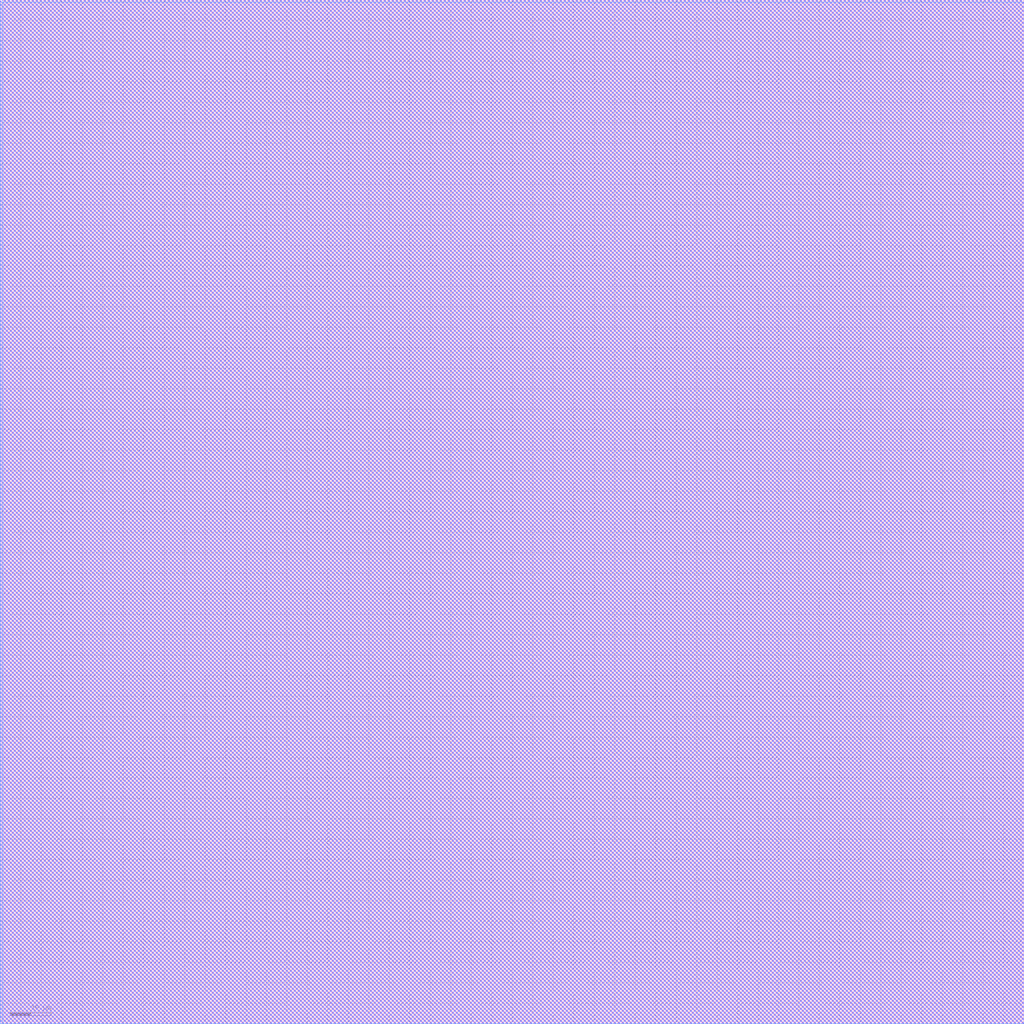
<source format=lef>

#******
# Preview export LEF
#
#	 Preview sub-version 5.10.41.500.0.10
#
# TECH LIB NAME: ts018_prim
# TECH FILE NAME: techfile.cds
#******

VERSION 5.4 ;

NAMESCASESENSITIVE ON ;

DIVIDERCHAR "/" ;
BUSBITCHARS "[]" ;

UNITS
    DATABASE MICRONS 1000  ;
END UNITS

 MANUFACTURINGGRID    0.005000 ;

SITE IOSite_c
    SYMMETRY X Y  R90   ;
    CLASS PAD  ;
    SIZE 0.010 BY 250.000 ;
END IOSite_c

SITE CO_MSTR_c
        CLASS PAD ;
        SIZE  250.000 BY 250.000 ;
END CO_MSTR_c

MACRO pvdi
    CLASS PAD ;
    FOREIGN pvdi 0 0 ;
    ORIGIN 0.000 0.000 ;
    SIZE 65.000 BY 250.000 ;
    SYMMETRY X Y R90 ;
    SITE IOSite_c ;
    PIN VDDO
        DIRECTION INOUT ;
        USE power ;
        PORT
        LAYER M3 ;
        RECT  64.200 192.330 65.000 200.640 ;
        RECT  0.000 201.660 65.000 221.520 ;
        RECT  0.000 222.720 65.000 246.820 ;
        RECT  0.000 192.330 0.800 200.640 ;
        LAYER M2 ;
        RECT  0.000 186.470 65.000 195.650 ;
        LAYER TOP_M ;
        RECT  62.900 195.170 65.000 200.640 ;
        RECT  62.900 201.660 65.000 221.520 ;
        RECT  62.900 222.720 65.000 246.820 ;
        RECT  0.000 195.170 2.100 200.640 ;
        RECT  0.000 201.660 2.100 221.520 ;
        RECT  0.000 222.720 2.100 246.820 ;
        END
    END VDDO
    PIN VDD
        DIRECTION OUTPUT ;
        USE power ;
        PORT
	CLASS CORE ;
        LAYER M3 ;
        RECT  64.200 163.510 65.000 190.890 ;
        RECT  15.560 247.440 49.380 250.000 ;
        RECT  0.000 163.510 0.800 190.890 ;
        LAYER M2 ;
        RECT  0.000 172.080 65.000 183.060 ;
        RECT  2.000 61.000 63.000 90.230 ;
        RECT  15.560 246.600 49.380 250.000 ;
        LAYER TOP_M ;
        RECT  62.900 163.500 65.000 194.560 ;
        RECT  15.560 247.440 49.380 250.000 ;
        RECT  0.000 163.500 2.100 194.560 ;
        END
    END VDD
    PIN VSSO
        DIRECTION INOUT ;
        USE ground ;
        PORT
        LAYER M3 ;
        RECT  0.000 92.060 65.000 123.250 ;
        RECT  64.200 149.940 65.000 162.610 ;
        RECT  0.000 149.940 0.800 162.610 ;
        LAYER M2 ;
        RECT  0.000 147.040 65.000 154.520 ;
        LAYER TOP_M ;
        RECT  62.900 92.060 65.000 123.250 ;
        RECT  62.900 155.410 65.000 162.610 ;
        RECT  0.000 92.060 2.100 123.250 ;
        RECT  0.000 155.410 2.100 162.610 ;
        END
    END VSSO
    PIN VSS
        DIRECTION INOUT ;
        USE ground ;
        PORT
        LAYER M3 ;
        RECT  64.200 130.690 65.000 148.880 ;
        RECT  0.000 130.690 0.800 148.880 ;
        LAYER M2 ;
        RECT  0.000 136.310 65.000 146.340 ;
        LAYER TOP_M ;
        RECT  62.900 123.850 65.000 154.560 ;
        RECT  0.000 123.850 2.100 154.560 ;
        END
    END VSS
    OBS
        LAYER M1 ;
        RECT  2.000 0.000 63.000 250.000 ;
        RECT  0.000 88.990 65.000 130.360 ;
        RECT  0.000 136.510 65.000 157.550 ;
        RECT  0.500 136.510 64.500 163.550 ;
        RECT  0.600 0.600 64.400 250.000 ;
        RECT  0.000 198.470 65.000 250.000 ;
        LAYER M2 ;
        RECT  0.600 196.440 64.400 245.810 ;
        RECT  12.630 196.340 14.950 246.720 ;
        RECT  50.060 196.440 64.400 246.720 ;
        RECT  0.600 196.440 14.770 249.400 ;
        RECT  50.170 196.440 64.400 249.400 ;
        RECT  0.600 183.850 64.400 185.680 ;
        RECT  0.600 155.310 64.400 171.290 ;
        RECT  2.000 0.000 63.000 60.210 ;
        RECT  0.600 0.600 64.400 60.210 ;
        RECT  0.600 0.600 1.210 135.520 ;
        RECT  0.600 91.020 64.400 135.520 ;
        RECT  4.080 91.020 60.940 135.690 ;
        LAYER M3 ;
        RECT  0.600 247.660 14.720 249.400 ;
        RECT  50.220 247.660 64.400 249.400 ;
        RECT  0.600 0.600 64.400 60.480 ;
        RECT  2.000 0.000 63.000 88.700 ;
        RECT  0.600 0.600 1.480 91.220 ;
        RECT  0.600 90.750 64.400 91.220 ;
        RECT  0.600 124.090 64.650 128.560 ;
        RECT  0.600 124.090 64.400 129.850 ;
        RECT  1.400 124.090 63.595 135.790 ;
        RECT  3.070 124.090 58.100 200.820 ;
        RECT  62.470 124.090 63.595 154.120 ;
        RECT  1.400 124.090 2.470 154.470 ;
        RECT  1.640 155.040 63.360 171.560 ;
        RECT  1.640 183.580 63.360 185.950 ;
        RECT  3.070 144.980 61.290 200.820 ;
        RECT  1.640 196.170 63.360 200.820 ;
        RECT  58.010 144.980 59.020 201.060 ;
        RECT  60.060 144.980 61.290 201.060 ;
        LAYER TOP_M ;
        RECT  2.970 247.550 14.690 249.400 ;
        RECT  0.600 247.690 14.690 249.400 ;
        RECT  2.970 222.720 62.030 246.820 ;
        RECT  2.970 201.660 62.030 221.520 ;
        RECT  2.970 123.850 62.030 200.930 ;
        RECT  2.970 92.060 62.030 123.250 ;
        RECT  50.250 247.550 62.030 249.400 ;
        RECT  50.250 247.690 64.400 249.400 ;
        RECT  2.000 0.000 63.000 91.190 ;
        RECT  0.600 0.600 64.400 91.190 ;
        RECT  2.970 0.000 62.030 91.330 ;
    END
END pvdi

MACRO pvdc
    CLASS PAD ;
    FOREIGN pvdc 0 0 ;
    ORIGIN 0.000 0.000 ;
    SIZE 65.000 BY 250.000 ;
    SYMMETRY X Y R90 ;
    SITE IOSite_c ;
    PIN VDDO
        DIRECTION INOUT ;
        USE power ;
        PORT
        LAYER M3 ;
        RECT  64.200 192.330 65.000 200.640 ;
        RECT  0.000 201.660 65.000 221.520 ;
        RECT  0.000 222.720 65.000 246.820 ;
        RECT  0.000 192.330 0.800 200.640 ;
        LAYER M2 ;
        RECT  0.000 186.470 65.000 195.650 ;
        LAYER TOP_M ;
        RECT  62.900 195.170 65.000 200.640 ;
        RECT  62.900 201.660 65.000 221.520 ;
        RECT  62.900 222.720 65.000 246.820 ;
        RECT  0.000 195.170 2.100 200.640 ;
        RECT  0.000 201.660 2.100 221.520 ;
        RECT  0.000 222.720 2.100 246.820 ;
        END
    END VDDO
    PIN VDD
        DIRECTION INOUT ;
        USE power ;
        PORT
        LAYER M3 ;
        RECT  64.200 163.510 65.000 190.890 ;
        RECT  0.000 163.510 0.800 190.890 ;
        LAYER M2 ;
        RECT  0.000 172.080 65.000 183.060 ;
        LAYER TOP_M ;
        RECT  62.900 163.500 65.000 194.560 ;
        RECT  0.000 163.500 2.100 194.560 ;
        END
    END VDD
    PIN VSSO
        DIRECTION INOUT ;
        USE ground ;
        PORT
        LAYER M3 ;
        RECT  0.000 92.060 65.000 123.250 ;
        RECT  64.200 149.940 65.000 162.610 ;
        RECT  0.000 149.940 0.800 162.610 ;
        LAYER M2 ;
        RECT  0.000 147.040 65.000 154.520 ;
        LAYER TOP_M ;
        RECT  62.900 92.060 65.000 123.250 ;
        RECT  62.900 155.410 65.000 162.610 ;
        RECT  0.000 92.060 2.100 123.250 ;
        RECT  0.000 155.410 2.100 162.610 ;
        END
    END VSSO
    PIN VSS
        DIRECTION INOUT ;
        USE ground ;
        PORT
        LAYER M3 ;
        RECT  64.200 130.690 65.000 148.880 ;
        RECT  0.000 130.690 0.800 148.880 ;
        LAYER M2 ;
        RECT  0.000 136.310 65.000 146.340 ;
        LAYER TOP_M ;
        RECT  62.900 123.850 65.000 154.560 ;
        RECT  0.000 123.850 2.100 154.560 ;
        END
    END VSS
    PIN VDDC
        DIRECTION OUTPUT ;
        USE power ;
        PORT
	CLASS CORE ;
        LAYER M3 ;
        RECT  15.560 247.710 49.380 250.000 ;
        LAYER M2 ;
        RECT  2.000 61.000 63.000 90.230 ;
        RECT  15.560 246.120 49.380 250.000 ;
        LAYER TOP_M ;
        RECT  15.560 247.420 49.380 250.000 ;
        END
    END VDDC
    OBS
        LAYER M1 ;
        RECT  2.000 0.000 63.000 250.000 ;
        RECT  0.000 88.990 65.000 130.360 ;
        RECT  0.000 136.510 65.000 157.550 ;
        RECT  0.500 136.510 64.500 163.550 ;
        RECT  0.600 0.600 64.400 250.000 ;
        RECT  0.000 198.470 65.000 250.000 ;
        LAYER M2 ;
        RECT  0.600 196.440 64.400 245.330 ;
        RECT  12.640 196.370 14.950 246.720 ;
        RECT  50.060 196.440 64.400 246.720 ;
        RECT  0.600 196.440 14.770 249.400 ;
        RECT  50.170 196.440 64.400 249.400 ;
        RECT  0.600 183.850 64.400 185.680 ;
        RECT  0.600 155.310 64.400 171.290 ;
        RECT  2.000 0.000 63.000 60.210 ;
        RECT  0.600 0.600 64.400 60.210 ;
        RECT  0.600 0.600 1.210 135.520 ;
        RECT  0.600 91.020 64.400 135.520 ;
        RECT  4.080 91.020 60.940 135.690 ;
        LAYER M3 ;
        RECT  0.600 247.660 14.720 249.400 ;
        RECT  50.220 247.660 64.400 249.400 ;
        RECT  0.600 0.600 64.400 60.480 ;
        RECT  2.000 0.000 63.000 88.700 ;
        RECT  0.600 0.600 1.480 91.220 ;
        RECT  0.600 90.750 64.400 91.220 ;
        RECT  0.600 124.090 64.550 128.560 ;
        RECT  0.600 124.090 64.400 129.850 ;
        RECT  1.400 124.090 63.600 135.790 ;
        RECT  62.370 124.090 63.600 154.120 ;
        RECT  1.400 124.090 2.470 154.470 ;
        RECT  1.640 155.040 63.360 171.560 ;
        RECT  3.070 124.090 58.100 185.950 ;
        RECT  1.640 183.580 63.360 185.950 ;
        RECT  3.070 124.090 5.960 195.660 ;
        RECT  10.490 144.980 61.290 200.820 ;
        RECT  1.640 196.170 63.360 200.820 ;
        RECT  58.010 144.980 59.020 201.060 ;
        RECT  60.060 144.980 61.290 201.060 ;
        LAYER TOP_M ;
        RECT  2.970 247.550 14.690 249.400 ;
        RECT  0.600 247.690 14.690 249.400 ;
        RECT  2.970 222.720 62.030 246.820 ;
        RECT  2.970 201.660 62.030 221.520 ;
        RECT  2.970 123.850 62.030 200.930 ;
        RECT  2.970 92.060 62.030 123.250 ;
        RECT  50.250 247.550 62.030 249.400 ;
        RECT  50.250 247.690 64.400 249.400 ;
        RECT  2.000 0.000 63.000 91.190 ;
        RECT  0.600 0.600 64.400 91.190 ;
        RECT  2.970 0.000 62.030 91.330 ;
    END
END pvdc

MACRO pvda
    CLASS PAD ;
    FOREIGN pvda 0 0 ;
    ORIGIN 0.000 0.000 ;
    SIZE 65.000 BY 250.000 ;
    SYMMETRY X Y R90 ;
    SITE IOSite_c ;
    PIN VDDO
        DIRECTION OUTPUT ;
        USE power ;
        PORT
        LAYER M3 ;
        RECT  64.200 192.330 65.000 200.640 ;
        RECT  0.000 201.660 65.000 221.520 ;
        RECT  0.000 222.720 65.000 246.820 ;
        RECT  0.000 192.330 0.800 200.640 ;
        LAYER M2 ;
        RECT  0.000 186.470 65.000 195.650 ;
        RECT  2.000 61.000 63.000 90.230 ;
        LAYER TOP_M ;
        RECT  0.000 195.170 65.000 200.640 ;
        RECT  0.000 201.660 65.000 221.520 ;
        RECT  0.000 222.720 65.000 246.820 ;
        END
    END VDDO
    PIN VDD
        DIRECTION INOUT ;
        USE power ;
        PORT
        LAYER M3 ;
        RECT  64.200 163.510 65.000 190.890 ;
        RECT  0.000 163.510 0.800 190.890 ;
        LAYER M2 ;
        RECT  0.000 172.080 65.000 183.060 ;
        LAYER TOP_M ;
        RECT  0.000 163.500 65.000 194.560 ;
        END
    END VDD
    PIN VSSO
        DIRECTION INOUT ;
        USE ground ;
        PORT
        LAYER M3 ;
        RECT  64.200 92.060 65.000 123.250 ;
        RECT  0.000 92.060 65.000 122.850 ;
        RECT  0.000 92.060 2.470 123.250 ;
        RECT  64.200 149.940 65.000 162.610 ;
        RECT  0.000 149.940 0.800 162.610 ;
        LAYER M2 ;
        RECT  0.000 147.040 65.000 154.520 ;
        LAYER TOP_M ;
        RECT  0.000 92.060 65.000 123.250 ;
        RECT  0.000 155.410 65.000 162.610 ;
        END
    END VSSO
    PIN VSS
        DIRECTION INOUT ;
        USE ground ;
        PORT
        LAYER M3 ;
        RECT  64.200 130.690 65.000 148.880 ;
        RECT  0.000 130.690 0.800 148.880 ;
        LAYER M2 ;
        RECT  0.000 136.310 65.000 146.340 ;
        LAYER TOP_M ;
        RECT  0.000 123.850 65.000 154.560 ;
        END
    END VSS
    OBS
        LAYER M1 ;
        RECT  2.000 0.000 63.000 250.000 ;
        RECT  0.000 88.990 65.000 130.360 ;
        RECT  0.000 136.510 65.000 157.550 ;
        RECT  0.500 136.510 64.500 163.550 ;
        RECT  0.600 0.600 64.400 250.000 ;
        RECT  0.000 198.470 65.000 250.000 ;
        LAYER M2 ;
        RECT  7.270 196.250 9.370 249.400 ;
        RECT  55.630 196.250 57.730 249.400 ;
        RECT  0.600 196.440 64.400 249.400 ;
        RECT  0.600 183.850 64.400 185.680 ;
        RECT  0.600 155.310 64.400 171.290 ;
        RECT  2.000 0.000 63.000 60.210 ;
        RECT  0.600 0.600 64.400 60.210 ;
        RECT  0.600 0.600 1.210 135.520 ;
        RECT  0.600 91.020 64.400 135.520 ;
        RECT  4.080 91.020 60.940 135.690 ;
        LAYER M3 ;
        RECT  0.600 247.660 64.400 249.400 ;
        RECT  0.600 124.090 64.400 129.850 ;
        RECT  3.310 123.690 63.360 135.790 ;
        RECT  1.400 124.090 63.360 135.790 ;
        RECT  1.400 124.090 2.470 154.470 ;
        RECT  1.640 155.040 63.360 171.560 ;
        RECT  1.640 183.580 63.360 185.950 ;
        RECT  3.110 124.090 63.160 200.820 ;
        RECT  1.640 196.170 63.360 200.820 ;
        RECT  55.630 123.690 57.530 201.060 ;
        RECT  58.010 123.690 59.020 201.060 ;
        RECT  60.060 123.690 61.290 201.060 ;
        RECT  0.600 0.600 64.400 60.480 ;
        RECT  2.000 0.000 63.000 88.700 ;
        RECT  0.600 0.600 1.480 91.220 ;
        RECT  0.600 90.750 64.400 91.220 ;
        LAYER TOP_M ;
        RECT  0.600 247.690 64.400 249.400 ;
        RECT  2.000 0.000 63.000 91.190 ;
        RECT  0.600 0.600 64.400 91.190 ;
    END
END pvda

MACRO pvcf
    CLASS PAD ;
    FOREIGN pvcf 0 0 ;
    ORIGIN 0.000 0.000 ;
    SIZE 5.060 BY 250.000 ;
    SYMMETRY X Y R90 ;
    SITE IOSite_c ;
    PIN VSS
        DIRECTION INOUT ;
        USE ground ;
        PORT
        LAYER M2 ;
        RECT  0.000 136.310 5.060 146.340 ;
        LAYER M3 ;
        RECT  0.000 130.690 5.060 148.880 ;
        LAYER TOP_M ;
        RECT  0.000 123.850 5.060 154.560 ;
        END
    END VSS
    OBS
        LAYER M1 ;
        RECT  -0.470 88.990 5.530 130.360 ;
        RECT  0.600 0.600 4.460 250.000 ;
        RECT  -0.470 198.470 5.530 250.000 ;
        LAYER M2 ;
        RECT  0.600 147.130 4.460 249.400 ;
        RECT  0.600 0.600 4.460 135.520 ;
        LAYER M3 ;
        RECT  0.600 149.720 4.460 249.400 ;
        RECT  0.600 0.600 4.460 129.850 ;
        LAYER TOP_M ;
        RECT  0.600 155.430 4.460 249.400 ;
        RECT  0.600 0.600 4.460 122.980 ;
    END
END pvcf

MACRO pvce
    CLASS PAD ;
    FOREIGN pvce 0 0 ;
    ORIGIN 0.000 0.000 ;
    SIZE 5.060 BY 250.000 ;
    SYMMETRY X Y R90 ;
    SITE IOSite_c ;
    PIN VSS
        DIRECTION INOUT ;
        USE ground ;
        PORT
        LAYER M2 ;
        RECT  0.000 136.310 5.060 146.340 ;
        LAYER M3 ;
        RECT  0.000 130.690 5.060 148.880 ;
        LAYER TOP_M ;
        RECT  0.000 123.850 5.060 154.560 ;
        END
    END VSS
    PIN VDD
        DIRECTION INOUT ;
        USE power ;
        PORT
        LAYER M2 ;
        RECT  0.000 172.080 5.060 183.060 ;
        LAYER M3 ;
        RECT  0.000 163.510 5.060 190.890 ;
        LAYER TOP_M ;
        RECT  0.000 163.500 5.060 194.560 ;
        END
    END VDD
    OBS
        LAYER M1 ;
        RECT  -0.470 88.990 5.530 130.360 ;
        RECT  0.600 0.600 4.460 250.000 ;
        RECT  -0.470 198.470 5.530 250.000 ;
        LAYER M2 ;
        RECT  0.600 183.850 4.460 249.400 ;
        RECT  0.600 147.130 4.460 171.290 ;
        RECT  0.600 0.600 4.460 135.520 ;
        LAYER M3 ;
        RECT  0.600 191.730 4.460 249.400 ;
        RECT  0.600 149.720 4.460 162.670 ;
        RECT  0.600 0.600 4.460 129.850 ;
        LAYER TOP_M ;
        RECT  0.600 195.430 4.460 249.400 ;
        RECT  0.600 155.430 4.460 162.630 ;
        RECT  0.600 0.600 4.460 122.980 ;
    END
END pvce

MACRO pv0i
    CLASS PAD ;
    FOREIGN pv0i 0 0 ;
    ORIGIN 0.000 0.000 ;
    SIZE 65.000 BY 250.000 ;
    SYMMETRY X Y R90 ;
    SITE IOSite_c ;
    PIN VDDO
        DIRECTION INOUT ;
        USE power ;
        PORT
        LAYER M3 ;
        RECT  64.200 192.330 65.000 200.640 ;
        RECT  0.000 201.660 65.000 221.520 ;
        RECT  0.000 222.720 65.000 246.820 ;
        RECT  0.000 192.330 0.800 200.640 ;
        LAYER M2 ;
        RECT  0.000 186.470 65.000 195.650 ;
        LAYER TOP_M ;
        RECT  0.000 195.170 65.000 200.640 ;
        RECT  0.000 201.660 65.000 221.520 ;
        RECT  0.000 222.720 65.000 246.820 ;
        END
    END VDDO
    PIN VDD
        DIRECTION INOUT ;
        USE power ;
        PORT
        LAYER M3 ;
        RECT  64.200 163.510 65.000 190.890 ;
        RECT  0.000 163.510 3.220 190.890 ;
        LAYER M2 ;
        RECT  0.000 172.080 65.000 183.060 ;
        LAYER TOP_M ;
        RECT  0.000 163.500 65.000 194.560 ;
        END
    END VDD
    PIN VSSO
        DIRECTION INOUT ;
        USE ground ;
        PORT
        LAYER M3 ;
        RECT  64.200 92.060 65.000 123.250 ;
        RECT  0.000 92.060 65.000 117.850 ;
        RECT  0.000 92.060 2.470 123.250 ;
        RECT  64.200 149.940 65.000 162.610 ;
        RECT  0.000 149.940 0.800 162.610 ;
        LAYER M2 ;
        RECT  0.000 147.040 65.000 154.520 ;
        LAYER TOP_M ;
        RECT  0.000 92.060 65.000 123.250 ;
        RECT  0.000 155.410 65.000 162.610 ;
        END
    END VSSO
    PIN VSS
        DIRECTION OUTPUT ;
        USE ground ;
        PORT
	CLASS CORE ;
        LAYER M3 ;
        RECT  64.200 130.690 65.000 148.880 ;
        RECT  15.560 247.420 49.380 250.000 ;
        RECT  0.000 130.690 0.800 148.880 ;
        LAYER M2 ;
        RECT  0.000 136.310 65.000 146.340 ;
        RECT  2.000 61.000 63.000 90.230 ;
        RECT  15.560 246.630 49.380 250.000 ;
        LAYER TOP_M ;
        RECT  0.000 123.850 65.000 154.560 ;
        RECT  15.560 247.420 49.380 250.000 ;
        END
    END VSS
    OBS
        LAYER M1 ;
        RECT  2.000 0.000 63.000 250.000 ;
        RECT  0.000 88.990 65.000 130.360 ;
        RECT  0.000 136.510 65.000 157.550 ;
        RECT  0.500 136.510 64.500 163.550 ;
        RECT  0.600 0.600 64.400 250.000 ;
        RECT  0.000 198.470 65.000 250.000 ;
        LAYER M2 ;
        RECT  5.280 196.250 9.830 249.400 ;
        RECT  0.600 196.440 64.400 245.840 ;
        RECT  0.600 196.440 14.950 246.720 ;
        RECT  50.060 196.440 64.400 246.720 ;
        RECT  0.600 196.440 14.770 249.400 ;
        RECT  50.170 196.440 64.400 249.400 ;
        RECT  0.600 183.850 64.400 185.680 ;
        RECT  0.600 155.310 64.400 171.290 ;
        RECT  2.000 0.000 63.000 60.210 ;
        RECT  0.600 0.600 64.400 60.210 ;
        RECT  0.600 0.600 1.210 135.520 ;
        RECT  0.600 91.020 64.400 135.520 ;
        RECT  1.540 91.020 63.110 135.690 ;
        LAYER M3 ;
        RECT  0.600 247.660 14.720 249.400 ;
        RECT  50.220 247.660 64.400 249.400 ;
        RECT  0.600 124.090 64.400 129.850 ;
        RECT  3.070 118.690 63.360 135.790 ;
        RECT  1.400 124.090 63.360 135.790 ;
        RECT  1.400 124.090 2.470 154.470 ;
        RECT  3.070 118.510 62.880 162.670 ;
        RECT  1.640 155.040 63.360 162.670 ;
        RECT  4.060 155.040 63.360 182.880 ;
        RECT  4.060 118.510 56.875 200.820 ;
        RECT  4.060 183.580 63.360 185.950 ;
        RECT  4.060 183.580 60.010 200.820 ;
        RECT  3.070 191.730 60.010 200.820 ;
        RECT  1.640 196.170 63.360 200.820 ;
        RECT  58.930 183.580 60.010 201.060 ;
        RECT  0.600 0.600 64.400 60.480 ;
        RECT  2.000 0.000 63.000 88.700 ;
        RECT  0.600 0.600 1.480 91.220 ;
        RECT  0.600 90.750 64.400 91.220 ;
        LAYER TOP_M ;
        RECT  0.600 247.690 14.690 249.400 ;
        RECT  50.250 247.690 64.400 249.400 ;
        RECT  2.000 0.000 63.000 91.190 ;
        RECT  0.600 0.600 64.400 91.190 ;
    END
END pv0i

MACRO pv0f
    CLASS PAD ;
    FOREIGN pv0f 0 0 ;
    ORIGIN 0.000 0.000 ;
    SIZE 65.000 BY 250.000 ;
    SYMMETRY X Y R90 ;
    SITE IOSite_c ;
    PIN VDDO
        DIRECTION INOUT ;
        USE power ;
        PORT
        LAYER M3 ;
        RECT  64.200 192.330 65.000 200.640 ;
        RECT  0.000 201.660 65.000 221.520 ;
        RECT  0.000 222.720 65.000 246.820 ;
        RECT  0.000 192.330 0.800 200.640 ;
        LAYER M2 ;
        RECT  0.000 186.470 65.000 195.650 ;
        LAYER TOP_M ;
        RECT  0.000 195.170 65.000 200.640 ;
        RECT  0.000 201.660 65.000 221.520 ;
        RECT  0.000 222.720 65.000 246.820 ;
        END
    END VDDO
    PIN VDD
        DIRECTION INOUT ;
        USE power ;
        PORT
        LAYER M3 ;
        RECT  64.200 163.510 65.000 190.890 ;
        RECT  0.000 163.510 0.800 190.890 ;
        LAYER M2 ;
        RECT  0.000 172.080 65.000 183.060 ;
        LAYER TOP_M ;
        RECT  0.000 163.500 65.000 194.560 ;
        END
    END VDD
    PIN VSS
        DIRECTION OUTPUT ;
        USE ground ;
        PORT
        LAYER M3 ;
        RECT  64.200 92.060 65.000 123.250 ;
        RECT  0.000 92.060 65.000 117.850 ;
        RECT  0.000 92.060 2.470 123.250 ;
        RECT  64.200 130.690 65.000 148.880 ;
        RECT  64.200 149.940 65.000 162.610 ;
        RECT  0.000 130.690 0.800 148.880 ;
        RECT  0.000 149.940 0.800 162.610 ;
        LAYER M2 ;
        RECT  0.000 136.310 65.000 146.340 ;
        RECT  0.000 147.040 65.000 154.520 ;
        RECT  2.000 61.000 63.000 90.230 ;
        LAYER TOP_M ;
        RECT  0.000 92.060 65.000 123.250 ;
        RECT  0.000 123.850 65.000 154.560 ;
        RECT  0.000 155.410 65.000 162.610 ;
        END
    END VSS
    OBS
        LAYER M1 ;
        RECT  2.000 0.000 63.000 250.000 ;
        RECT  0.000 88.990 65.000 130.360 ;
        RECT  0.000 136.510 65.000 157.550 ;
        RECT  0.500 136.510 64.500 163.550 ;
        RECT  0.600 0.600 64.400 250.000 ;
        RECT  0.000 198.470 65.000 250.000 ;
        LAYER M2 ;
        RECT  0.600 196.440 64.400 249.400 ;
        RECT  0.600 183.850 64.400 185.680 ;
        RECT  0.600 155.310 64.400 171.290 ;
        RECT  2.000 0.000 63.000 60.210 ;
        RECT  0.600 0.600 64.400 60.210 ;
        RECT  0.600 0.600 1.210 135.520 ;
        RECT  0.600 91.020 64.400 135.520 ;
        LAYER M3 ;
        RECT  0.600 247.660 64.400 249.400 ;
        RECT  0.600 124.090 64.400 129.850 ;
        RECT  1.400 124.090 63.520 135.790 ;
        RECT  1.400 124.090 2.470 154.470 ;
        RECT  1.640 155.040 63.520 171.560 ;
        RECT  1.640 183.580 63.520 185.950 ;
        RECT  3.300 124.090 63.520 200.820 ;
        RECT  3.310 118.640 63.520 200.820 ;
        RECT  1.640 196.170 63.520 200.820 ;
        RECT  55.270 118.640 56.355 201.060 ;
        RECT  0.600 0.600 64.400 60.480 ;
        RECT  2.000 0.000 63.000 88.700 ;
        RECT  0.600 0.600 1.480 91.220 ;
        RECT  0.600 90.750 64.400 91.220 ;
        LAYER TOP_M ;
        RECT  0.600 247.690 64.400 249.400 ;
        RECT  2.000 0.000 63.000 91.190 ;
        RECT  0.600 0.600 64.400 91.190 ;
    END
END pv0f

MACRO pv0c
    CLASS PAD ;
    FOREIGN pv0c 0 0 ;
    ORIGIN 0.000 0.000 ;
    SIZE 65.000 BY 250.000 ;
    SYMMETRY X Y R90 ;
    SITE IOSite_c ;
    PIN VDDO
        DIRECTION INOUT ;
        USE power ;
        PORT
        LAYER M3 ;
        RECT  64.200 192.330 65.000 200.640 ;
        RECT  0.000 201.660 65.000 221.520 ;
        RECT  0.000 222.720 65.000 246.820 ;
        RECT  0.000 192.330 0.800 200.640 ;
        LAYER M2 ;
        RECT  0.000 186.470 65.000 195.650 ;
        LAYER TOP_M ;
        RECT  0.000 195.170 65.000 200.640 ;
        RECT  0.000 201.660 65.000 221.520 ;
        RECT  0.000 222.720 65.000 246.820 ;
        END
    END VDDO
    PIN VDD
        DIRECTION INOUT ;
        USE power ;
        PORT
        LAYER M3 ;
        RECT  64.200 163.510 65.000 190.890 ;
        RECT  0.000 163.510 3.110 190.890 ;
        LAYER M2 ;
        RECT  0.000 172.080 65.000 183.060 ;
        LAYER TOP_M ;
        RECT  0.000 163.500 65.000 194.560 ;
        END
    END VDD
    PIN VSSO
        DIRECTION INOUT ;
        USE ground ;
        PORT
        LAYER M3 ;
        RECT  64.200 92.060 65.000 123.250 ;
        RECT  0.000 92.060 65.000 117.850 ;
        RECT  0.000 92.060 2.470 123.250 ;
        RECT  64.200 149.940 65.000 162.610 ;
        RECT  0.000 149.940 0.800 162.610 ;
        LAYER M2 ;
        RECT  57.230 147.040 65.000 154.520 ;
        RECT  0.000 147.040 65.000 149.960 ;
        RECT  0.000 147.040 7.630 154.520 ;
        LAYER TOP_M ;
        RECT  0.000 92.060 65.000 123.250 ;
        RECT  0.000 155.410 65.000 162.610 ;
        END
    END VSSO
    PIN VSS
        DIRECTION INOUT ;
        USE ground ;
        PORT
        LAYER M3 ;
        RECT  64.200 130.690 65.000 148.880 ;
        RECT  0.000 130.690 0.800 148.880 ;
        LAYER M2 ;
        RECT  0.000 136.310 65.000 146.340 ;
        LAYER TOP_M ;
        RECT  0.000 123.850 65.000 154.560 ;
        END
    END VSS
    PIN VSSC
        DIRECTION OUTPUT ;
        USE ground ;
        PORT
	CLASS CORE ;
        LAYER M3 ;
        RECT  15.560 247.420 49.380 250.000 ;
        LAYER M2 ;
        RECT  2.000 61.000 63.000 90.230 ;
        RECT  15.560 246.630 49.380 250.000 ;
        LAYER TOP_M ;
        RECT  15.560 247.420 49.380 250.000 ;
        END
    END VSSC
    OBS
        LAYER M1 ;
        RECT  2.000 0.000 63.000 250.000 ;
        RECT  0.000 88.990 65.000 130.360 ;
        RECT  0.000 136.510 65.000 157.550 ;
        RECT  0.500 136.510 64.500 163.550 ;
        RECT  0.600 0.600 64.400 250.000 ;
        RECT  0.000 198.470 65.000 250.000 ;
        LAYER M2 ;
        RECT  5.280 196.250 9.830 249.400 ;
        RECT  55.030 196.250 56.930 249.400 ;
        RECT  0.600 196.440 64.400 245.840 ;
        RECT  0.600 196.440 14.950 246.720 ;
        RECT  50.060 196.440 64.400 246.720 ;
        RECT  0.600 196.440 14.770 249.400 ;
        RECT  50.170 196.440 64.400 249.400 ;
        RECT  0.600 183.850 64.400 185.680 ;
        RECT  8.230 150.560 56.630 154.520 ;
        RECT  8.420 150.560 56.440 171.290 ;
        RECT  0.600 155.310 64.400 171.290 ;
        RECT  2.000 0.000 63.000 60.210 ;
        RECT  0.600 0.600 64.400 60.210 ;
        RECT  0.600 0.600 1.210 135.520 ;
        RECT  0.600 91.020 64.400 135.520 ;
        RECT  1.540 91.020 63.110 135.690 ;
        LAYER M3 ;
        RECT  0.600 247.660 14.720 249.400 ;
        RECT  50.220 247.660 64.400 249.400 ;
        RECT  0.600 124.090 64.400 129.850 ;
        RECT  3.070 118.690 63.360 135.790 ;
        RECT  1.400 124.090 63.360 135.790 ;
        RECT  1.400 124.090 2.470 154.470 ;
        RECT  3.070 118.510 62.880 162.670 ;
        RECT  1.640 155.040 63.360 162.670 ;
        RECT  3.950 155.040 63.360 182.880 ;
        RECT  3.950 118.510 56.880 200.820 ;
        RECT  3.950 183.580 63.360 185.950 ;
        RECT  3.950 183.580 60.010 200.820 ;
        RECT  3.070 191.730 60.010 200.820 ;
        RECT  1.640 196.170 63.360 200.820 ;
        RECT  58.930 183.580 60.010 201.060 ;
        RECT  0.600 0.600 64.400 60.480 ;
        RECT  2.000 0.000 63.000 88.700 ;
        RECT  0.600 0.600 1.480 91.220 ;
        RECT  0.600 90.750 64.400 91.220 ;
        LAYER TOP_M ;
        RECT  0.600 247.690 14.690 249.400 ;
        RECT  50.250 247.690 64.400 249.400 ;
        RECT  2.000 0.000 63.000 91.190 ;
        RECT  0.600 0.600 64.400 91.190 ;
    END
END pv0c

MACRO pv0a
    CLASS PAD ;
    FOREIGN pv0a 0 0 ;
    ORIGIN 0.000 0.000 ;
    SIZE 65.000 BY 250.000 ;
    SYMMETRY X Y R90 ;
    SITE IOSite_c ;
    PIN VDDO
        DIRECTION INOUT ;
        USE power ;
        PORT
        LAYER M3 ;
        RECT  64.200 192.330 65.000 200.640 ;
        RECT  0.000 201.660 65.000 221.520 ;
        RECT  0.000 222.720 65.000 246.820 ;
        RECT  0.000 192.330 0.800 200.640 ;
        LAYER M2 ;
        RECT  0.000 186.470 65.000 195.650 ;
        LAYER TOP_M ;
        RECT  0.000 195.170 65.000 200.640 ;
        RECT  0.000 201.660 65.000 221.520 ;
        RECT  0.000 222.720 65.000 246.820 ;
        END
    END VDDO
    PIN VDD
        DIRECTION INOUT ;
        USE power ;
        PORT
        LAYER M3 ;
        RECT  64.200 163.510 65.000 190.890 ;
        RECT  0.000 163.510 0.800 190.890 ;
        LAYER M2 ;
        RECT  0.000 172.080 65.000 183.060 ;
        LAYER TOP_M ;
        RECT  0.000 163.500 65.000 194.560 ;
        END
    END VDD
    PIN VSSO
        DIRECTION OUTPUT ;
        USE ground ;
        PORT
        LAYER M3 ;
        RECT  64.200 92.060 65.000 123.250 ;
        RECT  0.000 92.060 65.000 117.850 ;
        RECT  0.000 92.060 2.470 123.250 ;
        RECT  64.200 149.940 65.000 162.610 ;
        RECT  0.000 149.940 0.800 162.610 ;
        LAYER M2 ;
        RECT  0.000 147.040 65.000 154.520 ;
        RECT  2.000 61.000 63.000 90.230 ;
        LAYER TOP_M ;
        RECT  0.000 92.060 65.000 123.250 ;
        RECT  0.000 155.410 65.000 162.610 ;
        END
    END VSSO
    PIN VSS
        DIRECTION INOUT ;
        USE ground ;
        PORT
        LAYER M3 ;
        RECT  64.200 130.690 65.000 148.880 ;
        RECT  0.000 130.690 0.800 148.880 ;
        LAYER M2 ;
        RECT  0.000 136.310 65.000 146.340 ;
        LAYER TOP_M ;
        RECT  0.000 123.850 65.000 154.560 ;
        END
    END VSS
    OBS
        LAYER M1 ;
        RECT  2.000 0.000 63.000 250.000 ;
        RECT  0.000 88.990 65.000 130.360 ;
        RECT  0.000 136.510 65.000 157.550 ;
        RECT  0.500 136.510 64.500 163.550 ;
        RECT  0.600 0.600 64.400 250.000 ;
        RECT  0.000 198.470 65.000 250.000 ;
        LAYER M2 ;
        RECT  0.600 196.440 64.400 249.400 ;
        RECT  0.600 183.850 64.400 185.680 ;
        RECT  0.600 155.310 64.400 171.290 ;
        RECT  2.000 0.000 63.000 60.210 ;
        RECT  0.600 0.600 64.400 60.210 ;
        RECT  0.600 0.600 1.210 135.520 ;
        RECT  0.600 91.020 64.400 135.520 ;
        RECT  2.560 91.020 62.460 135.690 ;
        LAYER M3 ;
        RECT  0.600 247.660 64.400 249.400 ;
        RECT  0.600 124.090 64.400 129.850 ;
        RECT  1.400 124.090 63.455 135.790 ;
        RECT  1.400 124.090 2.470 154.470 ;
        RECT  1.640 155.040 63.455 171.560 ;
        RECT  1.640 183.580 63.455 185.950 ;
        RECT  3.300 124.090 63.455 200.820 ;
        RECT  3.310 118.450 63.455 200.820 ;
        RECT  1.640 196.170 63.455 200.820 ;
        RECT  55.270 118.450 56.355 201.060 ;
        RECT  0.600 0.600 64.400 60.480 ;
        RECT  2.000 0.000 63.000 88.700 ;
        RECT  0.600 0.600 1.480 91.220 ;
        RECT  0.600 90.750 64.400 91.220 ;
        LAYER TOP_M ;
        RECT  0.600 247.690 64.400 249.400 ;
        RECT  2.000 0.000 63.000 91.190 ;
        RECT  0.600 0.600 64.400 91.190 ;
    END
END pv0a

MACRO pt3t03u
    CLASS PAD ;
    FOREIGN pt3t03u 0 0 ;
    ORIGIN 0.000 0.000 ;
    SIZE 65.000 BY 250.000 ;
    SYMMETRY X Y R90 ;
    SITE IOSite_c ;
    PIN PAD
        DIRECTION OUTPUT ;
        ANTENNAPARTIALMETALSIDEAREA 55.440  LAYER TOP_M  ;
        ANTENNAPARTIALMETALSIDEAREA 287.938  LAYER M3  ;
        ANTENNAPARTIALMETALSIDEAREA 480.740  LAYER M2  ;
        ANTENNADIFFAREA 2657.280  LAYER TOP_M  ;
        ANTENNADIFFAREA 2657.280  LAYER M3  ;
        ANTENNADIFFAREA 1209.600  LAYER M2  ;
        ANTENNAPARTIALCUTAREA 632.318  LAYER TOP_V  ;
        ANTENNAPARTIALCUTAREA 349.898  LAYER V3  ;
        ANTENNAPARTIALCUTAREA 255.798  LAYER V2  ;
        PORT
        LAYER M3 ;
        RECT  23.740 249.580 25.740 250.000 ;
        LAYER M2 ;
        RECT  2.000 61.000 63.000 90.230 ;
        RECT  23.740 246.275 25.740 250.000 ;
        END
    END PAD
    PIN OEN
        DIRECTION INPUT ;
        ANTENNAPARTIALMETALSIDEAREA 81.726  LAYER M2  ;
        ANTENNAPARTIALMETALSIDEAREA 67.374  LAYER M1  ;
        ANTENNAPARTIALMETALSIDEAREA 41.679  LAYER M3  ;
        ANTENNADIFFAREA 0.250  LAYER M3  ;
        ANTENNAPARTIALCUTAREA 0.135  LAYER V3  ;
        ANTENNAPARTIALCUTAREA 0.203  LAYER V2  ;
        ANTENNAGATEAREA 8.100  LAYER M2  ;
        ANTENNAGATEAREA 9.900  LAYER M3  ;
        PORT
        LAYER M3 ;
        RECT  28.870 249.580 29.600 250.000 ;
        LAYER M2 ;
        RECT  28.870 249.580 29.600 250.000 ;
        END
    END OEN
    PIN I
        DIRECTION INPUT ;
        ANTENNAPARTIALMETALSIDEAREA 67.374  LAYER M1  ;
        ANTENNAPARTIALMETALSIDEAREA 80.804  LAYER M2  ;
        ANTENNAPARTIALMETALSIDEAREA 41.096  LAYER M3  ;
        ANTENNADIFFAREA 0.250  LAYER M3  ;
        ANTENNAPARTIALCUTAREA 0.270  LAYER V2  ;
        ANTENNAPARTIALCUTAREA 0.135  LAYER V3  ;
        ANTENNAGATEAREA 18.900  LAYER M2  ;
        ANTENNAGATEAREA 20.700  LAYER M3  ;
        PORT
        LAYER M3 ;
        RECT  27.840 249.580 28.570 250.000 ;
        LAYER M2 ;
        RECT  27.840 249.580 28.570 250.000 ;
        END
    END I
    PIN VDDO
        DIRECTION INOUT ;
        USE power ;
        PORT
        LAYER M3 ;
        RECT  64.200 192.330 65.000 200.640 ;
        RECT  0.000 201.660 65.000 221.520 ;
        RECT  0.000 222.720 65.000 246.820 ;
        RECT  0.000 192.330 0.800 200.640 ;
        LAYER M2 ;
        RECT  0.000 186.470 65.000 195.650 ;
        LAYER TOP_M ;
        RECT  0.000 195.170 65.000 200.640 ;
        RECT  0.000 201.660 65.000 221.520 ;
        RECT  0.000 222.720 65.000 246.820 ;
        END
    END VDDO
    PIN VDD
        DIRECTION INOUT ;
        USE power ;
        PORT
        LAYER M3 ;
        RECT  64.200 163.510 65.000 190.890 ;
        RECT  0.000 163.510 0.800 190.890 ;
        LAYER M2 ;
        RECT  0.000 172.080 65.000 183.060 ;
        LAYER TOP_M ;
        RECT  0.000 163.500 65.000 194.560 ;
        END
    END VDD
    PIN VSSO
        DIRECTION INOUT ;
        USE ground ;
        PORT
        LAYER M3 ;
        RECT  0.000 92.060 65.000 123.250 ;
        RECT  64.200 149.940 65.000 162.610 ;
        RECT  0.000 149.940 0.800 162.610 ;
        LAYER M2 ;
        RECT  0.000 147.040 65.000 154.520 ;
        LAYER TOP_M ;
        RECT  0.000 92.060 65.000 123.250 ;
        RECT  0.000 155.410 65.000 162.610 ;
        END
    END VSSO
    PIN VSS
        DIRECTION INOUT ;
        USE ground ;
        PORT
        LAYER M3 ;
        RECT  64.200 130.690 65.000 148.880 ;
        RECT  0.000 130.690 0.800 148.880 ;
        LAYER M2 ;
        RECT  0.000 136.310 65.000 146.340 ;
        LAYER TOP_M ;
        RECT  0.000 123.850 65.000 154.560 ;
        END
    END VSS
    OBS
        LAYER M1 ;
        RECT  2.000 0.000 63.000 250.000 ;
        RECT  0.000 88.990 65.000 130.360 ;
        RECT  0.000 136.510 65.000 157.550 ;
        RECT  0.315 158.150 64.700 158.460 ;
        RECT  0.300 158.930 64.700 159.230 ;
        RECT  0.300 159.530 64.700 159.830 ;
        RECT  0.300 160.130 64.700 160.430 ;
        RECT  0.300 160.730 64.700 161.030 ;
        RECT  0.300 161.330 64.700 161.630 ;
        RECT  0.300 161.910 64.700 162.190 ;
        RECT  0.300 162.490 64.700 162.770 ;
        RECT  0.300 163.070 64.700 163.350 ;
        RECT  0.300 163.650 64.700 163.950 ;
        RECT  0.300 164.250 64.700 164.550 ;
        RECT  0.300 164.850 64.700 165.150 ;
        RECT  0.300 165.450 64.700 165.750 ;
        RECT  0.300 166.050 64.700 166.350 ;
        RECT  0.300 166.650 64.700 166.960 ;
        RECT  0.300 167.260 64.700 167.560 ;
        RECT  0.300 167.860 64.700 168.160 ;
        RECT  0.000 169.150 65.000 197.240 ;
        RECT  0.600 0.600 64.400 250.000 ;
        RECT  0.000 198.470 65.000 250.000 ;
        LAYER M2 ;
        RECT  63.180 196.430 63.670 249.400 ;
        RECT  0.600 196.440 64.400 245.485 ;
        RECT  26.530 196.440 64.400 248.790 ;
        RECT  0.600 196.440 22.950 249.400 ;
        RECT  26.530 196.440 27.050 249.400 ;
        RECT  30.390 196.440 64.400 249.400 ;
        RECT  0.600 183.850 64.400 185.680 ;
        RECT  46.230 183.850 51.730 185.870 ;
        RECT  4.480 154.920 7.530 171.290 ;
        RECT  8.170 155.125 8.490 171.290 ;
        RECT  21.210 155.160 21.560 171.290 ;
        RECT  21.860 155.140 22.180 171.290 ;
        RECT  31.895 155.120 35.765 171.290 ;
        RECT  53.655 155.035 53.935 171.290 ;
        RECT  56.365 155.280 56.645 171.290 ;
        RECT  57.120 155.300 57.400 171.290 ;
        RECT  57.835 155.130 58.115 171.290 ;
        RECT  0.600 155.310 64.400 171.290 ;
        RECT  53.895 155.310 55.870 171.370 ;
        RECT  3.170 155.310 3.450 171.380 ;
        RECT  34.655 155.310 38.715 171.480 ;
        RECT  39.605 155.310 42.020 171.480 ;
        RECT  2.000 0.000 63.000 60.210 ;
        RECT  0.600 0.600 64.400 60.210 ;
        RECT  0.600 0.600 1.210 135.520 ;
        RECT  0.600 91.020 64.400 135.520 ;
        RECT  4.080 91.020 60.940 135.690 ;
        RECT  62.580 91.020 62.995 135.710 ;
        LAYER M3 ;
        RECT  0.600 247.660 23.220 248.740 ;
        RECT  0.600 247.660 22.900 249.400 ;
        RECT  26.260 247.660 64.400 248.740 ;
        RECT  26.580 247.660 27.000 249.400 ;
        RECT  30.440 247.660 64.400 249.400 ;
        RECT  0.600 124.090 64.400 129.850 ;
        RECT  1.640 124.090 63.600 135.790 ;
        RECT  1.810 124.090 2.830 154.520 ;
        RECT  3.510 124.090 63.600 171.560 ;
        RECT  4.040 123.970 60.900 171.560 ;
        RECT  1.640 155.040 63.600 171.560 ;
        RECT  1.640 183.580 63.600 185.950 ;
        RECT  5.515 124.090 63.600 200.820 ;
        RECT  1.640 196.170 63.600 200.820 ;
        RECT  0.600 0.600 64.400 60.480 ;
        RECT  2.000 0.000 63.000 88.700 ;
        RECT  0.600 0.600 1.480 91.220 ;
        RECT  0.600 90.750 64.400 91.220 ;
        LAYER TOP_M ;
        RECT  0.600 247.690 64.400 248.850 ;
        RECT  0.600 247.690 23.010 249.400 ;
        RECT  26.470 247.690 27.110 249.400 ;
        RECT  30.330 247.690 64.400 249.400 ;
        RECT  2.000 0.000 63.000 91.190 ;
        RECT  0.600 0.600 64.400 91.190 ;
    END
END pt3t03u

MACRO pt3t03d
    CLASS PAD ;
    FOREIGN pt3t03d 0 0 ;
    ORIGIN 0.000 0.000 ;
    SIZE 65.000 BY 250.000 ;
    SYMMETRY X Y R90 ;
    SITE IOSite_c ;
    PIN PAD
        DIRECTION OUTPUT ;
        ANTENNAPARTIALMETALSIDEAREA 55.440  LAYER TOP_M  ;
        ANTENNAPARTIALMETALSIDEAREA 287.938  LAYER M3  ;
        ANTENNAPARTIALMETALSIDEAREA 480.740  LAYER M2  ;
        ANTENNADIFFAREA 2657.280  LAYER TOP_M  ;
        ANTENNADIFFAREA 2657.280  LAYER M3  ;
        ANTENNADIFFAREA 1209.600  LAYER M2  ;
        ANTENNAPARTIALCUTAREA 632.318  LAYER TOP_V  ;
        ANTENNAPARTIALCUTAREA 349.898  LAYER V3  ;
        ANTENNAPARTIALCUTAREA 255.798  LAYER V2  ;
        PORT
        LAYER M3 ;
        RECT  23.740 249.580 25.740 250.000 ;
        LAYER M2 ;
        RECT  2.000 61.000 63.000 90.230 ;
        RECT  23.740 246.275 25.740 250.000 ;
        END
    END PAD
    PIN OEN
        DIRECTION INPUT ;
        ANTENNAPARTIALMETALSIDEAREA 81.726  LAYER M2  ;
        ANTENNAPARTIALMETALSIDEAREA 67.374  LAYER M1  ;
        ANTENNAPARTIALMETALSIDEAREA 41.679  LAYER M3  ;
        ANTENNADIFFAREA 0.250  LAYER M3  ;
        ANTENNAPARTIALCUTAREA 0.135  LAYER V3  ;
        ANTENNAPARTIALCUTAREA 0.203  LAYER V2  ;
        ANTENNAGATEAREA 8.100  LAYER M2  ;
        ANTENNAGATEAREA 9.900  LAYER M3  ;
        PORT
        LAYER M3 ;
        RECT  28.870 249.580 29.600 250.000 ;
        LAYER M2 ;
        RECT  28.870 249.580 29.600 250.000 ;
        END
    END OEN
    PIN I
        DIRECTION INPUT ;
        ANTENNAPARTIALMETALSIDEAREA 67.374  LAYER M1  ;
        ANTENNAPARTIALMETALSIDEAREA 80.804  LAYER M2  ;
        ANTENNAPARTIALMETALSIDEAREA 41.096  LAYER M3  ;
        ANTENNADIFFAREA 0.250  LAYER M3  ;
        ANTENNAPARTIALCUTAREA 0.270  LAYER V2  ;
        ANTENNAPARTIALCUTAREA 0.135  LAYER V3  ;
        ANTENNAGATEAREA 18.900  LAYER M2  ;
        ANTENNAGATEAREA 20.700  LAYER M3  ;
        PORT
        LAYER M3 ;
        RECT  27.840 249.580 28.570 250.000 ;
        LAYER M2 ;
        RECT  27.840 249.580 28.570 250.000 ;
        END
    END I
    PIN VDDO
        DIRECTION INOUT ;
        USE power ;
        PORT
        LAYER M3 ;
        RECT  64.200 192.330 65.000 200.640 ;
        RECT  0.000 201.660 65.000 221.520 ;
        RECT  0.000 222.720 65.000 246.820 ;
        RECT  0.000 192.330 0.800 200.640 ;
        LAYER M2 ;
        RECT  0.000 186.470 65.000 195.650 ;
        LAYER TOP_M ;
        RECT  0.000 195.170 65.000 200.640 ;
        RECT  0.000 201.660 65.000 221.520 ;
        RECT  0.000 222.720 65.000 246.820 ;
        END
    END VDDO
    PIN VDD
        DIRECTION INOUT ;
        USE power ;
        PORT
        LAYER M3 ;
        RECT  64.200 163.510 65.000 190.890 ;
        RECT  0.000 163.510 0.800 190.890 ;
        LAYER M2 ;
        RECT  0.000 172.080 65.000 183.060 ;
        LAYER TOP_M ;
        RECT  0.000 163.500 65.000 194.560 ;
        END
    END VDD
    PIN VSSO
        DIRECTION INOUT ;
        USE ground ;
        PORT
        LAYER M3 ;
        RECT  0.000 92.060 65.000 123.250 ;
        RECT  64.200 149.940 65.000 162.610 ;
        RECT  0.000 149.940 0.800 162.610 ;
        LAYER M2 ;
        RECT  0.000 147.040 65.000 154.520 ;
        LAYER TOP_M ;
        RECT  0.000 92.060 65.000 123.250 ;
        RECT  0.000 155.410 65.000 162.610 ;
        END
    END VSSO
    PIN VSS
        DIRECTION INOUT ;
        USE ground ;
        PORT
        LAYER M3 ;
        RECT  64.200 130.690 65.000 148.880 ;
        RECT  0.000 130.690 0.800 148.880 ;
        LAYER M2 ;
        RECT  0.000 136.310 65.000 146.340 ;
        LAYER TOP_M ;
        RECT  0.000 123.850 65.000 154.560 ;
        END
    END VSS
    OBS
        LAYER M1 ;
        RECT  2.000 0.000 63.000 250.000 ;
        RECT  0.000 88.990 65.000 130.360 ;
        RECT  0.000 136.510 65.000 157.550 ;
        RECT  0.315 158.150 64.700 158.460 ;
        RECT  0.300 158.930 64.700 159.230 ;
        RECT  0.300 159.530 64.700 159.830 ;
        RECT  0.300 160.130 64.700 160.430 ;
        RECT  0.300 160.730 64.700 161.030 ;
        RECT  0.300 161.330 64.700 161.630 ;
        RECT  0.300 161.910 64.700 162.190 ;
        RECT  0.300 162.490 64.700 162.770 ;
        RECT  0.300 163.070 64.700 163.350 ;
        RECT  0.300 163.650 64.700 163.950 ;
        RECT  0.300 164.250 64.700 164.550 ;
        RECT  0.300 164.850 64.700 165.150 ;
        RECT  0.300 165.450 64.700 165.750 ;
        RECT  0.300 166.050 64.700 166.350 ;
        RECT  0.300 166.650 64.700 166.960 ;
        RECT  0.300 167.260 64.700 167.560 ;
        RECT  0.300 167.860 64.700 168.160 ;
        RECT  0.000 169.150 65.000 197.240 ;
        RECT  0.600 0.600 64.400 250.000 ;
        RECT  0.000 198.470 65.000 250.000 ;
        LAYER M2 ;
        RECT  63.180 196.430 63.670 249.400 ;
        RECT  0.600 196.440 64.400 245.485 ;
        RECT  26.530 196.440 64.400 248.790 ;
        RECT  0.600 196.440 22.950 249.400 ;
        RECT  26.530 196.440 27.050 249.400 ;
        RECT  30.390 196.440 64.400 249.400 ;
        RECT  0.600 183.850 64.400 185.680 ;
        RECT  46.230 183.850 51.730 185.870 ;
        RECT  4.480 154.920 7.530 171.290 ;
        RECT  8.170 155.125 8.490 171.290 ;
        RECT  21.210 155.160 21.560 171.290 ;
        RECT  21.860 155.140 22.180 171.290 ;
        RECT  31.895 155.120 35.765 171.290 ;
        RECT  49.255 155.125 51.495 171.290 ;
        RECT  52.435 155.295 52.745 171.290 ;
        RECT  53.655 155.035 53.935 171.290 ;
        RECT  56.365 155.280 56.645 171.290 ;
        RECT  57.120 155.300 57.400 171.290 ;
        RECT  57.835 155.130 58.115 171.290 ;
        RECT  0.600 155.310 64.400 171.290 ;
        RECT  53.895 155.310 55.870 171.370 ;
        RECT  3.170 155.310 3.450 171.380 ;
        RECT  34.655 155.310 38.715 171.480 ;
        RECT  39.605 155.310 42.020 171.480 ;
        RECT  2.000 0.000 63.000 60.210 ;
        RECT  0.600 0.600 64.400 60.210 ;
        RECT  0.600 0.600 1.210 135.520 ;
        RECT  0.600 91.020 64.400 135.520 ;
        RECT  4.080 91.020 60.940 135.690 ;
        RECT  62.580 91.020 62.995 135.710 ;
        LAYER M3 ;
        RECT  0.600 247.660 23.220 248.740 ;
        RECT  0.600 247.660 22.900 249.400 ;
        RECT  26.260 247.660 64.400 248.740 ;
        RECT  26.580 247.660 27.000 249.400 ;
        RECT  30.440 247.660 64.400 249.400 ;
        RECT  0.600 124.090 64.400 129.850 ;
        RECT  1.640 124.090 63.600 135.790 ;
        RECT  1.810 124.090 2.830 154.520 ;
        RECT  3.510 124.090 63.600 171.560 ;
        RECT  4.040 123.970 60.900 171.560 ;
        RECT  1.640 155.040 63.600 171.560 ;
        RECT  1.640 183.580 63.600 185.950 ;
        RECT  5.515 124.090 63.600 200.820 ;
        RECT  1.640 196.170 63.600 200.820 ;
        RECT  0.600 0.600 64.400 60.480 ;
        RECT  2.000 0.000 63.000 88.700 ;
        RECT  0.600 0.600 1.480 91.220 ;
        RECT  0.600 90.750 64.400 91.220 ;
        LAYER TOP_M ;
        RECT  0.600 247.690 64.400 248.850 ;
        RECT  0.600 247.690 23.010 249.400 ;
        RECT  26.470 247.690 27.110 249.400 ;
        RECT  30.330 247.690 64.400 249.400 ;
        RECT  2.000 0.000 63.000 91.190 ;
        RECT  0.600 0.600 64.400 91.190 ;
    END
END pt3t03d

MACRO pt3t03
    CLASS PAD ;
    FOREIGN pt3t03 0 0 ;
    ORIGIN 0.000 0.000 ;
    SIZE 65.000 BY 250.000 ;
    SYMMETRY X Y R90 ;
    SITE IOSite_c ;
    PIN PAD
        DIRECTION OUTPUT ;
        ANTENNAPARTIALMETALSIDEAREA 55.440  LAYER TOP_M  ;
        ANTENNAPARTIALMETALSIDEAREA 287.938  LAYER M3  ;
        ANTENNAPARTIALMETALSIDEAREA 480.740  LAYER M2  ;
        ANTENNADIFFAREA 2657.280  LAYER TOP_M  ;
        ANTENNADIFFAREA 2657.280  LAYER M3  ;
        ANTENNADIFFAREA 1209.600  LAYER M2  ;
        ANTENNAPARTIALCUTAREA 632.318  LAYER TOP_V  ;
        ANTENNAPARTIALCUTAREA 349.898  LAYER V3  ;
        ANTENNAPARTIALCUTAREA 255.798  LAYER V2  ;
        PORT
        LAYER M3 ;
        RECT  23.740 249.580 25.740 250.000 ;
        LAYER M2 ;
        RECT  2.000 61.000 63.000 90.230 ;
        RECT  23.740 246.275 25.740 250.000 ;
        END
    END PAD
    PIN OEN
        DIRECTION INPUT ;
        ANTENNAPARTIALMETALSIDEAREA 81.726  LAYER M2  ;
        ANTENNAPARTIALMETALSIDEAREA 67.374  LAYER M1  ;
        ANTENNAPARTIALMETALSIDEAREA 41.679  LAYER M3  ;
        ANTENNADIFFAREA 0.250  LAYER M3  ;
        ANTENNAPARTIALCUTAREA 0.135  LAYER V3  ;
        ANTENNAPARTIALCUTAREA 0.203  LAYER V2  ;
        ANTENNAGATEAREA 8.100  LAYER M2  ;
        ANTENNAGATEAREA 9.900  LAYER M3  ;
        PORT
        LAYER M3 ;
        RECT  28.870 249.580 29.600 250.000 ;
        LAYER M2 ;
        RECT  28.870 249.580 29.600 250.000 ;
        END
    END OEN
    PIN I
        DIRECTION INPUT ;
        ANTENNAPARTIALMETALSIDEAREA 67.374  LAYER M1  ;
        ANTENNAPARTIALMETALSIDEAREA 80.804  LAYER M2  ;
        ANTENNAPARTIALMETALSIDEAREA 41.096  LAYER M3  ;
        ANTENNADIFFAREA 0.250  LAYER M3  ;
        ANTENNAPARTIALCUTAREA 0.270  LAYER V2  ;
        ANTENNAPARTIALCUTAREA 0.135  LAYER V3  ;
        ANTENNAGATEAREA 18.900  LAYER M2  ;
        ANTENNAGATEAREA 20.700  LAYER M3  ;
        PORT
        LAYER M3 ;
        RECT  27.840 249.580 28.570 250.000 ;
        LAYER M2 ;
        RECT  27.840 249.580 28.570 250.000 ;
        END
    END I
    PIN VDDO
        DIRECTION INOUT ;
        USE power ;
        PORT
        LAYER M3 ;
        RECT  64.200 192.330 65.000 200.640 ;
        RECT  0.000 201.660 65.000 221.520 ;
        RECT  0.000 222.720 65.000 246.820 ;
        RECT  0.000 192.330 0.800 200.640 ;
        LAYER M2 ;
        RECT  0.000 186.470 65.000 195.650 ;
        LAYER TOP_M ;
        RECT  0.000 195.170 65.000 200.640 ;
        RECT  0.000 201.660 65.000 221.520 ;
        RECT  0.000 222.720 65.000 246.820 ;
        END
    END VDDO
    PIN VDD
        DIRECTION INOUT ;
        USE power ;
        PORT
        LAYER M3 ;
        RECT  64.200 163.510 65.000 190.890 ;
        RECT  0.000 163.510 0.800 190.890 ;
        LAYER M2 ;
        RECT  0.000 172.080 65.000 183.060 ;
        LAYER TOP_M ;
        RECT  0.000 163.500 65.000 194.560 ;
        END
    END VDD
    PIN VSSO
        DIRECTION INOUT ;
        USE ground ;
        PORT
        LAYER M3 ;
        RECT  0.000 92.060 65.000 123.250 ;
        RECT  64.200 149.940 65.000 162.610 ;
        RECT  0.000 149.940 0.800 162.610 ;
        LAYER M2 ;
        RECT  0.000 147.040 65.000 154.520 ;
        LAYER TOP_M ;
        RECT  0.000 92.060 65.000 123.250 ;
        RECT  0.000 155.410 65.000 162.610 ;
        END
    END VSSO
    PIN VSS
        DIRECTION INOUT ;
        USE ground ;
        PORT
        LAYER M3 ;
        RECT  64.200 130.690 65.000 148.880 ;
        RECT  0.000 130.690 0.800 148.880 ;
        LAYER M2 ;
        RECT  0.000 136.310 65.000 146.340 ;
        LAYER TOP_M ;
        RECT  0.000 123.850 65.000 154.560 ;
        END
    END VSS
    OBS
        LAYER M1 ;
        RECT  2.000 0.000 63.000 250.000 ;
        RECT  0.000 88.990 65.000 130.360 ;
        RECT  0.000 136.510 65.000 157.550 ;
        RECT  0.315 158.150 64.700 158.460 ;
        RECT  0.300 158.930 64.700 159.230 ;
        RECT  0.300 159.530 64.700 159.830 ;
        RECT  0.300 160.130 64.700 160.430 ;
        RECT  0.300 160.730 64.700 161.030 ;
        RECT  0.300 161.330 64.700 161.630 ;
        RECT  0.300 161.910 64.700 162.190 ;
        RECT  0.300 162.490 64.700 162.770 ;
        RECT  0.300 163.070 64.700 163.350 ;
        RECT  0.300 163.650 64.700 163.950 ;
        RECT  0.300 164.250 64.700 164.550 ;
        RECT  0.300 164.850 64.700 165.150 ;
        RECT  0.300 165.450 64.700 165.750 ;
        RECT  0.300 166.050 64.700 166.350 ;
        RECT  0.300 166.650 64.700 166.960 ;
        RECT  0.300 167.260 64.700 167.560 ;
        RECT  0.300 167.860 64.700 168.160 ;
        RECT  0.000 169.150 65.000 197.240 ;
        RECT  0.600 0.600 64.400 250.000 ;
        RECT  0.000 198.470 65.000 250.000 ;
        LAYER M2 ;
        RECT  63.180 196.430 63.670 249.400 ;
        RECT  0.600 196.440 64.400 245.485 ;
        RECT  26.530 196.440 64.400 248.790 ;
        RECT  0.600 196.440 22.950 249.400 ;
        RECT  26.530 196.440 27.050 249.400 ;
        RECT  30.390 196.440 64.400 249.400 ;
        RECT  0.600 183.850 64.400 185.680 ;
        RECT  46.230 183.850 51.730 185.870 ;
        RECT  4.480 154.920 7.530 171.290 ;
        RECT  8.170 155.125 8.490 171.290 ;
        RECT  21.210 155.160 21.560 171.290 ;
        RECT  21.860 155.140 22.180 171.290 ;
        RECT  31.895 155.120 35.765 171.290 ;
        RECT  53.655 155.035 53.935 171.290 ;
        RECT  56.365 155.280 56.645 171.290 ;
        RECT  57.120 155.300 57.400 171.290 ;
        RECT  57.835 155.130 58.115 171.290 ;
        RECT  0.600 155.310 64.400 171.290 ;
        RECT  53.895 155.310 55.870 171.370 ;
        RECT  3.170 155.310 3.450 171.380 ;
        RECT  34.655 155.310 38.715 171.480 ;
        RECT  39.605 155.310 42.020 171.480 ;
        RECT  2.000 0.000 63.000 60.210 ;
        RECT  0.600 0.600 64.400 60.210 ;
        RECT  0.600 0.600 1.210 135.520 ;
        RECT  0.600 91.020 64.400 135.520 ;
        RECT  4.080 91.020 60.940 135.690 ;
        RECT  62.580 91.020 62.995 135.710 ;
        LAYER M3 ;
        RECT  0.600 247.660 23.220 248.740 ;
        RECT  0.600 247.660 22.900 249.400 ;
        RECT  26.260 247.660 64.400 248.740 ;
        RECT  26.580 247.660 27.000 249.400 ;
        RECT  30.440 247.660 64.400 249.400 ;
        RECT  0.600 124.090 64.400 129.850 ;
        RECT  1.640 124.090 63.600 135.790 ;
        RECT  1.810 124.090 2.830 154.520 ;
        RECT  3.510 124.090 63.600 171.560 ;
        RECT  4.040 123.970 60.900 171.560 ;
        RECT  1.640 155.040 63.600 171.560 ;
        RECT  1.640 183.580 63.600 185.950 ;
        RECT  5.515 124.090 63.600 200.820 ;
        RECT  1.640 196.170 63.600 200.820 ;
        RECT  0.600 0.600 64.400 60.480 ;
        RECT  2.000 0.000 63.000 88.700 ;
        RECT  0.600 0.600 1.480 91.220 ;
        RECT  0.600 90.750 64.400 91.220 ;
        LAYER TOP_M ;
        RECT  0.600 247.690 64.400 248.850 ;
        RECT  0.600 247.690 23.010 249.400 ;
        RECT  26.470 247.690 27.110 249.400 ;
        RECT  30.330 247.690 64.400 249.400 ;
        RECT  2.000 0.000 63.000 91.190 ;
        RECT  0.600 0.600 64.400 91.190 ;
    END
END pt3t03

MACRO pt3t02u
    CLASS PAD ;
    FOREIGN pt3t02u 0 0 ;
    ORIGIN 0.000 0.000 ;
    SIZE 65.000 BY 250.000 ;
    SYMMETRY X Y R90 ;
    SITE IOSite_c ;
    PIN PAD
        DIRECTION OUTPUT ;
        ANTENNAPARTIALMETALSIDEAREA 55.440  LAYER TOP_M  ;
        ANTENNAPARTIALMETALSIDEAREA 287.938  LAYER M3  ;
        ANTENNAPARTIALMETALSIDEAREA 480.740  LAYER M2  ;
        ANTENNADIFFAREA 2657.280  LAYER TOP_M  ;
        ANTENNADIFFAREA 2657.280  LAYER M3  ;
        ANTENNADIFFAREA 1209.600  LAYER M2  ;
        ANTENNAPARTIALCUTAREA 632.318  LAYER TOP_V  ;
        ANTENNAPARTIALCUTAREA 349.898  LAYER V3  ;
        ANTENNAPARTIALCUTAREA 255.798  LAYER V2  ;
        PORT
        LAYER M3 ;
        RECT  23.740 249.580 25.740 250.000 ;
        LAYER M2 ;
        RECT  2.000 61.000 63.000 90.230 ;
        RECT  23.740 246.275 25.740 250.000 ;
        END
    END PAD
    PIN OEN
        DIRECTION INPUT ;
        ANTENNAPARTIALMETALSIDEAREA 67.374  LAYER M1  ;
        ANTENNAPARTIALMETALSIDEAREA 81.726  LAYER M2  ;
        ANTENNAPARTIALMETALSIDEAREA 41.679  LAYER M3  ;
        ANTENNADIFFAREA 0.250  LAYER M3  ;
        ANTENNAPARTIALCUTAREA 0.203  LAYER V2  ;
        ANTENNAPARTIALCUTAREA 0.135  LAYER V3  ;
        ANTENNAGATEAREA 8.100  LAYER M2  ;
        ANTENNAGATEAREA 9.900  LAYER M3  ;
        PORT
        LAYER M3 ;
        RECT  28.870 249.580 29.600 250.000 ;
        LAYER M2 ;
        RECT  28.870 249.580 29.600 250.000 ;
        END
    END OEN
    PIN I
        DIRECTION INPUT ;
        ANTENNAPARTIALMETALSIDEAREA 80.804  LAYER M2  ;
        ANTENNAPARTIALMETALSIDEAREA 67.374  LAYER M1  ;
        ANTENNAPARTIALMETALSIDEAREA 41.096  LAYER M3  ;
        ANTENNADIFFAREA 0.250  LAYER M3  ;
        ANTENNAPARTIALCUTAREA 0.135  LAYER V3  ;
        ANTENNAPARTIALCUTAREA 0.270  LAYER V2  ;
        ANTENNAGATEAREA 18.900  LAYER M2  ;
        ANTENNAGATEAREA 20.700  LAYER M3  ;
        PORT
        LAYER M3 ;
        RECT  27.840 249.580 28.570 250.000 ;
        LAYER M2 ;
        RECT  27.840 249.580 28.570 250.000 ;
        END
    END I
    PIN VDDO
        DIRECTION INOUT ;
        USE power ;
        PORT
        LAYER M3 ;
        RECT  64.200 192.330 65.000 200.640 ;
        RECT  0.000 201.660 65.000 221.520 ;
        RECT  0.000 222.720 65.000 246.820 ;
        RECT  0.000 192.330 0.800 200.640 ;
        LAYER M2 ;
        RECT  0.000 186.470 65.000 195.650 ;
        LAYER TOP_M ;
        RECT  0.000 195.170 65.000 200.640 ;
        RECT  0.000 201.660 65.000 221.520 ;
        RECT  0.000 222.720 65.000 246.820 ;
        END
    END VDDO
    PIN VDD
        DIRECTION INOUT ;
        USE power ;
        PORT
        LAYER M3 ;
        RECT  64.200 163.510 65.000 190.890 ;
        RECT  0.000 163.510 0.800 190.890 ;
        LAYER M2 ;
        RECT  0.000 172.080 65.000 183.060 ;
        LAYER TOP_M ;
        RECT  0.000 163.500 65.000 194.560 ;
        END
    END VDD
    PIN VSSO
        DIRECTION INOUT ;
        USE ground ;
        PORT
        LAYER M3 ;
        RECT  0.000 92.060 65.000 123.250 ;
        RECT  64.200 149.940 65.000 162.610 ;
        RECT  0.000 149.940 0.800 162.610 ;
        LAYER M2 ;
        RECT  0.000 147.040 65.000 154.520 ;
        LAYER TOP_M ;
        RECT  0.000 92.060 65.000 123.250 ;
        RECT  0.000 155.410 65.000 162.610 ;
        END
    END VSSO
    PIN VSS
        DIRECTION INOUT ;
        USE ground ;
        PORT
        LAYER M3 ;
        RECT  64.200 130.690 65.000 148.880 ;
        RECT  0.000 130.690 0.800 148.880 ;
        LAYER M2 ;
        RECT  0.000 136.310 65.000 146.340 ;
        LAYER TOP_M ;
        RECT  0.000 123.850 65.000 154.560 ;
        END
    END VSS
    OBS
        LAYER M1 ;
        RECT  2.000 0.000 63.000 250.000 ;
        RECT  0.000 88.990 65.000 130.360 ;
        RECT  0.000 136.510 65.000 157.550 ;
        RECT  0.315 158.150 64.700 158.460 ;
        RECT  0.300 158.930 64.700 159.230 ;
        RECT  0.300 159.530 64.700 159.830 ;
        RECT  0.300 160.130 64.700 160.430 ;
        RECT  0.300 160.730 64.700 161.030 ;
        RECT  0.300 161.330 64.700 161.630 ;
        RECT  0.300 161.910 64.700 162.190 ;
        RECT  0.300 162.490 64.700 162.770 ;
        RECT  0.300 163.070 64.700 163.350 ;
        RECT  0.300 163.650 64.700 163.950 ;
        RECT  0.300 164.250 64.700 164.550 ;
        RECT  0.300 164.850 64.700 165.150 ;
        RECT  0.300 165.450 64.700 165.750 ;
        RECT  0.300 166.050 64.700 166.350 ;
        RECT  0.300 166.650 64.700 166.960 ;
        RECT  0.300 167.260 64.700 167.560 ;
        RECT  0.300 167.860 64.700 168.160 ;
        RECT  0.000 169.150 65.000 197.240 ;
        RECT  0.600 0.600 64.400 250.000 ;
        RECT  0.000 198.470 65.000 250.000 ;
        LAYER M2 ;
        RECT  63.180 196.430 63.670 249.400 ;
        RECT  0.600 196.440 64.400 245.485 ;
        RECT  26.530 196.440 64.400 248.790 ;
        RECT  0.600 196.440 22.950 249.400 ;
        RECT  26.530 196.440 27.050 249.400 ;
        RECT  30.390 196.440 64.400 249.400 ;
        RECT  0.600 183.850 64.400 185.680 ;
        RECT  46.230 183.850 51.730 185.870 ;
        RECT  4.895 155.120 7.525 171.290 ;
        RECT  8.170 155.125 8.490 171.290 ;
        RECT  21.080 155.160 21.430 171.290 ;
        RECT  21.730 155.140 22.050 171.290 ;
        RECT  53.655 155.035 53.935 171.290 ;
        RECT  56.365 155.280 56.645 171.290 ;
        RECT  57.120 155.300 57.400 171.290 ;
        RECT  57.835 155.130 58.115 171.290 ;
        RECT  0.600 155.310 64.400 171.290 ;
        RECT  53.895 155.310 55.870 171.370 ;
        RECT  33.190 155.310 33.690 171.375 ;
        RECT  3.210 155.310 3.490 171.380 ;
        RECT  34.655 155.310 38.715 171.480 ;
        RECT  39.605 155.310 42.020 171.480 ;
        RECT  2.000 0.000 63.000 60.210 ;
        RECT  0.600 0.600 64.400 60.210 ;
        RECT  0.600 0.600 1.210 135.520 ;
        RECT  0.600 91.020 64.400 135.520 ;
        RECT  4.080 91.020 60.940 135.690 ;
        RECT  62.580 91.020 62.995 135.710 ;
        LAYER M3 ;
        RECT  0.600 247.660 23.220 248.740 ;
        RECT  0.600 247.660 22.900 249.400 ;
        RECT  26.260 247.660 64.400 248.740 ;
        RECT  26.580 247.660 27.000 249.400 ;
        RECT  30.440 247.660 64.400 249.400 ;
        RECT  0.600 124.090 64.400 129.850 ;
        RECT  1.640 124.090 63.600 135.790 ;
        RECT  1.810 124.090 2.830 154.520 ;
        RECT  3.110 124.090 63.600 171.560 ;
        RECT  4.040 123.970 60.900 171.560 ;
        RECT  1.640 155.040 63.600 171.560 ;
        RECT  1.640 183.580 63.600 185.950 ;
        RECT  5.510 124.090 63.600 200.820 ;
        RECT  1.640 196.170 63.600 200.820 ;
        RECT  0.600 0.600 64.400 60.480 ;
        RECT  2.000 0.000 63.000 88.700 ;
        RECT  0.600 0.600 1.480 91.220 ;
        RECT  0.600 90.750 64.400 91.220 ;
        LAYER TOP_M ;
        RECT  0.600 247.690 64.400 248.850 ;
        RECT  0.600 247.690 23.010 249.400 ;
        RECT  26.470 247.690 27.110 249.400 ;
        RECT  30.330 247.690 64.400 249.400 ;
        RECT  2.000 0.000 63.000 91.190 ;
        RECT  0.600 0.600 64.400 91.190 ;
    END
END pt3t02u

MACRO pt3t02d
    CLASS PAD ;
    FOREIGN pt3t02d 0 0 ;
    ORIGIN 0.000 0.000 ;
    SIZE 65.000 BY 250.000 ;
    SYMMETRY X Y R90 ;
    SITE IOSite_c ;
    PIN PAD
        DIRECTION OUTPUT ;
        ANTENNAPARTIALMETALSIDEAREA 55.440  LAYER TOP_M  ;
        ANTENNAPARTIALMETALSIDEAREA 287.938  LAYER M3  ;
        ANTENNAPARTIALMETALSIDEAREA 480.740  LAYER M2  ;
        ANTENNADIFFAREA 2657.280  LAYER TOP_M  ;
        ANTENNADIFFAREA 2657.280  LAYER M3  ;
        ANTENNADIFFAREA 1209.600  LAYER M2  ;
        ANTENNAPARTIALCUTAREA 632.318  LAYER TOP_V  ;
        ANTENNAPARTIALCUTAREA 349.898  LAYER V3  ;
        ANTENNAPARTIALCUTAREA 255.798  LAYER V2  ;
        PORT
        LAYER M3 ;
        RECT  23.740 249.580 25.740 250.000 ;
        LAYER M2 ;
        RECT  2.000 61.000 63.000 90.230 ;
        RECT  23.740 246.275 25.740 250.000 ;
        END
    END PAD
    PIN OEN
        DIRECTION INPUT ;
        ANTENNAPARTIALMETALSIDEAREA 81.726  LAYER M2  ;
        ANTENNAPARTIALMETALSIDEAREA 67.374  LAYER M1  ;
        ANTENNAPARTIALMETALSIDEAREA 41.679  LAYER M3  ;
        ANTENNADIFFAREA 0.250  LAYER M3  ;
        ANTENNAPARTIALCUTAREA 0.203  LAYER V2  ;
        ANTENNAPARTIALCUTAREA 0.135  LAYER V3  ;
        ANTENNAGATEAREA 8.100  LAYER M2  ;
        ANTENNAGATEAREA 9.900  LAYER M3  ;
        PORT
        LAYER M3 ;
        RECT  28.870 249.580 29.600 250.000 ;
        LAYER M2 ;
        RECT  28.870 249.580 29.600 250.000 ;
        END
    END OEN
    PIN I
        DIRECTION INPUT ;
        ANTENNAPARTIALMETALSIDEAREA 67.374  LAYER M1  ;
        ANTENNAPARTIALMETALSIDEAREA 80.804  LAYER M2  ;
        ANTENNAPARTIALMETALSIDEAREA 41.096  LAYER M3  ;
        ANTENNADIFFAREA 0.250  LAYER M3  ;
        ANTENNAPARTIALCUTAREA 0.270  LAYER V2  ;
        ANTENNAPARTIALCUTAREA 0.135  LAYER V3  ;
        ANTENNAGATEAREA 18.900  LAYER M2  ;
        ANTENNAGATEAREA 20.700  LAYER M3  ;
        PORT
        LAYER M3 ;
        RECT  27.840 249.580 28.570 250.000 ;
        LAYER M2 ;
        RECT  27.840 249.580 28.570 250.000 ;
        END
    END I
    PIN VDDO
        DIRECTION INOUT ;
        USE power ;
        PORT
        LAYER M3 ;
        RECT  64.200 192.330 65.000 200.640 ;
        RECT  0.000 201.660 65.000 221.520 ;
        RECT  0.000 222.720 65.000 246.820 ;
        RECT  0.000 192.330 0.800 200.640 ;
        LAYER M2 ;
        RECT  0.000 186.470 65.000 195.650 ;
        LAYER TOP_M ;
        RECT  0.000 195.170 65.000 200.640 ;
        RECT  0.000 201.660 65.000 221.520 ;
        RECT  0.000 222.720 65.000 246.820 ;
        END
    END VDDO
    PIN VDD
        DIRECTION INOUT ;
        USE power ;
        PORT
        LAYER M3 ;
        RECT  64.200 163.510 65.000 190.890 ;
        RECT  0.000 163.510 0.800 190.890 ;
        LAYER M2 ;
        RECT  0.000 172.080 65.000 183.060 ;
        LAYER TOP_M ;
        RECT  0.000 163.500 65.000 194.560 ;
        END
    END VDD
    PIN VSSO
        DIRECTION INOUT ;
        USE ground ;
        PORT
        LAYER M3 ;
        RECT  0.000 92.060 65.000 123.250 ;
        RECT  64.200 149.940 65.000 162.610 ;
        RECT  0.000 149.940 0.800 162.610 ;
        LAYER M2 ;
        RECT  0.000 147.040 65.000 154.520 ;
        LAYER TOP_M ;
        RECT  0.000 92.060 65.000 123.250 ;
        RECT  0.000 155.410 65.000 162.610 ;
        END
    END VSSO
    PIN VSS
        DIRECTION INOUT ;
        USE ground ;
        PORT
        LAYER M3 ;
        RECT  64.200 130.690 65.000 148.880 ;
        RECT  0.000 130.690 0.800 148.880 ;
        LAYER M2 ;
        RECT  0.000 136.310 65.000 146.340 ;
        LAYER TOP_M ;
        RECT  0.000 123.850 65.000 154.560 ;
        END
    END VSS
    OBS
        LAYER M1 ;
        RECT  2.000 0.000 63.000 250.000 ;
        RECT  0.000 88.990 65.000 130.360 ;
        RECT  0.000 136.510 65.000 157.550 ;
        RECT  0.315 158.150 64.700 158.460 ;
        RECT  0.300 158.930 64.700 159.230 ;
        RECT  0.300 159.530 64.700 159.830 ;
        RECT  0.300 160.130 64.700 160.430 ;
        RECT  0.300 160.730 64.700 161.030 ;
        RECT  0.300 161.330 64.700 161.630 ;
        RECT  0.300 161.910 64.700 162.190 ;
        RECT  0.300 162.490 64.700 162.770 ;
        RECT  0.300 163.070 64.700 163.350 ;
        RECT  0.300 163.650 64.700 163.950 ;
        RECT  0.300 164.250 64.700 164.550 ;
        RECT  0.300 164.850 64.700 165.150 ;
        RECT  0.300 165.450 64.700 165.750 ;
        RECT  0.300 166.050 64.700 166.350 ;
        RECT  0.300 166.650 64.700 166.960 ;
        RECT  0.300 167.260 64.700 167.560 ;
        RECT  0.300 167.860 64.700 168.160 ;
        RECT  0.000 169.150 65.000 197.240 ;
        RECT  0.600 0.600 64.400 250.000 ;
        RECT  0.000 198.470 65.000 250.000 ;
        LAYER M2 ;
        RECT  63.180 196.430 63.670 249.400 ;
        RECT  0.600 196.440 64.400 245.485 ;
        RECT  26.530 196.440 64.400 248.790 ;
        RECT  0.600 196.440 22.950 249.400 ;
        RECT  26.530 196.440 27.050 249.400 ;
        RECT  30.390 196.440 64.400 249.400 ;
        RECT  0.600 183.850 64.400 185.680 ;
        RECT  46.230 183.850 51.730 185.870 ;
        RECT  4.895 155.120 7.525 171.290 ;
        RECT  8.170 155.125 8.490 171.290 ;
        RECT  21.080 155.160 21.430 171.290 ;
        RECT  21.730 155.140 22.050 171.290 ;
        RECT  49.115 155.130 51.355 171.290 ;
        RECT  52.295 155.300 52.605 171.290 ;
        RECT  53.655 155.035 53.935 171.290 ;
        RECT  56.365 155.280 56.645 171.290 ;
        RECT  57.120 155.300 57.400 171.290 ;
        RECT  57.835 155.130 58.115 171.290 ;
        RECT  0.600 155.310 64.400 171.290 ;
        RECT  53.895 155.310 55.870 171.370 ;
        RECT  3.210 155.310 3.490 171.380 ;
        RECT  34.655 155.310 38.715 171.480 ;
        RECT  39.605 155.310 42.020 171.480 ;
        RECT  2.000 0.000 63.000 60.210 ;
        RECT  0.600 0.600 64.400 60.210 ;
        RECT  0.600 0.600 1.210 135.520 ;
        RECT  0.600 91.020 64.400 135.520 ;
        RECT  4.080 91.020 60.940 135.690 ;
        RECT  62.580 91.020 62.995 135.710 ;
        LAYER M3 ;
        RECT  0.600 247.660 23.220 248.740 ;
        RECT  0.600 247.660 22.900 249.400 ;
        RECT  26.260 247.660 64.400 248.740 ;
        RECT  26.580 247.660 27.000 249.400 ;
        RECT  30.440 247.660 64.400 249.400 ;
        RECT  0.600 124.090 64.400 129.850 ;
        RECT  1.640 124.090 63.600 135.790 ;
        RECT  1.810 124.090 2.830 154.520 ;
        RECT  3.110 124.090 63.600 171.560 ;
        RECT  4.040 123.970 60.900 171.560 ;
        RECT  1.640 155.040 63.600 171.560 ;
        RECT  1.640 183.580 63.600 185.950 ;
        RECT  5.510 124.090 63.600 200.820 ;
        RECT  1.640 196.170 63.600 200.820 ;
        RECT  0.600 0.600 64.400 60.480 ;
        RECT  2.000 0.000 63.000 88.700 ;
        RECT  0.600 0.600 1.480 91.220 ;
        RECT  0.600 90.750 64.400 91.220 ;
        LAYER TOP_M ;
        RECT  0.600 247.690 64.400 248.850 ;
        RECT  0.600 247.690 23.010 249.400 ;
        RECT  26.470 247.690 27.110 249.400 ;
        RECT  30.330 247.690 64.400 249.400 ;
        RECT  2.000 0.000 63.000 91.190 ;
        RECT  0.600 0.600 64.400 91.190 ;
    END
END pt3t02d

MACRO pt3t02
    CLASS PAD ;
    FOREIGN pt3t02 0 0 ;
    ORIGIN 0.000 0.000 ;
    SIZE 65.000 BY 250.000 ;
    SYMMETRY X Y R90 ;
    SITE IOSite_c ;
    PIN PAD
        DIRECTION OUTPUT ;
        ANTENNAPARTIALMETALSIDEAREA 55.440  LAYER TOP_M  ;
        ANTENNAPARTIALMETALSIDEAREA 287.938  LAYER M3  ;
        ANTENNAPARTIALMETALSIDEAREA 480.740  LAYER M2  ;
        ANTENNADIFFAREA 2657.280  LAYER TOP_M  ;
        ANTENNADIFFAREA 2657.280  LAYER M3  ;
        ANTENNADIFFAREA 1209.600  LAYER M2  ;
        ANTENNAPARTIALCUTAREA 632.318  LAYER TOP_V  ;
        ANTENNAPARTIALCUTAREA 349.898  LAYER V3  ;
        ANTENNAPARTIALCUTAREA 255.798  LAYER V2  ;
        PORT
        LAYER M3 ;
        RECT  23.740 249.580 25.740 250.000 ;
        LAYER M2 ;
        RECT  2.000 61.000 63.000 90.230 ;
        RECT  23.740 246.275 25.740 250.000 ;
        END
    END PAD
    PIN OEN
        DIRECTION INPUT ;
        ANTENNAPARTIALMETALSIDEAREA 67.374  LAYER M1  ;
        ANTENNAPARTIALMETALSIDEAREA 81.726  LAYER M2  ;
        ANTENNAPARTIALMETALSIDEAREA 41.679  LAYER M3  ;
        ANTENNADIFFAREA 0.250  LAYER M3  ;
        ANTENNAPARTIALCUTAREA 0.203  LAYER V2  ;
        ANTENNAPARTIALCUTAREA 0.135  LAYER V3  ;
        ANTENNAGATEAREA 8.100  LAYER M2  ;
        ANTENNAGATEAREA 9.900  LAYER M3  ;
        PORT
        LAYER M3 ;
        RECT  28.870 249.580 29.600 250.000 ;
        LAYER M2 ;
        RECT  28.870 249.580 29.600 250.000 ;
        END
    END OEN
    PIN I
        DIRECTION INPUT ;
        ANTENNAPARTIALMETALSIDEAREA 67.374  LAYER M1  ;
        ANTENNAPARTIALMETALSIDEAREA 80.804  LAYER M2  ;
        ANTENNAPARTIALMETALSIDEAREA 41.096  LAYER M3  ;
        ANTENNADIFFAREA 0.250  LAYER M3  ;
        ANTENNAPARTIALCUTAREA 0.270  LAYER V2  ;
        ANTENNAPARTIALCUTAREA 0.135  LAYER V3  ;
        ANTENNAGATEAREA 18.900  LAYER M2  ;
        ANTENNAGATEAREA 20.700  LAYER M3  ;
        PORT
        LAYER M3 ;
        RECT  27.840 249.580 28.570 250.000 ;
        LAYER M2 ;
        RECT  27.840 249.580 28.570 250.000 ;
        END
    END I
    PIN VDDO
        DIRECTION INOUT ;
        USE power ;
        PORT
        LAYER M3 ;
        RECT  64.200 192.330 65.000 200.640 ;
        RECT  0.000 201.660 65.000 221.520 ;
        RECT  0.000 222.720 65.000 246.820 ;
        RECT  0.000 192.330 0.800 200.640 ;
        LAYER M2 ;
        RECT  0.000 186.470 65.000 195.650 ;
        LAYER TOP_M ;
        RECT  0.000 195.170 65.000 200.640 ;
        RECT  0.000 201.660 65.000 221.520 ;
        RECT  0.000 222.720 65.000 246.820 ;
        END
    END VDDO
    PIN VDD
        DIRECTION INOUT ;
        USE power ;
        PORT
        LAYER M3 ;
        RECT  64.200 163.510 65.000 190.890 ;
        RECT  0.000 163.510 0.800 190.890 ;
        LAYER M2 ;
        RECT  0.000 172.080 65.000 183.060 ;
        LAYER TOP_M ;
        RECT  0.000 163.500 65.000 194.560 ;
        END
    END VDD
    PIN VSSO
        DIRECTION INOUT ;
        USE ground ;
        PORT
        LAYER M3 ;
        RECT  0.000 92.060 65.000 123.250 ;
        RECT  64.200 149.940 65.000 162.610 ;
        RECT  0.000 149.940 0.800 162.610 ;
        LAYER M2 ;
        RECT  0.000 147.040 65.000 154.520 ;
        LAYER TOP_M ;
        RECT  0.000 92.060 65.000 123.250 ;
        RECT  0.000 155.410 65.000 162.610 ;
        END
    END VSSO
    PIN VSS
        DIRECTION INOUT ;
        USE ground ;
        PORT
        LAYER M3 ;
        RECT  64.200 130.690 65.000 148.880 ;
        RECT  0.000 130.690 0.800 148.880 ;
        LAYER M2 ;
        RECT  0.000 136.310 65.000 146.340 ;
        LAYER TOP_M ;
        RECT  0.000 123.850 65.000 154.560 ;
        END
    END VSS
    OBS
        LAYER M1 ;
        RECT  2.000 0.000 63.000 250.000 ;
        RECT  0.000 88.990 65.000 130.360 ;
        RECT  0.000 136.510 65.000 157.550 ;
        RECT  0.315 158.150 64.700 158.460 ;
        RECT  0.300 158.930 64.700 159.230 ;
        RECT  0.300 159.530 64.700 159.830 ;
        RECT  0.300 160.130 64.700 160.430 ;
        RECT  0.300 160.730 64.700 161.030 ;
        RECT  0.300 161.330 64.700 161.630 ;
        RECT  0.300 161.910 64.700 162.190 ;
        RECT  0.300 162.490 64.700 162.770 ;
        RECT  0.300 163.070 64.700 163.350 ;
        RECT  0.300 163.650 64.700 163.950 ;
        RECT  0.300 164.250 64.700 164.550 ;
        RECT  0.300 164.850 64.700 165.150 ;
        RECT  0.300 165.450 64.700 165.750 ;
        RECT  0.300 166.050 64.700 166.350 ;
        RECT  0.300 166.650 64.700 166.960 ;
        RECT  0.300 167.260 64.700 167.560 ;
        RECT  0.300 167.860 64.700 168.160 ;
        RECT  0.000 169.150 65.000 197.240 ;
        RECT  0.600 0.600 64.400 250.000 ;
        RECT  0.000 198.470 65.000 250.000 ;
        LAYER M2 ;
        RECT  63.180 196.430 63.670 249.400 ;
        RECT  0.600 196.440 64.400 245.485 ;
        RECT  26.530 196.440 64.400 248.790 ;
        RECT  0.600 196.440 22.950 249.400 ;
        RECT  26.530 196.440 27.050 249.400 ;
        RECT  30.390 196.440 64.400 249.400 ;
        RECT  0.600 183.850 64.400 185.680 ;
        RECT  46.230 183.850 51.730 185.870 ;
        RECT  4.895 155.120 7.525 171.290 ;
        RECT  8.170 155.125 8.490 171.290 ;
        RECT  21.080 155.160 21.430 171.290 ;
        RECT  21.730 155.140 22.050 171.290 ;
        RECT  53.655 155.035 53.935 171.290 ;
        RECT  56.365 155.280 56.645 171.290 ;
        RECT  57.120 155.300 57.400 171.290 ;
        RECT  57.835 155.130 58.115 171.290 ;
        RECT  0.600 155.310 64.400 171.290 ;
        RECT  53.895 155.310 55.870 171.370 ;
        RECT  3.210 155.310 3.490 171.380 ;
        RECT  34.655 155.310 38.715 171.480 ;
        RECT  39.605 155.310 42.020 171.480 ;
        RECT  2.000 0.000 63.000 60.210 ;
        RECT  0.600 0.600 64.400 60.210 ;
        RECT  0.600 0.600 1.210 135.520 ;
        RECT  0.600 91.020 64.400 135.520 ;
        RECT  4.080 91.020 60.940 135.690 ;
        RECT  62.580 91.020 62.995 135.710 ;
        LAYER M3 ;
        RECT  0.600 247.660 23.220 248.740 ;
        RECT  0.600 247.660 22.900 249.400 ;
        RECT  26.260 247.660 64.400 248.740 ;
        RECT  26.580 247.660 27.000 249.400 ;
        RECT  30.440 247.660 64.400 249.400 ;
        RECT  0.600 124.090 64.400 129.850 ;
        RECT  1.640 124.090 63.600 135.790 ;
        RECT  1.810 124.090 2.830 154.520 ;
        RECT  3.110 124.090 63.600 171.560 ;
        RECT  4.040 123.970 60.900 171.560 ;
        RECT  1.640 155.040 63.600 171.560 ;
        RECT  1.640 183.580 63.600 185.950 ;
        RECT  5.510 124.090 63.600 200.820 ;
        RECT  1.640 196.170 63.600 200.820 ;
        RECT  0.600 0.600 64.400 60.480 ;
        RECT  2.000 0.000 63.000 88.700 ;
        RECT  0.600 0.600 1.480 91.220 ;
        RECT  0.600 90.750 64.400 91.220 ;
        LAYER TOP_M ;
        RECT  0.600 247.690 64.400 248.850 ;
        RECT  0.600 247.690 23.010 249.400 ;
        RECT  26.470 247.690 27.110 249.400 ;
        RECT  30.330 247.690 64.400 249.400 ;
        RECT  2.000 0.000 63.000 91.190 ;
        RECT  0.600 0.600 64.400 91.190 ;
    END
END pt3t02

MACRO pt3t01u
    CLASS PAD ;
    FOREIGN pt3t01u 0 0 ;
    ORIGIN 0.000 0.000 ;
    SIZE 65.000 BY 250.000 ;
    SYMMETRY X Y R90 ;
    SITE IOSite_c ;
    PIN PAD
        DIRECTION OUTPUT ;
        ANTENNAPARTIALMETALSIDEAREA 55.440  LAYER TOP_M  ;
        ANTENNAPARTIALMETALSIDEAREA 287.938  LAYER M3  ;
        ANTENNAPARTIALMETALSIDEAREA 480.740  LAYER M2  ;
        ANTENNADIFFAREA 2657.280  LAYER TOP_M  ;
        ANTENNADIFFAREA 2657.280  LAYER M3  ;
        ANTENNADIFFAREA 1209.600  LAYER M2  ;
        ANTENNAPARTIALCUTAREA 632.318  LAYER TOP_V  ;
        ANTENNAPARTIALCUTAREA 349.898  LAYER V3  ;
        ANTENNAPARTIALCUTAREA 255.798  LAYER V2  ;
        PORT
        LAYER M3 ;
        RECT  23.740 249.580 25.740 250.000 ;
        LAYER M2 ;
        RECT  2.000 61.000 63.000 90.230 ;
        RECT  23.740 246.275 25.740 250.000 ;
        END
    END PAD
    PIN OEN
        DIRECTION INPUT ;
        ANTENNAPARTIALMETALSIDEAREA 81.726  LAYER M2  ;
        ANTENNAPARTIALMETALSIDEAREA 67.374  LAYER M1  ;
        ANTENNAPARTIALMETALSIDEAREA 41.679  LAYER M3  ;
        ANTENNADIFFAREA 0.250  LAYER M3  ;
        ANTENNAPARTIALCUTAREA 0.203  LAYER V2  ;
        ANTENNAPARTIALCUTAREA 0.135  LAYER V3  ;
        ANTENNAGATEAREA 8.100  LAYER M2  ;
        ANTENNAGATEAREA 9.900  LAYER M3  ;
        PORT
        LAYER M3 ;
        RECT  28.870 249.580 29.600 250.000 ;
        LAYER M2 ;
        RECT  28.870 249.580 29.600 250.000 ;
        END
    END OEN
    PIN I
        DIRECTION INPUT ;
        ANTENNAPARTIALMETALSIDEAREA 67.374  LAYER M1  ;
        ANTENNAPARTIALMETALSIDEAREA 80.804  LAYER M2  ;
        ANTENNAPARTIALMETALSIDEAREA 41.096  LAYER M3  ;
        ANTENNADIFFAREA 0.250  LAYER M3  ;
        ANTENNAPARTIALCUTAREA 0.203  LAYER V2  ;
        ANTENNAPARTIALCUTAREA 0.135  LAYER V3  ;
        ANTENNAGATEAREA 8.100  LAYER M2  ;
        ANTENNAGATEAREA 9.900  LAYER M3  ;
        PORT
        LAYER M3 ;
        RECT  27.840 249.580 28.570 250.000 ;
        LAYER M2 ;
        RECT  27.840 249.580 28.570 250.000 ;
        END
    END I
    PIN VDDO
        DIRECTION INOUT ;
        USE power ;
        PORT
        LAYER M3 ;
        RECT  64.200 192.330 65.000 200.640 ;
        RECT  0.000 201.660 65.000 221.520 ;
        RECT  0.000 222.720 65.000 246.820 ;
        RECT  0.000 192.330 0.800 200.640 ;
        LAYER M2 ;
        RECT  0.000 186.470 65.000 195.650 ;
        LAYER TOP_M ;
        RECT  0.000 195.170 65.000 200.640 ;
        RECT  0.000 201.660 65.000 221.520 ;
        RECT  0.000 222.720 65.000 246.820 ;
        END
    END VDDO
    PIN VDD
        DIRECTION INOUT ;
        USE power ;
        PORT
        LAYER M3 ;
        RECT  64.200 163.510 65.000 190.890 ;
        RECT  0.000 163.510 0.800 190.890 ;
        LAYER M2 ;
        RECT  0.000 172.080 65.000 183.060 ;
        LAYER TOP_M ;
        RECT  0.000 163.500 65.000 194.560 ;
        END
    END VDD
    PIN VSSO
        DIRECTION INOUT ;
        USE ground ;
        PORT
        LAYER M3 ;
        RECT  0.000 92.060 65.000 123.250 ;
        RECT  64.200 149.940 65.000 162.610 ;
        RECT  0.000 149.940 0.800 162.610 ;
        LAYER M2 ;
        RECT  0.000 147.040 65.000 154.520 ;
        LAYER TOP_M ;
        RECT  0.000 92.060 65.000 123.250 ;
        RECT  0.000 155.410 65.000 162.610 ;
        END
    END VSSO
    PIN VSS
        DIRECTION INOUT ;
        USE ground ;
        PORT
        LAYER M3 ;
        RECT  64.200 130.690 65.000 148.880 ;
        RECT  0.000 130.690 0.800 148.880 ;
        LAYER M2 ;
        RECT  0.000 136.310 65.000 146.340 ;
        LAYER TOP_M ;
        RECT  0.000 123.850 65.000 154.560 ;
        END
    END VSS
    OBS
        LAYER M1 ;
        RECT  2.000 0.000 63.000 250.000 ;
        RECT  0.000 88.990 65.000 130.360 ;
        RECT  0.000 136.510 65.000 157.550 ;
        RECT  0.315 158.150 64.700 158.460 ;
        RECT  0.300 158.930 64.700 159.230 ;
        RECT  0.300 159.530 64.700 159.830 ;
        RECT  0.300 160.130 64.700 160.430 ;
        RECT  0.300 160.730 64.700 161.030 ;
        RECT  0.300 161.330 64.700 161.630 ;
        RECT  0.300 161.910 64.700 162.190 ;
        RECT  0.300 162.490 64.700 162.770 ;
        RECT  0.300 163.070 64.700 163.350 ;
        RECT  0.300 163.650 64.700 163.950 ;
        RECT  0.300 164.250 64.700 164.550 ;
        RECT  0.300 164.850 64.700 165.150 ;
        RECT  0.300 165.450 64.700 165.750 ;
        RECT  0.300 166.050 64.700 166.350 ;
        RECT  0.300 166.650 64.700 166.960 ;
        RECT  0.300 167.260 64.700 167.560 ;
        RECT  0.300 167.860 64.700 168.160 ;
        RECT  0.000 169.150 65.000 197.240 ;
        RECT  0.600 0.600 64.400 250.000 ;
        RECT  0.000 198.470 65.000 250.000 ;
        LAYER M2 ;
        RECT  63.180 196.430 63.670 249.400 ;
        RECT  0.600 196.440 64.400 245.485 ;
        RECT  26.530 196.440 64.400 248.790 ;
        RECT  0.600 196.440 22.950 249.400 ;
        RECT  26.530 196.440 27.050 249.400 ;
        RECT  30.390 196.440 64.400 249.400 ;
        RECT  0.600 183.850 64.400 185.680 ;
        RECT  46.230 183.850 51.730 185.870 ;
        RECT  19.790 155.160 20.140 171.290 ;
        RECT  20.440 155.140 20.760 171.290 ;
        RECT  53.655 155.035 53.935 171.290 ;
        RECT  56.365 155.280 56.645 171.290 ;
        RECT  57.120 155.300 57.400 171.290 ;
        RECT  57.835 155.130 58.115 171.290 ;
        RECT  0.600 155.310 64.400 171.290 ;
        RECT  53.895 155.310 55.870 171.370 ;
        RECT  31.780 155.310 32.280 171.375 ;
        RECT  3.210 155.310 3.490 171.380 ;
        RECT  34.655 155.310 38.715 171.480 ;
        RECT  39.605 155.310 42.020 171.480 ;
        RECT  2.000 0.000 63.000 60.210 ;
        RECT  0.600 0.600 64.400 60.210 ;
        RECT  0.600 0.600 1.210 135.520 ;
        RECT  0.600 91.020 64.400 135.520 ;
        RECT  4.080 91.020 60.940 135.690 ;
        RECT  62.580 91.020 62.995 135.710 ;
        LAYER M3 ;
        RECT  0.600 247.660 23.220 248.740 ;
        RECT  0.600 247.660 22.900 249.400 ;
        RECT  26.260 247.660 64.400 248.740 ;
        RECT  26.580 247.660 27.000 249.400 ;
        RECT  30.440 247.660 64.400 249.400 ;
        RECT  0.600 124.090 64.400 129.850 ;
        RECT  3.990 123.970 60.900 135.790 ;
        RECT  1.640 124.090 63.600 135.790 ;
        RECT  1.810 124.090 2.830 154.520 ;
        RECT  5.155 123.970 60.900 171.560 ;
        RECT  1.640 155.040 63.600 171.560 ;
        RECT  1.640 183.580 63.600 185.950 ;
        RECT  5.490 124.090 63.600 200.820 ;
        RECT  1.640 196.170 63.600 200.820 ;
        RECT  0.600 0.600 64.400 60.480 ;
        RECT  2.000 0.000 63.000 88.700 ;
        RECT  0.600 0.600 1.480 91.220 ;
        RECT  0.600 90.750 64.400 91.220 ;
        LAYER TOP_M ;
        RECT  0.600 247.690 64.400 248.850 ;
        RECT  0.600 247.690 23.010 249.400 ;
        RECT  26.470 247.690 27.110 249.400 ;
        RECT  30.330 247.690 64.400 249.400 ;
        RECT  2.000 0.000 63.000 91.190 ;
        RECT  0.600 0.600 64.400 91.190 ;
    END
END pt3t01u

MACRO pt3t01d
    CLASS PAD ;
    FOREIGN pt3t01d 0 0 ;
    ORIGIN 0.000 0.000 ;
    SIZE 65.000 BY 250.000 ;
    SYMMETRY X Y R90 ;
    SITE IOSite_c ;
    PIN PAD
        DIRECTION OUTPUT ;
        ANTENNAPARTIALMETALSIDEAREA 55.440  LAYER TOP_M  ;
        ANTENNAPARTIALMETALSIDEAREA 287.938  LAYER M3  ;
        ANTENNAPARTIALMETALSIDEAREA 480.740  LAYER M2  ;
        ANTENNADIFFAREA 2657.280  LAYER TOP_M  ;
        ANTENNADIFFAREA 2657.280  LAYER M3  ;
        ANTENNADIFFAREA 1209.600  LAYER M2  ;
        ANTENNAPARTIALCUTAREA 632.318  LAYER TOP_V  ;
        ANTENNAPARTIALCUTAREA 349.898  LAYER V3  ;
        ANTENNAPARTIALCUTAREA 255.798  LAYER V2  ;
        PORT
        LAYER M3 ;
        RECT  23.740 249.580 25.740 250.000 ;
        LAYER M2 ;
        RECT  2.000 61.000 63.000 90.230 ;
        RECT  23.740 246.275 25.740 250.000 ;
        END
    END PAD
    PIN OEN
        DIRECTION INPUT ;
        ANTENNAPARTIALMETALSIDEAREA 81.726  LAYER M2  ;
        ANTENNAPARTIALMETALSIDEAREA 67.374  LAYER M1  ;
        ANTENNAPARTIALMETALSIDEAREA 41.679  LAYER M3  ;
        ANTENNADIFFAREA 0.250  LAYER M3  ;
        ANTENNAPARTIALCUTAREA 0.135  LAYER V3  ;
        ANTENNAPARTIALCUTAREA 0.203  LAYER V2  ;
        ANTENNAGATEAREA 8.100  LAYER M2  ;
        ANTENNAGATEAREA 9.900  LAYER M3  ;
        PORT
        LAYER M3 ;
        RECT  28.870 249.580 29.600 250.000 ;
        LAYER M2 ;
        RECT  28.870 249.580 29.600 250.000 ;
        END
    END OEN
    PIN I
        DIRECTION INPUT ;
        ANTENNAPARTIALMETALSIDEAREA 80.804  LAYER M2  ;
        ANTENNAPARTIALMETALSIDEAREA 67.374  LAYER M1  ;
        ANTENNAPARTIALMETALSIDEAREA 41.096  LAYER M3  ;
        ANTENNADIFFAREA 0.250  LAYER M3  ;
        ANTENNAPARTIALCUTAREA 0.135  LAYER V3  ;
        ANTENNAPARTIALCUTAREA 0.203  LAYER V2  ;
        ANTENNAGATEAREA 8.100  LAYER M2  ;
        ANTENNAGATEAREA 9.900  LAYER M3  ;
        PORT
        LAYER M3 ;
        RECT  27.840 249.580 28.570 250.000 ;
        LAYER M2 ;
        RECT  27.840 249.580 28.570 250.000 ;
        END
    END I
    PIN VDDO
        DIRECTION INOUT ;
        USE power ;
        PORT
        LAYER M3 ;
        RECT  64.200 192.330 65.000 200.640 ;
        RECT  0.000 201.660 65.000 221.520 ;
        RECT  0.000 222.720 65.000 246.820 ;
        RECT  0.000 192.330 0.800 200.640 ;
        LAYER M2 ;
        RECT  0.000 186.470 65.000 195.650 ;
        LAYER TOP_M ;
        RECT  0.000 195.170 65.000 200.640 ;
        RECT  0.000 201.660 65.000 221.520 ;
        RECT  0.000 222.720 65.000 246.820 ;
        END
    END VDDO
    PIN VDD
        DIRECTION INOUT ;
        USE power ;
        PORT
        LAYER M3 ;
        RECT  64.200 163.510 65.000 190.890 ;
        RECT  0.000 163.510 0.800 190.890 ;
        LAYER M2 ;
        RECT  0.000 172.080 65.000 183.060 ;
        LAYER TOP_M ;
        RECT  0.000 163.500 65.000 194.560 ;
        END
    END VDD
    PIN VSSO
        DIRECTION INOUT ;
        USE ground ;
        PORT
        LAYER M3 ;
        RECT  0.000 92.060 65.000 123.250 ;
        RECT  64.200 149.940 65.000 162.610 ;
        RECT  0.000 149.940 0.800 162.610 ;
        LAYER M2 ;
        RECT  0.000 147.040 65.000 154.520 ;
        LAYER TOP_M ;
        RECT  0.000 92.060 65.000 123.250 ;
        RECT  0.000 155.410 65.000 162.610 ;
        END
    END VSSO
    PIN VSS
        DIRECTION INOUT ;
        USE ground ;
        PORT
        LAYER M3 ;
        RECT  64.200 130.690 65.000 148.880 ;
        RECT  0.000 130.690 0.800 148.880 ;
        LAYER M2 ;
        RECT  0.000 136.310 65.000 146.340 ;
        LAYER TOP_M ;
        RECT  0.000 123.850 65.000 154.560 ;
        END
    END VSS
    OBS
        LAYER M1 ;
        RECT  2.000 0.000 63.000 250.000 ;
        RECT  0.000 88.990 65.000 130.360 ;
        RECT  0.000 136.510 65.000 157.550 ;
        RECT  0.315 158.150 64.700 158.460 ;
        RECT  0.300 158.930 64.700 159.230 ;
        RECT  0.300 159.530 64.700 159.830 ;
        RECT  0.300 160.130 64.700 160.430 ;
        RECT  0.300 160.730 64.700 161.030 ;
        RECT  0.300 161.330 64.700 161.630 ;
        RECT  0.300 161.910 64.700 162.190 ;
        RECT  0.300 162.490 64.700 162.770 ;
        RECT  0.300 163.070 64.700 163.350 ;
        RECT  0.300 163.650 64.700 163.950 ;
        RECT  0.300 164.250 64.700 164.550 ;
        RECT  0.300 164.850 64.700 165.150 ;
        RECT  0.300 165.450 64.700 165.750 ;
        RECT  0.300 166.050 64.700 166.350 ;
        RECT  0.300 166.650 64.700 166.960 ;
        RECT  0.300 167.260 64.700 167.560 ;
        RECT  0.300 167.860 64.700 168.160 ;
        RECT  0.000 169.150 65.000 197.240 ;
        RECT  0.600 0.600 64.400 250.000 ;
        RECT  0.000 198.470 65.000 250.000 ;
        LAYER M2 ;
        RECT  63.180 196.430 63.670 249.400 ;
        RECT  0.600 196.440 64.400 245.485 ;
        RECT  26.530 196.440 64.400 248.790 ;
        RECT  0.600 196.440 22.950 249.400 ;
        RECT  26.530 196.440 27.050 249.400 ;
        RECT  30.390 196.440 64.400 249.400 ;
        RECT  0.600 183.850 64.400 185.680 ;
        RECT  46.230 183.850 51.730 185.870 ;
        RECT  19.790 155.160 20.140 171.290 ;
        RECT  20.440 155.140 20.760 171.290 ;
        RECT  49.330 155.130 51.570 171.290 ;
        RECT  52.510 155.300 52.820 171.290 ;
        RECT  53.655 155.035 53.935 171.290 ;
        RECT  56.365 155.280 56.645 171.290 ;
        RECT  57.120 155.300 57.400 171.290 ;
        RECT  57.835 155.130 58.115 171.290 ;
        RECT  0.600 155.310 64.400 171.290 ;
        RECT  53.895 155.310 55.870 171.370 ;
        RECT  3.210 155.310 3.490 171.380 ;
        RECT  34.655 155.310 38.715 171.480 ;
        RECT  39.605 155.310 42.020 171.480 ;
        RECT  2.000 0.000 63.000 60.210 ;
        RECT  0.600 0.600 64.400 60.210 ;
        RECT  0.600 0.600 1.210 135.520 ;
        RECT  0.600 91.020 64.400 135.520 ;
        RECT  4.080 91.020 60.940 135.690 ;
        RECT  62.580 91.020 62.995 135.710 ;
        LAYER M3 ;
        RECT  0.600 247.660 23.220 248.740 ;
        RECT  0.600 247.660 22.900 249.400 ;
        RECT  26.260 247.660 64.400 248.740 ;
        RECT  26.580 247.660 27.000 249.400 ;
        RECT  30.440 247.660 64.400 249.400 ;
        RECT  0.600 124.090 64.400 129.850 ;
        RECT  3.990 123.970 60.900 135.790 ;
        RECT  1.640 124.090 63.600 135.790 ;
        RECT  1.810 124.090 2.830 154.520 ;
        RECT  5.155 123.970 60.900 171.560 ;
        RECT  1.640 155.040 63.600 171.560 ;
        RECT  1.640 183.580 63.600 185.950 ;
        RECT  5.490 124.090 63.600 200.820 ;
        RECT  1.640 196.170 63.600 200.820 ;
        RECT  0.600 0.600 64.400 60.480 ;
        RECT  2.000 0.000 63.000 88.700 ;
        RECT  0.600 0.600 1.480 91.220 ;
        RECT  0.600 90.750 64.400 91.220 ;
        LAYER TOP_M ;
        RECT  0.600 247.690 64.400 248.850 ;
        RECT  0.600 247.690 23.010 249.400 ;
        RECT  26.470 247.690 27.110 249.400 ;
        RECT  30.330 247.690 64.400 249.400 ;
        RECT  2.000 0.000 63.000 91.190 ;
        RECT  0.600 0.600 64.400 91.190 ;
    END
END pt3t01d

MACRO pt3t01
    CLASS PAD ;
    FOREIGN pt3t01 0 0 ;
    ORIGIN 0.000 0.000 ;
    SIZE 65.000 BY 250.000 ;
    SYMMETRY X Y R90 ;
    SITE IOSite_c ;
    PIN PAD
        DIRECTION OUTPUT ;
        ANTENNAPARTIALMETALSIDEAREA 55.440  LAYER TOP_M  ;
        ANTENNAPARTIALMETALSIDEAREA 287.938  LAYER M3  ;
        ANTENNAPARTIALMETALSIDEAREA 480.740  LAYER M2  ;
        ANTENNADIFFAREA 2657.280  LAYER TOP_M  ;
        ANTENNADIFFAREA 2657.280  LAYER M3  ;
        ANTENNADIFFAREA 1209.600  LAYER M2  ;
        ANTENNAPARTIALCUTAREA 632.318  LAYER TOP_V  ;
        ANTENNAPARTIALCUTAREA 349.898  LAYER V3  ;
        ANTENNAPARTIALCUTAREA 255.798  LAYER V2  ;
        PORT
        LAYER M3 ;
        RECT  23.740 249.580 25.740 250.000 ;
        LAYER M2 ;
        RECT  2.000 61.000 63.000 90.230 ;
        RECT  23.740 246.275 25.740 250.000 ;
        END
    END PAD
    PIN OEN
        DIRECTION INPUT ;
        ANTENNAPARTIALMETALSIDEAREA 81.726  LAYER M2  ;
        ANTENNAPARTIALMETALSIDEAREA 67.374  LAYER M1  ;
        ANTENNAPARTIALMETALSIDEAREA 41.679  LAYER M3  ;
        ANTENNADIFFAREA 0.250  LAYER M3  ;
        ANTENNAPARTIALCUTAREA 0.203  LAYER V2  ;
        ANTENNAPARTIALCUTAREA 0.135  LAYER V3  ;
        ANTENNAGATEAREA 8.100  LAYER M2  ;
        ANTENNAGATEAREA 9.900  LAYER M3  ;
        PORT
        LAYER M3 ;
        RECT  28.870 249.580 29.600 250.000 ;
        LAYER M2 ;
        RECT  28.870 249.580 29.600 250.000 ;
        END
    END OEN
    PIN I
        DIRECTION INPUT ;
        ANTENNAPARTIALMETALSIDEAREA 67.374  LAYER M1  ;
        ANTENNAPARTIALMETALSIDEAREA 80.804  LAYER M2  ;
        ANTENNAPARTIALMETALSIDEAREA 41.096  LAYER M3  ;
        ANTENNADIFFAREA 0.250  LAYER M3  ;
        ANTENNAPARTIALCUTAREA 0.203  LAYER V2  ;
        ANTENNAPARTIALCUTAREA 0.135  LAYER V3  ;
        ANTENNAGATEAREA 8.100  LAYER M2  ;
        ANTENNAGATEAREA 9.900  LAYER M3  ;
        PORT
        LAYER M3 ;
        RECT  27.840 249.580 28.570 250.000 ;
        LAYER M2 ;
        RECT  27.840 249.580 28.570 250.000 ;
        END
    END I
    PIN VDDO
        DIRECTION INOUT ;
        USE power ;
        PORT
        LAYER M3 ;
        RECT  64.200 192.330 65.000 200.640 ;
        RECT  0.000 201.660 65.000 221.520 ;
        RECT  0.000 222.720 65.000 246.820 ;
        RECT  0.000 192.330 0.800 200.640 ;
        LAYER M2 ;
        RECT  0.000 186.470 65.000 195.650 ;
        LAYER TOP_M ;
        RECT  0.000 195.170 65.000 200.640 ;
        RECT  0.000 201.660 65.000 221.520 ;
        RECT  0.000 222.720 65.000 246.820 ;
        END
    END VDDO
    PIN VDD
        DIRECTION INOUT ;
        USE power ;
        PORT
        LAYER M3 ;
        RECT  64.200 163.510 65.000 190.890 ;
        RECT  0.000 163.510 0.800 190.890 ;
        LAYER M2 ;
        RECT  0.000 172.080 65.000 183.060 ;
        LAYER TOP_M ;
        RECT  0.000 163.500 65.000 194.560 ;
        END
    END VDD
    PIN VSSO
        DIRECTION INOUT ;
        USE ground ;
        PORT
        LAYER M3 ;
        RECT  0.000 92.060 65.000 123.250 ;
        RECT  64.200 149.940 65.000 162.610 ;
        RECT  0.000 149.940 0.800 162.610 ;
        LAYER M2 ;
        RECT  0.000 147.040 65.000 154.520 ;
        LAYER TOP_M ;
        RECT  0.000 92.060 65.000 123.250 ;
        RECT  0.000 155.410 65.000 162.610 ;
        END
    END VSSO
    PIN VSS
        DIRECTION INOUT ;
        USE ground ;
        PORT
        LAYER M3 ;
        RECT  64.200 130.690 65.000 148.880 ;
        RECT  0.000 130.690 0.800 148.880 ;
        LAYER M2 ;
        RECT  0.000 136.310 65.000 146.340 ;
        LAYER TOP_M ;
        RECT  0.000 123.850 65.000 154.560 ;
        END
    END VSS
    OBS
        LAYER M1 ;
        RECT  2.000 0.000 63.000 250.000 ;
        RECT  0.000 88.990 65.000 130.360 ;
        RECT  0.000 136.510 65.000 157.550 ;
        RECT  0.315 158.150 64.700 158.460 ;
        RECT  0.300 158.930 64.700 159.230 ;
        RECT  0.300 159.530 64.700 159.830 ;
        RECT  0.300 160.130 64.700 160.430 ;
        RECT  0.300 160.730 64.700 161.030 ;
        RECT  0.300 161.330 64.700 161.630 ;
        RECT  0.300 161.910 64.700 162.190 ;
        RECT  0.300 162.490 64.700 162.770 ;
        RECT  0.300 163.070 64.700 163.350 ;
        RECT  0.300 163.650 64.700 163.950 ;
        RECT  0.300 164.250 64.700 164.550 ;
        RECT  0.300 164.850 64.700 165.150 ;
        RECT  0.300 165.450 64.700 165.750 ;
        RECT  0.300 166.050 64.700 166.350 ;
        RECT  0.300 166.650 64.700 166.960 ;
        RECT  0.300 167.260 64.700 167.560 ;
        RECT  0.300 167.860 64.700 168.160 ;
        RECT  0.000 169.150 65.000 197.240 ;
        RECT  0.600 0.600 64.400 250.000 ;
        RECT  0.000 198.470 65.000 250.000 ;
        LAYER M2 ;
        RECT  63.180 196.430 63.670 249.400 ;
        RECT  0.600 196.440 64.400 245.485 ;
        RECT  26.530 196.440 64.400 248.790 ;
        RECT  0.600 196.440 22.950 249.400 ;
        RECT  26.530 196.440 27.050 249.400 ;
        RECT  30.390 196.440 64.400 249.400 ;
        RECT  0.600 183.850 64.400 185.680 ;
        RECT  46.230 183.850 51.730 185.870 ;
        RECT  19.790 155.160 20.140 171.290 ;
        RECT  20.440 155.140 20.760 171.290 ;
        RECT  53.655 155.035 53.935 171.290 ;
        RECT  56.365 155.280 56.645 171.290 ;
        RECT  57.120 155.300 57.400 171.290 ;
        RECT  57.835 155.130 58.115 171.290 ;
        RECT  0.600 155.310 64.400 171.290 ;
        RECT  53.895 155.310 55.870 171.370 ;
        RECT  3.210 155.310 3.490 171.380 ;
        RECT  34.655 155.310 38.715 171.480 ;
        RECT  39.605 155.310 42.020 171.480 ;
        RECT  2.000 0.000 63.000 60.210 ;
        RECT  0.600 0.600 64.400 60.210 ;
        RECT  0.600 0.600 1.210 135.520 ;
        RECT  0.600 91.020 64.400 135.520 ;
        RECT  4.080 91.020 60.940 135.690 ;
        RECT  62.580 91.020 62.995 135.710 ;
        LAYER M3 ;
        RECT  0.600 247.660 23.220 248.740 ;
        RECT  0.600 247.660 22.900 249.400 ;
        RECT  26.260 247.660 64.400 248.740 ;
        RECT  26.580 247.660 27.000 249.400 ;
        RECT  30.440 247.660 64.400 249.400 ;
        RECT  0.600 124.090 64.400 129.850 ;
        RECT  3.990 123.970 60.900 135.790 ;
        RECT  1.640 124.090 63.600 135.790 ;
        RECT  1.810 124.090 2.830 154.520 ;
        RECT  5.155 123.970 60.900 171.560 ;
        RECT  1.640 155.040 63.600 171.560 ;
        RECT  1.640 183.580 63.600 185.950 ;
        RECT  5.490 124.090 63.600 200.820 ;
        RECT  1.640 196.170 63.600 200.820 ;
        RECT  0.600 0.600 64.400 60.480 ;
        RECT  2.000 0.000 63.000 88.700 ;
        RECT  0.600 0.600 1.480 91.220 ;
        RECT  0.600 90.750 64.400 91.220 ;
        LAYER TOP_M ;
        RECT  0.600 247.690 64.400 248.850 ;
        RECT  0.600 247.690 23.010 249.400 ;
        RECT  26.470 247.690 27.110 249.400 ;
        RECT  30.330 247.690 64.400 249.400 ;
        RECT  2.000 0.000 63.000 91.190 ;
        RECT  0.600 0.600 64.400 91.190 ;
    END
END pt3t01

MACRO pt3o03
    CLASS PAD ;
    FOREIGN pt3o03 0 0 ;
    ORIGIN 0.000 0.000 ;
    SIZE 65.000 BY 250.000 ;
    SYMMETRY X Y R90 ;
    SITE IOSite_c ;
    PIN PAD
        DIRECTION OUTPUT ;
        ANTENNAPARTIALMETALSIDEAREA 55.440  LAYER TOP_M  ;
        ANTENNAPARTIALMETALSIDEAREA 287.938  LAYER M3  ;
        ANTENNAPARTIALMETALSIDEAREA 480.740  LAYER M2  ;
        ANTENNADIFFAREA 2657.280  LAYER TOP_M  ;
        ANTENNADIFFAREA 2657.280  LAYER M3  ;
        ANTENNADIFFAREA 1209.600  LAYER M2  ;
        ANTENNAPARTIALCUTAREA 632.318  LAYER TOP_V  ;
        ANTENNAPARTIALCUTAREA 349.898  LAYER V3  ;
        ANTENNAPARTIALCUTAREA 255.798  LAYER V2  ;
        PORT
        LAYER M3 ;
        RECT  26.310 249.580 28.310 250.000 ;
        LAYER M2 ;
        RECT  2.000 61.000 63.000 90.230 ;
        RECT  26.310 246.275 28.310 250.000 ;
        END
    END PAD
    PIN I
        DIRECTION INPUT ;
        ANTENNAPARTIALMETALSIDEAREA 67.374  LAYER M1  ;
        ANTENNAPARTIALMETALSIDEAREA 81.652  LAYER M2  ;
        ANTENNAPARTIALMETALSIDEAREA 41.425  LAYER M3  ;
        ANTENNADIFFAREA 0.250  LAYER M3  ;
        ANTENNAPARTIALCUTAREA 0.338  LAYER V2  ;
        ANTENNAPARTIALCUTAREA 0.135  LAYER V3  ;
        ANTENNAGATEAREA 18.900  LAYER M2  ;
        ANTENNAGATEAREA 20.700  LAYER M3  ;
        PORT
        LAYER M3 ;
        RECT  30.310 249.580 31.040 250.000 ;
        LAYER M2 ;
        RECT  30.310 249.580 31.040 250.000 ;
        END
    END I
    PIN VDDO
        DIRECTION INOUT ;
        USE power ;
        PORT
        LAYER M3 ;
        RECT  64.200 192.330 65.000 200.640 ;
        RECT  0.000 201.660 65.000 221.520 ;
        RECT  0.000 222.720 65.000 246.820 ;
        RECT  0.000 192.330 0.800 200.640 ;
        LAYER M2 ;
        RECT  0.000 186.470 65.000 195.650 ;
        LAYER TOP_M ;
        RECT  0.000 195.170 65.000 200.640 ;
        RECT  0.000 201.660 65.000 221.520 ;
        RECT  0.000 222.720 65.000 246.820 ;
        END
    END VDDO
    PIN VDD
        DIRECTION INOUT ;
        USE power ;
        PORT
        LAYER M3 ;
        RECT  64.200 163.510 65.000 190.890 ;
        RECT  0.000 163.510 0.800 190.890 ;
        LAYER M2 ;
        RECT  0.000 172.080 65.000 183.060 ;
        LAYER TOP_M ;
        RECT  0.000 163.500 65.000 194.560 ;
        END
    END VDD
    PIN VSSO
        DIRECTION INOUT ;
        USE ground ;
        PORT
        LAYER M3 ;
        RECT  0.000 92.060 65.000 123.250 ;
        RECT  64.200 149.940 65.000 162.610 ;
        RECT  0.000 149.940 0.800 162.610 ;
        LAYER M2 ;
        RECT  0.000 147.040 65.000 154.520 ;
        LAYER TOP_M ;
        RECT  0.000 92.060 65.000 123.250 ;
        RECT  0.000 155.410 65.000 162.610 ;
        END
    END VSSO
    PIN VSS
        DIRECTION INOUT ;
        USE ground ;
        PORT
        LAYER M3 ;
        RECT  64.200 130.690 65.000 148.880 ;
        RECT  0.000 130.690 0.800 148.880 ;
        LAYER M2 ;
        RECT  0.000 136.310 65.000 146.340 ;
        LAYER TOP_M ;
        RECT  0.000 123.850 65.000 154.560 ;
        END
    END VSS
    OBS
        LAYER M1 ;
        RECT  2.000 0.000 63.000 250.000 ;
        RECT  0.000 88.990 65.000 130.360 ;
        RECT  0.000 136.510 65.000 157.550 ;
        RECT  0.300 158.930 64.700 159.230 ;
        RECT  0.300 159.530 64.700 159.830 ;
        RECT  0.300 160.130 64.700 160.430 ;
        RECT  0.300 160.730 64.700 161.030 ;
        RECT  0.300 161.330 64.700 161.630 ;
        RECT  0.300 161.910 64.700 162.190 ;
        RECT  0.300 162.490 64.700 162.770 ;
        RECT  0.300 163.070 64.700 163.350 ;
        RECT  0.300 163.650 64.700 163.950 ;
        RECT  0.300 164.250 64.700 164.550 ;
        RECT  0.300 164.850 64.700 165.150 ;
        RECT  0.300 165.450 64.700 165.750 ;
        RECT  0.300 166.050 64.700 166.350 ;
        RECT  0.300 166.650 64.700 166.960 ;
        RECT  0.300 167.260 64.700 167.560 ;
        RECT  0.300 167.860 64.700 168.160 ;
        RECT  0.000 169.150 65.000 197.240 ;
        RECT  0.600 0.600 64.400 250.000 ;
        RECT  0.000 198.470 65.000 250.000 ;
        LAYER M2 ;
        RECT  2.800 196.110 3.220 249.400 ;
        RECT  63.180 196.430 63.670 249.400 ;
        RECT  0.600 196.440 64.400 245.485 ;
        RECT  29.100 196.440 64.400 248.790 ;
        RECT  0.600 196.440 25.520 249.400 ;
        RECT  29.100 196.440 29.520 249.400 ;
        RECT  31.830 196.440 64.400 249.400 ;
        RECT  55.890 183.790 56.190 185.680 ;
        RECT  58.060 183.750 58.350 185.680 ;
        RECT  0.600 183.850 64.400 185.680 ;
        RECT  46.070 183.850 51.600 185.820 ;
        RECT  8.170 155.125 8.490 171.290 ;
        RECT  43.245 155.035 43.525 171.290 ;
        RECT  45.955 155.280 46.235 171.370 ;
        RECT  47.425 155.130 47.705 171.370 ;
        RECT  58.295 155.175 58.605 171.290 ;
        RECT  60.755 155.175 61.065 171.290 ;
        RECT  63.290 155.270 63.600 171.290 ;
        RECT  0.600 155.310 64.400 171.290 ;
        RECT  43.485 155.310 56.355 171.370 ;
        RECT  29.195 155.310 31.610 171.480 ;
        RECT  2.000 0.000 63.000 60.210 ;
        RECT  0.600 0.600 64.400 60.210 ;
        RECT  0.600 0.600 1.210 135.520 ;
        RECT  0.600 91.020 64.400 135.520 ;
        RECT  4.080 91.020 60.940 135.690 ;
        LAYER M3 ;
        RECT  0.600 247.660 25.790 248.740 ;
        RECT  0.600 247.660 25.470 249.400 ;
        RECT  28.830 247.660 64.400 248.740 ;
        RECT  29.150 247.660 29.470 249.400 ;
        RECT  31.880 247.660 64.400 249.400 ;
        RECT  4.040 123.850 60.900 200.820 ;
        RECT  0.600 124.090 64.400 129.850 ;
        RECT  1.640 124.090 63.600 135.790 ;
        RECT  1.810 124.090 2.830 154.520 ;
        RECT  1.640 155.040 63.600 171.560 ;
        RECT  1.640 183.580 63.600 185.950 ;
        RECT  2.800 155.040 63.600 200.820 ;
        RECT  3.340 124.090 63.600 200.820 ;
        RECT  1.640 196.170 63.600 200.820 ;
        RECT  0.600 0.600 64.400 60.480 ;
        RECT  2.000 0.000 63.000 88.700 ;
        RECT  0.600 0.600 1.480 91.220 ;
        RECT  0.600 90.750 64.400 91.220 ;
        LAYER TOP_M ;
        RECT  0.600 247.690 64.400 248.850 ;
        RECT  0.600 247.690 25.580 249.400 ;
        RECT  29.040 247.690 29.580 249.400 ;
        RECT  31.770 247.690 64.400 249.400 ;
        RECT  2.000 0.000 63.000 91.190 ;
        RECT  0.600 0.600 64.400 91.190 ;
    END
END pt3o03

MACRO pt3o02
    CLASS PAD ;
    FOREIGN pt3o02 0 0 ;
    ORIGIN 0.000 0.000 ;
    SIZE 65.000 BY 250.000 ;
    SYMMETRY X Y R90 ;
    SITE IOSite_c ;
    PIN PAD
        DIRECTION OUTPUT ;
        ANTENNAPARTIALMETALSIDEAREA 55.440  LAYER TOP_M  ;
        ANTENNAPARTIALMETALSIDEAREA 287.938  LAYER M3  ;
        ANTENNAPARTIALMETALSIDEAREA 480.740  LAYER M2  ;
        ANTENNADIFFAREA 2657.280  LAYER TOP_M  ;
        ANTENNADIFFAREA 2657.280  LAYER M3  ;
        ANTENNADIFFAREA 1209.600  LAYER M2  ;
        ANTENNAPARTIALCUTAREA 632.318  LAYER TOP_V  ;
        ANTENNAPARTIALCUTAREA 349.898  LAYER V3  ;
        ANTENNAPARTIALCUTAREA 255.798  LAYER V2  ;
        PORT
        LAYER M3 ;
        RECT  26.310 249.580 28.310 250.000 ;
        LAYER M2 ;
        RECT  2.000 61.000 63.000 90.230 ;
        RECT  26.310 246.275 28.310 250.000 ;
        END
    END PAD
    PIN I
        DIRECTION INPUT ;
        ANTENNAPARTIALMETALSIDEAREA 67.374  LAYER M1  ;
        ANTENNAPARTIALMETALSIDEAREA 81.652  LAYER M2  ;
        ANTENNAPARTIALMETALSIDEAREA 41.425  LAYER M3  ;
        ANTENNADIFFAREA 0.250  LAYER M3  ;
        ANTENNAPARTIALCUTAREA 0.338  LAYER V2  ;
        ANTENNAPARTIALCUTAREA 0.135  LAYER V3  ;
        ANTENNAGATEAREA 18.900  LAYER M2  ;
        ANTENNAGATEAREA 20.700  LAYER M3  ;
        PORT
        LAYER M3 ;
        RECT  30.310 249.580 31.040 250.000 ;
        LAYER M2 ;
        RECT  30.310 249.580 31.040 250.000 ;
        END
    END I
    PIN VDDO
        DIRECTION INOUT ;
        USE power ;
        PORT
        LAYER M3 ;
        RECT  64.200 192.330 65.000 200.640 ;
        RECT  0.000 201.660 65.000 221.520 ;
        RECT  0.000 222.720 65.000 246.820 ;
        RECT  0.000 192.330 0.800 200.640 ;
        LAYER M2 ;
        RECT  0.000 186.470 65.000 195.650 ;
        LAYER TOP_M ;
        RECT  0.000 195.170 65.000 200.640 ;
        RECT  0.000 201.660 65.000 221.520 ;
        RECT  0.000 222.720 65.000 246.820 ;
        END
    END VDDO
    PIN VDD
        DIRECTION INOUT ;
        USE power ;
        PORT
        LAYER M3 ;
        RECT  64.200 163.510 65.000 190.890 ;
        RECT  0.000 163.510 0.800 190.890 ;
        LAYER M2 ;
        RECT  0.000 172.080 65.000 183.060 ;
        LAYER TOP_M ;
        RECT  0.000 163.500 65.000 194.560 ;
        END
    END VDD
    PIN VSSO
        DIRECTION INOUT ;
        USE ground ;
        PORT
        LAYER M3 ;
        RECT  0.000 92.060 65.000 123.250 ;
        RECT  64.200 149.940 65.000 162.610 ;
        RECT  0.000 149.940 0.800 162.610 ;
        LAYER M2 ;
        RECT  0.000 147.040 65.000 154.520 ;
        LAYER TOP_M ;
        RECT  0.000 92.060 65.000 123.250 ;
        RECT  0.000 155.410 65.000 162.610 ;
        END
    END VSSO
    PIN VSS
        DIRECTION INOUT ;
        USE ground ;
        PORT
        LAYER M3 ;
        RECT  64.200 130.690 65.000 148.880 ;
        RECT  0.000 130.690 0.800 148.880 ;
        LAYER M2 ;
        RECT  0.000 136.310 65.000 146.340 ;
        LAYER TOP_M ;
        RECT  0.000 123.850 65.000 154.560 ;
        END
    END VSS
    OBS
        LAYER M1 ;
        RECT  2.000 0.000 63.000 250.000 ;
        RECT  0.000 88.990 65.000 130.360 ;
        RECT  0.000 136.510 65.000 157.550 ;
        RECT  0.300 158.930 64.700 159.230 ;
        RECT  0.300 159.530 64.700 159.830 ;
        RECT  0.300 160.130 64.700 160.430 ;
        RECT  0.300 160.730 64.700 161.030 ;
        RECT  0.300 161.330 64.700 161.630 ;
        RECT  0.300 161.910 64.700 162.190 ;
        RECT  0.300 162.490 64.700 162.770 ;
        RECT  0.300 163.070 64.700 163.350 ;
        RECT  0.300 163.650 64.700 163.950 ;
        RECT  0.300 164.250 64.700 164.550 ;
        RECT  0.300 164.850 64.700 165.150 ;
        RECT  0.300 165.450 64.700 165.750 ;
        RECT  0.300 166.050 64.700 166.350 ;
        RECT  0.300 166.650 64.700 166.960 ;
        RECT  0.300 167.260 64.700 167.560 ;
        RECT  0.300 167.860 64.700 168.160 ;
        RECT  0.000 169.150 65.000 197.240 ;
        RECT  0.600 0.600 64.400 250.000 ;
        RECT  0.000 198.470 65.000 250.000 ;
        LAYER M2 ;
        RECT  2.800 196.110 3.220 249.400 ;
        RECT  63.180 196.430 63.670 249.400 ;
        RECT  0.600 196.440 64.400 245.485 ;
        RECT  29.100 196.440 64.400 248.790 ;
        RECT  0.600 196.440 25.520 249.400 ;
        RECT  29.100 196.440 29.520 249.400 ;
        RECT  31.830 196.440 64.400 249.400 ;
        RECT  55.890 183.790 56.190 185.680 ;
        RECT  58.060 183.750 58.350 185.680 ;
        RECT  0.600 183.850 64.400 185.680 ;
        RECT  46.070 183.850 51.600 185.820 ;
        RECT  8.170 155.125 8.490 171.290 ;
        RECT  43.245 155.035 43.525 171.290 ;
        RECT  45.955 155.280 46.235 171.370 ;
        RECT  47.425 155.130 47.705 171.370 ;
        RECT  58.045 155.175 58.355 171.290 ;
        RECT  60.505 155.175 60.815 171.290 ;
        RECT  63.040 155.270 63.350 171.290 ;
        RECT  0.600 155.310 64.400 171.290 ;
        RECT  43.485 155.310 56.355 171.370 ;
        RECT  29.195 155.310 31.610 171.480 ;
        RECT  2.000 0.000 63.000 60.210 ;
        RECT  0.600 0.600 64.400 60.210 ;
        RECT  0.600 0.600 1.210 135.520 ;
        RECT  0.600 91.020 64.400 135.520 ;
        RECT  4.080 91.020 60.940 135.690 ;
        LAYER M3 ;
        RECT  0.600 247.660 25.790 248.740 ;
        RECT  0.600 247.660 25.470 249.400 ;
        RECT  28.830 247.660 64.400 248.740 ;
        RECT  29.150 247.660 29.470 249.400 ;
        RECT  31.880 247.660 64.400 249.400 ;
        RECT  4.040 123.970 60.900 200.820 ;
        RECT  0.600 124.090 64.400 129.850 ;
        RECT  1.640 124.090 63.600 135.790 ;
        RECT  1.810 124.090 2.830 154.520 ;
        RECT  1.640 155.040 63.600 171.560 ;
        RECT  1.640 183.580 63.600 185.950 ;
        RECT  2.800 155.040 63.600 200.820 ;
        RECT  3.230 124.090 63.600 200.820 ;
        RECT  1.640 196.170 63.600 200.820 ;
        RECT  0.600 0.600 64.400 60.480 ;
        RECT  2.000 0.000 63.000 88.700 ;
        RECT  0.600 0.600 1.480 91.220 ;
        RECT  0.600 90.750 64.400 91.220 ;
        LAYER TOP_M ;
        RECT  0.600 247.690 64.400 248.850 ;
        RECT  0.600 247.690 25.580 249.400 ;
        RECT  29.040 247.690 29.580 249.400 ;
        RECT  31.770 247.690 64.400 249.400 ;
        RECT  2.000 0.000 63.000 91.190 ;
        RECT  0.600 0.600 64.400 91.190 ;
    END
END pt3o02

MACRO pt3o01
    CLASS PAD ;
    FOREIGN pt3o01 0 0 ;
    ORIGIN 0.000 0.000 ;
    SIZE 65.000 BY 250.000 ;
    SYMMETRY X Y R90 ;
    SITE IOSite_c ;
    PIN PAD
        DIRECTION OUTPUT ;
        ANTENNAPARTIALMETALSIDEAREA 55.440  LAYER TOP_M  ;
        ANTENNAPARTIALMETALSIDEAREA 287.938  LAYER M3  ;
        ANTENNAPARTIALMETALSIDEAREA 480.740  LAYER M2  ;
        ANTENNADIFFAREA 2657.280  LAYER TOP_M  ;
        ANTENNADIFFAREA 2657.280  LAYER M3  ;
        ANTENNADIFFAREA 1209.600  LAYER M2  ;
        ANTENNAPARTIALCUTAREA 632.318  LAYER TOP_V  ;
        ANTENNAPARTIALCUTAREA 349.898  LAYER V3  ;
        ANTENNAPARTIALCUTAREA 255.798  LAYER V2  ;
        PORT
        LAYER M3 ;
        RECT  26.310 249.580 28.310 250.000 ;
        LAYER M2 ;
        RECT  2.000 61.000 63.000 90.230 ;
        RECT  26.310 246.275 28.310 250.000 ;
        END
    END PAD
    PIN I
        DIRECTION INPUT ;
        ANTENNAPARTIALMETALSIDEAREA 67.374  LAYER M1  ;
        ANTENNAPARTIALMETALSIDEAREA 81.652  LAYER M2  ;
        ANTENNAPARTIALMETALSIDEAREA 41.425  LAYER M3  ;
        ANTENNADIFFAREA 0.250  LAYER M3  ;
        ANTENNAPARTIALCUTAREA 0.135  LAYER V3  ;
        ANTENNAPARTIALCUTAREA 0.270  LAYER V2  ;
        ANTENNAGATEAREA 8.100  LAYER M2  ;
        ANTENNAGATEAREA 9.900  LAYER M3  ;
        PORT
        LAYER M3 ;
        RECT  30.310 249.580 31.040 250.000 ;
        LAYER M2 ;
        RECT  30.310 249.580 31.040 250.000 ;
        END
    END I
    PIN VDDO
        DIRECTION INOUT ;
        USE power ;
        PORT
        LAYER M3 ;
        RECT  64.200 192.330 65.000 200.640 ;
        RECT  0.000 201.660 65.000 221.520 ;
        RECT  0.000 222.720 65.000 246.820 ;
        RECT  0.000 192.330 0.800 200.640 ;
        LAYER M2 ;
        RECT  0.000 186.470 65.000 195.650 ;
        LAYER TOP_M ;
        RECT  0.000 195.170 65.000 200.640 ;
        RECT  0.000 201.660 65.000 221.520 ;
        RECT  0.000 222.720 65.000 246.820 ;
        END
    END VDDO
    PIN VDD
        DIRECTION INOUT ;
        USE power ;
        PORT
        LAYER M3 ;
        RECT  64.200 163.510 65.000 190.890 ;
        RECT  0.000 163.510 0.800 190.890 ;
        LAYER M2 ;
        RECT  0.000 172.080 65.000 183.060 ;
        LAYER TOP_M ;
        RECT  0.000 163.500 65.000 194.560 ;
        END
    END VDD
    PIN VSSO
        DIRECTION INOUT ;
        USE ground ;
        PORT
        LAYER M3 ;
        RECT  0.000 92.060 65.000 123.250 ;
        RECT  64.200 149.940 65.000 162.610 ;
        RECT  0.000 149.940 0.800 162.610 ;
        LAYER M2 ;
        RECT  0.000 147.040 65.000 154.520 ;
        LAYER TOP_M ;
        RECT  0.000 92.060 65.000 123.250 ;
        RECT  0.000 155.410 65.000 162.610 ;
        END
    END VSSO
    PIN VSS
        DIRECTION INOUT ;
        USE ground ;
        PORT
        LAYER M3 ;
        RECT  64.200 130.690 65.000 148.880 ;
        RECT  0.000 130.690 0.800 148.880 ;
        LAYER M2 ;
        RECT  0.000 136.310 65.000 146.340 ;
        LAYER TOP_M ;
        RECT  0.000 123.850 65.000 154.560 ;
        END
    END VSS
    OBS
        LAYER M1 ;
        RECT  2.000 0.000 63.000 250.000 ;
        RECT  0.000 88.990 65.000 130.360 ;
        RECT  0.000 136.510 65.000 157.550 ;
        RECT  0.300 158.930 64.700 159.230 ;
        RECT  0.300 159.530 64.700 159.830 ;
        RECT  0.300 160.130 64.700 160.430 ;
        RECT  0.300 160.730 64.700 161.030 ;
        RECT  0.300 161.330 64.700 161.630 ;
        RECT  0.300 161.910 64.700 162.190 ;
        RECT  0.300 162.490 64.700 162.770 ;
        RECT  0.300 163.070 64.700 163.350 ;
        RECT  0.300 163.650 64.700 163.950 ;
        RECT  0.300 164.250 64.700 164.550 ;
        RECT  0.300 164.850 64.700 165.150 ;
        RECT  0.300 165.450 64.700 165.750 ;
        RECT  0.300 166.050 64.700 166.350 ;
        RECT  0.300 166.650 64.700 166.960 ;
        RECT  0.300 167.260 64.700 167.560 ;
        RECT  0.300 167.860 64.700 168.160 ;
        RECT  0.000 169.150 65.000 197.240 ;
        RECT  0.600 0.600 64.400 250.000 ;
        RECT  0.000 198.470 65.000 250.000 ;
        LAYER M2 ;
        RECT  2.520 196.270 2.940 249.400 ;
        RECT  63.180 196.430 63.670 249.400 ;
        RECT  0.600 196.440 64.400 245.485 ;
        RECT  29.100 196.440 64.400 248.790 ;
        RECT  0.600 196.440 25.520 249.400 ;
        RECT  29.100 196.440 29.520 249.400 ;
        RECT  31.830 196.440 64.400 249.400 ;
        RECT  55.890 183.790 56.190 185.680 ;
        RECT  58.060 183.750 58.350 185.680 ;
        RECT  0.600 183.850 64.400 185.680 ;
        RECT  46.070 183.850 51.600 185.820 ;
        RECT  43.245 155.035 43.525 171.290 ;
        RECT  45.955 155.280 46.235 171.370 ;
        RECT  47.425 155.130 47.705 171.370 ;
        RECT  60.705 155.175 61.015 171.290 ;
        RECT  63.290 155.270 63.600 171.290 ;
        RECT  0.600 155.310 64.400 171.290 ;
        RECT  43.485 155.310 56.355 171.370 ;
        RECT  29.195 155.310 31.610 171.480 ;
        RECT  2.000 0.000 63.000 60.210 ;
        RECT  0.600 0.600 64.400 60.210 ;
        RECT  0.600 0.600 1.210 135.520 ;
        RECT  0.600 91.020 64.400 135.520 ;
        RECT  4.080 91.020 60.940 135.690 ;
        LAYER M3 ;
        RECT  0.600 247.660 25.790 248.740 ;
        RECT  0.600 247.660 25.470 249.400 ;
        RECT  28.830 247.660 64.400 248.740 ;
        RECT  29.150 247.660 29.470 249.400 ;
        RECT  31.880 247.660 64.400 249.400 ;
        RECT  4.040 123.870 60.900 200.820 ;
        RECT  0.600 124.090 64.400 129.850 ;
        RECT  1.640 124.090 63.600 135.790 ;
        RECT  1.810 124.090 2.830 154.520 ;
        RECT  1.640 155.040 63.600 171.560 ;
        RECT  1.640 183.580 63.600 185.950 ;
        RECT  2.520 155.040 63.600 200.820 ;
        RECT  4.040 124.090 63.600 200.820 ;
        RECT  1.640 196.170 63.600 200.820 ;
        RECT  0.600 0.600 64.400 60.480 ;
        RECT  2.000 0.000 63.000 88.700 ;
        RECT  0.600 0.600 1.480 91.220 ;
        RECT  0.600 90.750 64.400 91.220 ;
        LAYER TOP_M ;
        RECT  0.600 247.690 64.400 248.850 ;
        RECT  0.600 247.690 25.580 249.400 ;
        RECT  29.040 247.690 29.580 249.400 ;
        RECT  31.770 247.690 64.400 249.400 ;
        RECT  2.000 0.000 63.000 91.190 ;
        RECT  0.600 0.600 64.400 91.190 ;
    END
END pt3o01

MACRO pt3b03u
    CLASS PAD ;
    FOREIGN pt3b03u 0 0 ;
    ORIGIN 0.000 0.000 ;
    SIZE 65.000 BY 250.000 ;
    SYMMETRY X Y R90 ;
    SITE IOSite_c ;
    PIN PAD
        DIRECTION INOUT ;
        ANTENNAPARTIALMETALSIDEAREA 55.440  LAYER TOP_M  ;
        ANTENNAPARTIALMETALSIDEAREA 287.938  LAYER M3  ;
        ANTENNAPARTIALMETALSIDEAREA 480.740  LAYER M2  ;
        ANTENNADIFFAREA 2657.280  LAYER TOP_M  ;
        ANTENNADIFFAREA 2657.280  LAYER M3  ;
        ANTENNADIFFAREA 1209.600  LAYER M2  ;
        ANTENNAPARTIALCUTAREA 632.318  LAYER TOP_V  ;
        ANTENNAPARTIALCUTAREA 349.898  LAYER V3  ;
        ANTENNAPARTIALCUTAREA 255.798  LAYER V2  ;
        PORT
        LAYER M3 ;
        RECT  23.740 249.580 25.740 250.000 ;
        LAYER M2 ;
        RECT  2.000 61.000 63.000 90.230 ;
        RECT  23.740 246.275 25.740 250.000 ;
        END
    END PAD
    PIN CIN
        DIRECTION OUTPUT ;
        ANTENNAPARTIALMETALSIDEAREA 32.277  LAYER M3  ;
        ANTENNAPARTIALMETALSIDEAREA 96.916  LAYER M2  ;
        ANTENNAPARTIALMETALSIDEAREA 67.374  LAYER M1  ;
        ANTENNADIFFAREA 20.600  LAYER M3  ;
        ANTENNAPARTIALCUTAREA 0.135  LAYER V3  ;
        ANTENNAPARTIALCUTAREA 0.203  LAYER V2  ;
        PORT
        LAYER M3 ;
        RECT  28.870 249.580 29.600 250.000 ;
        LAYER M2 ;
        RECT  28.870 249.580 29.600 250.000 ;
        END
    END CIN
    PIN OEN
        DIRECTION INPUT ;
        ANTENNAPARTIALMETALSIDEAREA 80.634  LAYER M2  ;
        ANTENNAPARTIALMETALSIDEAREA 67.374  LAYER M1  ;
        ANTENNAPARTIALMETALSIDEAREA 41.679  LAYER M3  ;
        ANTENNADIFFAREA 0.250  LAYER M3  ;
        ANTENNAPARTIALCUTAREA 0.203  LAYER V2  ;
        ANTENNAPARTIALCUTAREA 0.135  LAYER V3  ;
        ANTENNAGATEAREA 8.100  LAYER M2  ;
        ANTENNAGATEAREA 9.900  LAYER M3  ;
        PORT
        LAYER M3 ;
        RECT  29.900 249.580 30.630 250.000 ;
        LAYER M2 ;
        RECT  29.900 249.580 30.630 250.000 ;
        END
    END OEN
    PIN I
        DIRECTION INPUT ;
        ANTENNAPARTIALMETALSIDEAREA 67.374  LAYER M1  ;
        ANTENNAPARTIALMETALSIDEAREA 80.804  LAYER M2  ;
        ANTENNAPARTIALMETALSIDEAREA 41.096  LAYER M3  ;
        ANTENNADIFFAREA 0.250  LAYER M3  ;
        ANTENNAPARTIALCUTAREA 0.270  LAYER V2  ;
        ANTENNAPARTIALCUTAREA 0.135  LAYER V3  ;
        ANTENNAGATEAREA 18.900  LAYER M2  ;
        ANTENNAGATEAREA 20.700  LAYER M3  ;
        PORT
        LAYER M3 ;
        RECT  27.840 249.580 28.570 250.000 ;
        LAYER M2 ;
        RECT  27.840 249.580 28.570 250.000 ;
        END
    END I
    PIN VDDO
        DIRECTION INOUT ;
        USE power ;
        PORT
        LAYER M3 ;
        RECT  64.200 192.330 65.000 200.640 ;
        RECT  0.000 201.660 65.000 221.520 ;
        RECT  0.000 222.720 65.000 246.820 ;
        RECT  0.000 192.330 0.800 200.640 ;
        LAYER M2 ;
        RECT  0.000 186.470 65.000 195.650 ;
        LAYER TOP_M ;
        RECT  0.000 195.170 65.000 200.640 ;
        RECT  0.000 201.660 65.000 221.520 ;
        RECT  0.000 222.720 65.000 246.820 ;
        END
    END VDDO
    PIN VDD
        DIRECTION INOUT ;
        USE power ;
        PORT
        LAYER M3 ;
        RECT  64.200 163.510 65.000 190.890 ;
        RECT  0.000 163.510 0.800 190.890 ;
        LAYER M2 ;
        RECT  0.000 172.080 65.000 183.060 ;
        LAYER TOP_M ;
        RECT  0.000 163.500 65.000 194.560 ;
        END
    END VDD
    PIN VSSO
        DIRECTION INOUT ;
        USE ground ;
        PORT
        LAYER M3 ;
        RECT  0.000 92.060 65.000 123.250 ;
        RECT  64.200 149.940 65.000 162.610 ;
        RECT  0.000 149.940 0.800 162.610 ;
        LAYER M2 ;
        RECT  0.000 147.040 65.000 154.520 ;
        LAYER TOP_M ;
        RECT  0.000 92.060 65.000 123.250 ;
        RECT  0.000 155.410 65.000 162.610 ;
        END
    END VSSO
    PIN VSS
        DIRECTION INOUT ;
        USE ground ;
        PORT
        LAYER M3 ;
        RECT  64.200 130.690 65.000 148.880 ;
        RECT  0.000 130.690 0.800 148.880 ;
        LAYER M2 ;
        RECT  0.000 136.310 65.000 146.340 ;
        LAYER TOP_M ;
        RECT  0.000 123.850 65.000 154.560 ;
        END
    END VSS
    OBS
        LAYER M1 ;
        RECT  2.000 0.000 63.000 250.000 ;
        RECT  0.000 88.990 65.000 130.360 ;
        RECT  0.000 136.510 65.000 157.550 ;
        RECT  0.315 158.150 64.700 158.460 ;
        RECT  0.300 158.930 64.700 159.230 ;
        RECT  0.300 159.530 64.700 159.830 ;
        RECT  0.300 160.130 64.700 160.430 ;
        RECT  0.300 160.730 64.700 161.030 ;
        RECT  0.300 161.330 64.700 161.630 ;
        RECT  0.300 161.910 64.700 162.190 ;
        RECT  0.300 162.490 64.700 162.770 ;
        RECT  0.300 163.070 64.700 163.350 ;
        RECT  0.300 163.650 64.700 163.950 ;
        RECT  0.300 164.250 64.700 164.550 ;
        RECT  0.300 164.850 64.700 165.150 ;
        RECT  0.300 165.450 64.700 165.750 ;
        RECT  0.300 166.050 64.700 166.350 ;
        RECT  0.300 166.650 64.700 166.960 ;
        RECT  0.300 167.260 64.700 167.560 ;
        RECT  0.300 167.860 64.700 168.160 ;
        RECT  0.000 169.150 65.000 197.240 ;
        RECT  0.600 0.600 64.400 250.000 ;
        RECT  0.000 198.470 65.000 250.000 ;
        LAYER M2 ;
        RECT  1.840 196.420 2.120 249.400 ;
        RECT  63.180 196.430 63.670 249.400 ;
        RECT  0.600 196.440 64.400 245.485 ;
        RECT  26.530 196.440 64.400 248.790 ;
        RECT  0.600 196.440 22.950 249.400 ;
        RECT  26.530 196.440 27.050 249.400 ;
        RECT  31.420 196.440 64.400 249.400 ;
        RECT  19.440 183.720 52.225 185.680 ;
        RECT  0.600 183.850 64.400 185.680 ;
        RECT  46.230 183.720 51.730 185.870 ;
        RECT  55.235 183.850 56.645 185.900 ;
        RECT  4.480 154.920 7.530 171.290 ;
        RECT  8.170 155.125 8.490 171.290 ;
        RECT  22.160 155.160 22.510 171.290 ;
        RECT  22.810 155.140 23.130 171.290 ;
        RECT  31.960 155.120 35.830 171.290 ;
        RECT  53.655 155.035 53.935 171.290 ;
        RECT  56.365 155.280 56.645 171.315 ;
        RECT  57.120 155.300 57.400 171.315 ;
        RECT  57.835 155.130 58.115 171.315 ;
        RECT  0.600 155.310 64.400 171.290 ;
        RECT  56.240 155.310 61.880 171.315 ;
        RECT  53.895 155.310 55.870 171.370 ;
        RECT  3.170 155.310 3.450 171.380 ;
        RECT  34.655 155.310 38.715 171.480 ;
        RECT  39.605 155.310 42.020 171.480 ;
        RECT  2.000 0.000 63.000 60.210 ;
        RECT  0.600 0.600 64.400 60.210 ;
        RECT  0.600 0.600 1.210 135.520 ;
        RECT  0.600 91.020 64.400 135.520 ;
        RECT  4.080 91.020 60.940 135.690 ;
        RECT  62.580 91.020 62.995 135.710 ;
        LAYER M3 ;
        RECT  0.600 247.660 23.220 248.740 ;
        RECT  0.600 247.660 22.900 249.400 ;
        RECT  26.260 247.660 64.400 248.740 ;
        RECT  26.580 247.660 27.000 249.400 ;
        RECT  31.470 247.660 64.400 249.400 ;
        RECT  0.600 124.090 64.400 129.850 ;
        RECT  1.640 124.090 63.600 135.790 ;
        RECT  1.810 124.090 2.830 154.520 ;
        RECT  3.510 124.090 63.600 171.560 ;
        RECT  4.040 123.970 60.900 171.560 ;
        RECT  1.640 155.040 63.600 171.560 ;
        RECT  1.640 183.580 63.600 185.950 ;
        RECT  5.515 124.090 63.600 200.820 ;
        RECT  1.640 196.170 63.600 200.820 ;
        RECT  56.300 123.970 56.580 201.060 ;
        RECT  0.600 0.600 64.400 60.480 ;
        RECT  2.000 0.000 63.000 88.700 ;
        RECT  0.600 0.600 1.480 91.220 ;
        RECT  0.600 90.750 64.400 91.220 ;
        LAYER TOP_M ;
        RECT  0.600 247.690 64.400 248.850 ;
        RECT  0.600 247.690 23.010 249.400 ;
        RECT  26.470 247.690 27.110 249.400 ;
        RECT  31.360 247.690 64.400 249.400 ;
        RECT  2.000 0.000 63.000 91.190 ;
        RECT  0.600 0.600 64.400 91.190 ;
    END
END pt3b03u

MACRO pt3b03d
    CLASS PAD ;
    FOREIGN pt3b03d 0 0 ;
    ORIGIN 0.000 0.000 ;
    SIZE 65.000 BY 250.000 ;
    SYMMETRY X Y R90 ;
    SITE IOSite_c ;
    PIN PAD
        DIRECTION INOUT ;
        ANTENNAPARTIALMETALSIDEAREA 55.440  LAYER TOP_M  ;
        ANTENNAPARTIALMETALSIDEAREA 287.938  LAYER M3  ;
        ANTENNAPARTIALMETALSIDEAREA 480.740  LAYER M2  ;
        ANTENNADIFFAREA 2657.280  LAYER TOP_M  ;
        ANTENNADIFFAREA 2657.280  LAYER M3  ;
        ANTENNADIFFAREA 1209.600  LAYER M2  ;
        ANTENNAPARTIALCUTAREA 632.318  LAYER TOP_V  ;
        ANTENNAPARTIALCUTAREA 349.898  LAYER V3  ;
        ANTENNAPARTIALCUTAREA 255.798  LAYER V2  ;
        PORT
        LAYER M3 ;
        RECT  23.740 249.580 25.740 250.000 ;
        LAYER M2 ;
        RECT  2.000 61.000 63.000 90.230 ;
        RECT  23.740 246.275 25.740 250.000 ;
        END
    END PAD
    PIN CIN
        DIRECTION OUTPUT ;
        ANTENNAPARTIALMETALSIDEAREA 32.277  LAYER M3  ;
        ANTENNAPARTIALMETALSIDEAREA 96.916  LAYER M2  ;
        ANTENNAPARTIALMETALSIDEAREA 67.374  LAYER M1  ;
        ANTENNADIFFAREA 20.600  LAYER M3  ;
        ANTENNAPARTIALCUTAREA 0.135  LAYER V3  ;
        ANTENNAPARTIALCUTAREA 0.203  LAYER V2  ;
        PORT
        LAYER M3 ;
        RECT  28.870 249.580 29.600 250.000 ;
        LAYER M2 ;
        RECT  28.870 249.580 29.600 250.000 ;
        END
    END CIN
    PIN OEN
        DIRECTION INPUT ;
        ANTENNAPARTIALMETALSIDEAREA 80.634  LAYER M2  ;
        ANTENNAPARTIALMETALSIDEAREA 67.374  LAYER M1  ;
        ANTENNAPARTIALMETALSIDEAREA 41.679  LAYER M3  ;
        ANTENNADIFFAREA 0.250  LAYER M3  ;
        ANTENNAPARTIALCUTAREA 0.203  LAYER V2  ;
        ANTENNAPARTIALCUTAREA 0.135  LAYER V3  ;
        ANTENNAGATEAREA 8.100  LAYER M2  ;
        ANTENNAGATEAREA 9.900  LAYER M3  ;
        PORT
        LAYER M3 ;
        RECT  29.900 249.580 30.630 250.000 ;
        LAYER M2 ;
        RECT  29.900 249.580 30.630 250.000 ;
        END
    END OEN
    PIN I
        DIRECTION INPUT ;
        ANTENNAPARTIALMETALSIDEAREA 67.374  LAYER M1  ;
        ANTENNAPARTIALMETALSIDEAREA 80.804  LAYER M2  ;
        ANTENNAPARTIALMETALSIDEAREA 41.096  LAYER M3  ;
        ANTENNADIFFAREA 0.250  LAYER M3  ;
        ANTENNAPARTIALCUTAREA 0.270  LAYER V2  ;
        ANTENNAPARTIALCUTAREA 0.135  LAYER V3  ;
        ANTENNAGATEAREA 18.900  LAYER M2  ;
        ANTENNAGATEAREA 20.700  LAYER M3  ;
        PORT
        LAYER M3 ;
        RECT  27.840 249.580 28.570 250.000 ;
        LAYER M2 ;
        RECT  27.840 249.580 28.570 250.000 ;
        END
    END I
    PIN VDDO
        DIRECTION INOUT ;
        USE power ;
        PORT
        LAYER M3 ;
        RECT  64.200 192.330 65.000 200.640 ;
        RECT  0.000 201.660 65.000 221.520 ;
        RECT  0.000 222.720 65.000 246.820 ;
        RECT  0.000 192.330 0.800 200.640 ;
        LAYER M2 ;
        RECT  0.000 186.470 65.000 195.650 ;
        LAYER TOP_M ;
        RECT  0.000 195.170 65.000 200.640 ;
        RECT  0.000 201.660 65.000 221.520 ;
        RECT  0.000 222.720 65.000 246.820 ;
        END
    END VDDO
    PIN VDD
        DIRECTION INOUT ;
        USE power ;
        PORT
        LAYER M3 ;
        RECT  64.200 163.510 65.000 190.890 ;
        RECT  0.000 163.510 0.800 190.890 ;
        LAYER M2 ;
        RECT  0.000 172.080 65.000 183.060 ;
        LAYER TOP_M ;
        RECT  0.000 163.500 65.000 194.560 ;
        END
    END VDD
    PIN VSSO
        DIRECTION INOUT ;
        USE ground ;
        PORT
        LAYER M3 ;
        RECT  0.000 92.060 65.000 123.250 ;
        RECT  64.200 149.940 65.000 162.610 ;
        RECT  0.000 149.940 0.800 162.610 ;
        LAYER M2 ;
        RECT  0.000 147.040 65.000 154.520 ;
        LAYER TOP_M ;
        RECT  0.000 92.060 65.000 123.250 ;
        RECT  0.000 155.410 65.000 162.610 ;
        END
    END VSSO
    PIN VSS
        DIRECTION INOUT ;
        USE ground ;
        PORT
        LAYER M3 ;
        RECT  64.200 130.690 65.000 148.880 ;
        RECT  0.000 130.690 0.800 148.880 ;
        LAYER M2 ;
        RECT  0.000 136.310 65.000 146.340 ;
        LAYER TOP_M ;
        RECT  0.000 123.850 65.000 154.560 ;
        END
    END VSS
    OBS
        LAYER M1 ;
        RECT  2.000 0.000 63.000 250.000 ;
        RECT  0.000 88.990 65.000 130.360 ;
        RECT  0.000 136.510 65.000 157.550 ;
        RECT  0.315 158.150 64.700 158.460 ;
        RECT  0.300 158.930 64.700 159.230 ;
        RECT  0.300 159.530 64.700 159.830 ;
        RECT  0.300 160.130 64.700 160.430 ;
        RECT  0.300 160.730 64.700 161.030 ;
        RECT  0.300 161.330 64.700 161.630 ;
        RECT  0.300 161.910 64.700 162.190 ;
        RECT  0.300 162.490 64.700 162.770 ;
        RECT  0.300 163.070 64.700 163.350 ;
        RECT  0.300 163.650 64.700 163.950 ;
        RECT  0.300 164.250 64.700 164.550 ;
        RECT  0.300 164.850 64.700 165.150 ;
        RECT  0.300 165.450 64.700 165.750 ;
        RECT  0.300 166.050 64.700 166.350 ;
        RECT  0.300 166.650 64.700 166.960 ;
        RECT  0.300 167.260 64.700 167.560 ;
        RECT  0.300 167.860 64.700 168.160 ;
        RECT  0.000 169.150 65.000 197.240 ;
        RECT  0.600 0.600 64.400 250.000 ;
        RECT  0.000 198.470 65.000 250.000 ;
        LAYER M2 ;
        RECT  1.840 196.420 2.120 249.400 ;
        RECT  63.180 196.430 63.670 249.400 ;
        RECT  0.600 196.440 64.400 245.485 ;
        RECT  26.530 196.440 64.400 248.790 ;
        RECT  0.600 196.440 22.950 249.400 ;
        RECT  26.530 196.440 27.050 249.400 ;
        RECT  31.420 196.440 64.400 249.400 ;
        RECT  19.440 183.720 52.225 185.680 ;
        RECT  0.600 183.850 64.400 185.680 ;
        RECT  46.230 183.720 51.730 185.870 ;
        RECT  55.235 183.850 56.645 185.900 ;
        RECT  4.480 154.920 7.530 171.290 ;
        RECT  8.170 155.125 8.490 171.290 ;
        RECT  22.160 155.160 22.510 171.290 ;
        RECT  22.810 155.140 23.130 171.290 ;
        RECT  31.960 155.120 35.830 171.290 ;
        RECT  49.195 155.130 51.435 171.290 ;
        RECT  52.375 155.300 52.685 171.290 ;
        RECT  53.655 155.035 53.935 171.290 ;
        RECT  56.365 155.280 56.645 171.315 ;
        RECT  57.120 155.300 57.400 171.315 ;
        RECT  57.835 155.130 58.115 171.315 ;
        RECT  0.600 155.310 64.400 171.290 ;
        RECT  56.240 155.310 61.880 171.315 ;
        RECT  53.895 155.310 55.870 171.370 ;
        RECT  3.170 155.310 3.450 171.380 ;
        RECT  34.655 155.310 38.715 171.480 ;
        RECT  39.605 155.310 42.020 171.480 ;
        RECT  2.000 0.000 63.000 60.210 ;
        RECT  0.600 0.600 64.400 60.210 ;
        RECT  0.600 0.600 1.210 135.520 ;
        RECT  0.600 91.020 64.400 135.520 ;
        RECT  4.080 91.020 60.940 135.690 ;
        RECT  62.580 91.020 62.995 135.710 ;
        LAYER M3 ;
        RECT  0.600 247.660 23.220 248.740 ;
        RECT  0.600 247.660 22.900 249.400 ;
        RECT  26.260 247.660 64.400 248.740 ;
        RECT  26.580 247.660 27.000 249.400 ;
        RECT  31.470 247.660 64.400 249.400 ;
        RECT  0.600 124.090 64.400 129.850 ;
        RECT  1.640 124.090 63.600 135.790 ;
        RECT  1.810 124.090 2.830 154.520 ;
        RECT  3.510 124.090 63.600 171.560 ;
        RECT  4.040 123.970 60.900 171.560 ;
        RECT  1.640 155.040 63.600 171.560 ;
        RECT  1.640 183.580 63.600 185.950 ;
        RECT  5.515 124.090 63.600 200.820 ;
        RECT  1.640 196.170 63.600 200.820 ;
        RECT  56.300 123.970 56.580 201.060 ;
        RECT  0.600 0.600 64.400 60.480 ;
        RECT  2.000 0.000 63.000 88.700 ;
        RECT  0.600 0.600 1.480 91.220 ;
        RECT  0.600 90.750 64.400 91.220 ;
        LAYER TOP_M ;
        RECT  0.600 247.690 64.400 248.850 ;
        RECT  0.600 247.690 23.010 249.400 ;
        RECT  26.470 247.690 27.110 249.400 ;
        RECT  31.360 247.690 64.400 249.400 ;
        RECT  2.000 0.000 63.000 91.190 ;
        RECT  0.600 0.600 64.400 91.190 ;
    END
END pt3b03d

MACRO pt3b03
    CLASS PAD ;
    FOREIGN pt3b03 0 0 ;
    ORIGIN 0.000 0.000 ;
    SIZE 65.000 BY 250.000 ;
    SYMMETRY X Y R90 ;
    SITE IOSite_c ;
    PIN PAD
        DIRECTION INOUT ;
        ANTENNAPARTIALMETALSIDEAREA 55.440  LAYER TOP_M  ;
        ANTENNAPARTIALMETALSIDEAREA 287.938  LAYER M3  ;
        ANTENNAPARTIALMETALSIDEAREA 480.740  LAYER M2  ;
        ANTENNADIFFAREA 2657.280  LAYER TOP_M  ;
        ANTENNADIFFAREA 2657.280  LAYER M3  ;
        ANTENNADIFFAREA 1209.600  LAYER M2  ;
        ANTENNAPARTIALCUTAREA 632.318  LAYER TOP_V  ;
        ANTENNAPARTIALCUTAREA 349.898  LAYER V3  ;
        ANTENNAPARTIALCUTAREA 255.798  LAYER V2  ;
        PORT
        LAYER M3 ;
        RECT  23.740 249.580 25.740 250.000 ;
        LAYER M2 ;
        RECT  2.000 61.000 63.000 90.230 ;
        RECT  23.740 246.275 25.740 250.000 ;
        END
    END PAD
    PIN CIN
        DIRECTION OUTPUT ;
        ANTENNAPARTIALMETALSIDEAREA 32.277  LAYER M3  ;
        ANTENNAPARTIALMETALSIDEAREA 96.916  LAYER M2  ;
        ANTENNAPARTIALMETALSIDEAREA 67.374  LAYER M1  ;
        ANTENNADIFFAREA 20.600  LAYER M3  ;
        ANTENNAPARTIALCUTAREA 0.135  LAYER V3  ;
        ANTENNAPARTIALCUTAREA 0.203  LAYER V2  ;
        PORT
        LAYER M3 ;
        RECT  28.870 249.580 29.600 250.000 ;
        LAYER M2 ;
        RECT  28.870 249.580 29.600 250.000 ;
        END
    END CIN
    PIN OEN
        DIRECTION INPUT ;
        ANTENNAPARTIALMETALSIDEAREA 80.634  LAYER M2  ;
        ANTENNAPARTIALMETALSIDEAREA 67.374  LAYER M1  ;
        ANTENNAPARTIALMETALSIDEAREA 41.679  LAYER M3  ;
        ANTENNADIFFAREA 0.250  LAYER M3  ;
        ANTENNAPARTIALCUTAREA 0.203  LAYER V2  ;
        ANTENNAPARTIALCUTAREA 0.135  LAYER V3  ;
        ANTENNAGATEAREA 8.100  LAYER M2  ;
        ANTENNAGATEAREA 9.900  LAYER M3  ;
        PORT
        LAYER M3 ;
        RECT  29.900 249.580 30.630 250.000 ;
        LAYER M2 ;
        RECT  29.900 249.580 30.630 250.000 ;
        END
    END OEN
    PIN I
        DIRECTION INPUT ;
        ANTENNAPARTIALMETALSIDEAREA 67.374  LAYER M1  ;
        ANTENNAPARTIALMETALSIDEAREA 80.804  LAYER M2  ;
        ANTENNAPARTIALMETALSIDEAREA 41.096  LAYER M3  ;
        ANTENNADIFFAREA 0.250  LAYER M3  ;
        ANTENNAPARTIALCUTAREA 0.270  LAYER V2  ;
        ANTENNAPARTIALCUTAREA 0.135  LAYER V3  ;
        ANTENNAGATEAREA 18.900  LAYER M2  ;
        ANTENNAGATEAREA 20.700  LAYER M3  ;
        PORT
        LAYER M3 ;
        RECT  27.840 249.580 28.570 250.000 ;
        LAYER M2 ;
        RECT  27.840 249.580 28.570 250.000 ;
        END
    END I
    PIN VDDO
        DIRECTION INOUT ;
        USE power ;
        PORT
        LAYER M3 ;
        RECT  64.200 192.330 65.000 200.640 ;
        RECT  0.000 201.660 65.000 221.520 ;
        RECT  0.000 222.720 65.000 246.820 ;
        RECT  0.000 192.330 0.800 200.640 ;
        LAYER M2 ;
        RECT  0.000 186.470 65.000 195.650 ;
        LAYER TOP_M ;
        RECT  0.000 195.170 65.000 200.640 ;
        RECT  0.000 201.660 65.000 221.520 ;
        RECT  0.000 222.720 65.000 246.820 ;
        END
    END VDDO
    PIN VDD
        DIRECTION INOUT ;
        USE power ;
        PORT
        LAYER M3 ;
        RECT  64.200 163.510 65.000 190.890 ;
        RECT  0.000 163.510 0.800 190.890 ;
        LAYER M2 ;
        RECT  0.000 172.080 65.000 183.060 ;
        LAYER TOP_M ;
        RECT  0.000 163.500 65.000 194.560 ;
        END
    END VDD
    PIN VSSO
        DIRECTION INOUT ;
        USE ground ;
        PORT
        LAYER M3 ;
        RECT  0.000 92.060 65.000 123.250 ;
        RECT  64.200 149.940 65.000 162.610 ;
        RECT  0.000 149.940 0.800 162.610 ;
        LAYER M2 ;
        RECT  0.000 147.040 65.000 154.520 ;
        LAYER TOP_M ;
        RECT  0.000 92.060 65.000 123.250 ;
        RECT  0.000 155.410 65.000 162.610 ;
        END
    END VSSO
    PIN VSS
        DIRECTION INOUT ;
        USE ground ;
        PORT
        LAYER M3 ;
        RECT  64.200 130.690 65.000 148.880 ;
        RECT  0.000 130.690 0.800 148.880 ;
        LAYER M2 ;
        RECT  0.000 136.310 65.000 146.340 ;
        LAYER TOP_M ;
        RECT  0.000 123.850 65.000 154.560 ;
        END
    END VSS
    OBS
        LAYER M1 ;
        RECT  2.000 0.000 63.000 250.000 ;
        RECT  0.000 88.990 65.000 130.360 ;
        RECT  0.000 136.510 65.000 157.550 ;
        RECT  0.315 158.150 64.700 158.460 ;
        RECT  0.300 158.930 64.700 159.230 ;
        RECT  0.300 159.530 64.700 159.830 ;
        RECT  0.300 160.130 64.700 160.430 ;
        RECT  0.300 160.730 64.700 161.030 ;
        RECT  0.300 161.330 64.700 161.630 ;
        RECT  0.300 161.910 64.700 162.190 ;
        RECT  0.300 162.490 64.700 162.770 ;
        RECT  0.300 163.070 64.700 163.350 ;
        RECT  0.300 163.650 64.700 163.950 ;
        RECT  0.300 164.250 64.700 164.550 ;
        RECT  0.300 164.850 64.700 165.150 ;
        RECT  0.300 165.450 64.700 165.750 ;
        RECT  0.300 166.050 64.700 166.350 ;
        RECT  0.300 166.650 64.700 166.960 ;
        RECT  0.300 167.260 64.700 167.560 ;
        RECT  0.300 167.860 64.700 168.160 ;
        RECT  0.000 169.150 65.000 197.240 ;
        RECT  0.600 0.600 64.400 250.000 ;
        RECT  0.000 198.470 65.000 250.000 ;
        LAYER M2 ;
        RECT  1.840 196.420 2.120 249.400 ;
        RECT  63.180 196.430 63.670 249.400 ;
        RECT  0.600 196.440 64.400 245.485 ;
        RECT  26.530 196.440 64.400 248.790 ;
        RECT  0.600 196.440 22.950 249.400 ;
        RECT  26.530 196.440 27.050 249.400 ;
        RECT  31.420 196.440 64.400 249.400 ;
        RECT  19.440 183.720 52.225 185.680 ;
        RECT  0.600 183.850 64.400 185.680 ;
        RECT  46.230 183.720 51.730 185.870 ;
        RECT  55.235 183.850 56.645 185.900 ;
        RECT  4.480 154.920 7.530 171.290 ;
        RECT  8.170 155.125 8.490 171.290 ;
        RECT  22.160 155.160 22.510 171.290 ;
        RECT  22.810 155.140 23.130 171.290 ;
        RECT  31.960 155.120 35.830 171.290 ;
        RECT  53.655 155.035 53.935 171.290 ;
        RECT  56.365 155.280 56.645 171.315 ;
        RECT  57.120 155.300 57.400 171.315 ;
        RECT  57.835 155.130 58.115 171.315 ;
        RECT  0.600 155.310 64.400 171.290 ;
        RECT  56.240 155.310 61.880 171.315 ;
        RECT  53.895 155.310 55.870 171.370 ;
        RECT  3.170 155.310 3.450 171.380 ;
        RECT  34.655 155.310 38.715 171.480 ;
        RECT  39.605 155.310 42.020 171.480 ;
        RECT  2.000 0.000 63.000 60.210 ;
        RECT  0.600 0.600 64.400 60.210 ;
        RECT  0.600 0.600 1.210 135.520 ;
        RECT  0.600 91.020 64.400 135.520 ;
        RECT  4.080 91.020 60.940 135.690 ;
        RECT  62.580 91.020 62.995 135.710 ;
        LAYER M3 ;
        RECT  0.600 247.660 23.220 248.740 ;
        RECT  0.600 247.660 22.900 249.400 ;
        RECT  26.260 247.660 64.400 248.740 ;
        RECT  26.580 247.660 27.000 249.400 ;
        RECT  31.470 247.660 64.400 249.400 ;
        RECT  0.600 124.090 64.400 129.850 ;
        RECT  1.640 124.090 63.600 135.790 ;
        RECT  1.810 124.090 2.830 154.520 ;
        RECT  3.510 124.090 63.600 171.560 ;
        RECT  4.040 123.970 60.900 171.560 ;
        RECT  1.640 155.040 63.600 171.560 ;
        RECT  1.640 183.580 63.600 185.950 ;
        RECT  5.515 124.090 63.600 200.820 ;
        RECT  1.640 196.170 63.600 200.820 ;
        RECT  56.300 123.970 56.580 201.060 ;
        RECT  0.600 0.600 64.400 60.480 ;
        RECT  2.000 0.000 63.000 88.700 ;
        RECT  0.600 0.600 1.480 91.220 ;
        RECT  0.600 90.750 64.400 91.220 ;
        LAYER TOP_M ;
        RECT  0.600 247.690 64.400 248.850 ;
        RECT  0.600 247.690 23.010 249.400 ;
        RECT  26.470 247.690 27.110 249.400 ;
        RECT  31.360 247.690 64.400 249.400 ;
        RECT  2.000 0.000 63.000 91.190 ;
        RECT  0.600 0.600 64.400 91.190 ;
    END
END pt3b03

MACRO pt3b02u
    CLASS PAD ;
    FOREIGN pt3b02u 0 0 ;
    ORIGIN 0.000 0.000 ;
    SIZE 65.000 BY 250.000 ;
    SYMMETRY X Y R90 ;
    SITE IOSite_c ;
    PIN PAD
        DIRECTION INOUT ;
        ANTENNAPARTIALMETALSIDEAREA 55.440  LAYER TOP_M  ;
        ANTENNAPARTIALMETALSIDEAREA 287.938  LAYER M3  ;
        ANTENNAPARTIALMETALSIDEAREA 480.740  LAYER M2  ;
        ANTENNADIFFAREA 2657.280  LAYER TOP_M  ;
        ANTENNADIFFAREA 1209.600  LAYER M2  ;
        ANTENNADIFFAREA 2657.280  LAYER M3  ;
        ANTENNAPARTIALCUTAREA 632.318  LAYER TOP_V  ;
        ANTENNAPARTIALCUTAREA 349.898  LAYER V3  ;
        ANTENNAPARTIALCUTAREA 255.798  LAYER V2  ;
        PORT
        LAYER M3 ;
        RECT  23.740 249.580 25.740 250.000 ;
        LAYER M2 ;
        RECT  2.000 61.000 63.000 90.230 ;
        RECT  23.740 246.275 25.740 250.000 ;
        END
    END PAD
    PIN OEN
        DIRECTION INPUT ;
        ANTENNAPARTIALMETALSIDEAREA 80.634  LAYER M2  ;
        ANTENNAPARTIALMETALSIDEAREA 41.679  LAYER M3  ;
        ANTENNAPARTIALMETALSIDEAREA 67.374  LAYER M1  ;
        ANTENNADIFFAREA 0.250  LAYER M3  ;
        ANTENNAPARTIALCUTAREA 0.203  LAYER V2  ;
        ANTENNAPARTIALCUTAREA 0.135  LAYER V3  ;
        ANTENNAGATEAREA 9.900  LAYER M3  ;
        ANTENNAGATEAREA 8.100  LAYER M2  ;
        PORT
        LAYER M3 ;
        RECT  29.900 249.580 30.630 250.000 ;
        LAYER M2 ;
        RECT  29.900 249.580 30.630 250.000 ;
        END
    END OEN
    PIN CIN
        DIRECTION OUTPUT ;
        ANTENNAPARTIALMETALSIDEAREA 32.277  LAYER M3  ;
        ANTENNAPARTIALMETALSIDEAREA 96.916  LAYER M2  ;
        ANTENNAPARTIALMETALSIDEAREA 67.374  LAYER M1  ;
        ANTENNADIFFAREA 20.600  LAYER M3  ;
        ANTENNAPARTIALCUTAREA 0.135  LAYER V3  ;
        ANTENNAPARTIALCUTAREA 0.203  LAYER V2  ;
        PORT
        LAYER M3 ;
        RECT  28.870 249.580 29.600 250.000 ;
        LAYER M2 ;
        RECT  28.870 249.580 29.600 250.000 ;
        END
    END CIN
    PIN I
        DIRECTION INPUT ;
        ANTENNAPARTIALMETALSIDEAREA 67.374  LAYER M1  ;
        ANTENNAPARTIALMETALSIDEAREA 80.804  LAYER M2  ;
        ANTENNAPARTIALMETALSIDEAREA 41.096  LAYER M3  ;
        ANTENNADIFFAREA 0.250  LAYER M3  ;
        ANTENNAPARTIALCUTAREA 0.270  LAYER V2  ;
        ANTENNAPARTIALCUTAREA 0.135  LAYER V3  ;
        ANTENNAGATEAREA 18.900  LAYER M2  ;
        ANTENNAGATEAREA 20.700  LAYER M3  ;
        PORT
        LAYER M3 ;
        RECT  27.840 249.580 28.570 250.000 ;
        LAYER M2 ;
        RECT  27.840 249.580 28.570 250.000 ;
        END
    END I
    PIN VDDO
        DIRECTION INOUT ;
        USE power ;
        PORT
        LAYER M3 ;
        RECT  64.200 192.330 65.000 200.640 ;
        RECT  0.000 201.660 65.000 221.520 ;
        RECT  0.000 222.720 65.000 246.820 ;
        RECT  0.000 192.330 0.800 200.640 ;
        LAYER M2 ;
        RECT  0.000 186.470 65.000 195.650 ;
        LAYER TOP_M ;
        RECT  0.000 195.170 65.000 200.640 ;
        RECT  0.000 201.660 65.000 221.520 ;
        RECT  0.000 222.720 65.000 246.820 ;
        END
    END VDDO
    PIN VDD
        DIRECTION INOUT ;
        USE power ;
        PORT
        LAYER M3 ;
        RECT  64.200 163.510 65.000 190.890 ;
        RECT  0.000 163.510 0.800 190.890 ;
        LAYER M2 ;
        RECT  0.000 172.080 65.000 183.060 ;
        LAYER TOP_M ;
        RECT  0.000 163.500 65.000 194.560 ;
        END
    END VDD
    PIN VSSO
        DIRECTION INOUT ;
        USE ground ;
        PORT
        LAYER M3 ;
        RECT  0.000 92.060 65.000 123.250 ;
        RECT  64.200 149.940 65.000 162.610 ;
        RECT  0.000 149.940 0.800 162.610 ;
        LAYER M2 ;
        RECT  0.000 147.040 65.000 154.520 ;
        LAYER TOP_M ;
        RECT  0.000 92.060 65.000 123.250 ;
        RECT  0.000 155.410 65.000 162.610 ;
        END
    END VSSO
    PIN VSS
        DIRECTION INOUT ;
        USE ground ;
        PORT
        LAYER M3 ;
        RECT  64.200 130.690 65.000 148.880 ;
        RECT  0.000 130.690 0.800 148.880 ;
        LAYER M2 ;
        RECT  0.000 136.310 65.000 146.340 ;
        LAYER TOP_M ;
        RECT  0.000 123.850 65.000 154.560 ;
        END
    END VSS
    OBS
        LAYER M1 ;
        RECT  2.000 0.000 63.000 250.000 ;
        RECT  0.000 88.990 65.000 130.360 ;
        RECT  0.000 136.510 65.000 157.550 ;
        RECT  0.315 158.150 64.700 158.460 ;
        RECT  0.300 158.930 64.700 159.230 ;
        RECT  0.300 159.530 64.700 159.830 ;
        RECT  0.300 160.130 64.700 160.430 ;
        RECT  0.300 160.730 64.700 161.030 ;
        RECT  0.300 161.330 64.700 161.630 ;
        RECT  0.300 161.910 64.700 162.190 ;
        RECT  0.300 162.490 64.700 162.770 ;
        RECT  0.300 163.070 64.700 163.350 ;
        RECT  0.300 163.650 64.700 163.950 ;
        RECT  0.300 164.250 64.700 164.550 ;
        RECT  0.300 164.850 64.700 165.150 ;
        RECT  0.300 165.450 64.700 165.750 ;
        RECT  0.300 166.050 64.700 166.350 ;
        RECT  0.300 166.650 64.700 166.960 ;
        RECT  0.300 167.260 64.700 167.560 ;
        RECT  0.300 167.860 64.700 168.160 ;
        RECT  0.000 169.150 65.000 197.240 ;
        RECT  0.600 0.600 64.400 250.000 ;
        RECT  0.000 198.470 65.000 250.000 ;
        LAYER M2 ;
        RECT  1.840 196.420 2.120 249.400 ;
        RECT  63.180 196.430 63.670 249.400 ;
        RECT  0.600 196.440 64.400 245.485 ;
        RECT  26.530 196.440 64.400 248.790 ;
        RECT  0.600 196.440 22.950 249.400 ;
        RECT  26.530 196.440 27.050 249.400 ;
        RECT  31.420 196.440 64.400 249.400 ;
        RECT  19.440 183.720 52.185 185.680 ;
        RECT  0.600 183.850 64.400 185.680 ;
        RECT  46.230 183.720 51.730 185.870 ;
        RECT  54.855 183.850 56.700 185.950 ;
        RECT  4.895 155.120 7.525 171.290 ;
        RECT  8.170 155.125 8.490 171.290 ;
        RECT  22.160 155.160 22.510 171.290 ;
        RECT  22.810 155.140 23.130 171.290 ;
        RECT  53.655 155.035 53.935 171.290 ;
        RECT  56.365 155.280 56.645 171.315 ;
        RECT  57.120 155.300 57.400 171.315 ;
        RECT  57.835 155.130 58.115 171.315 ;
        RECT  0.600 155.310 64.400 171.290 ;
        RECT  56.240 155.310 61.880 171.315 ;
        RECT  33.625 155.310 34.125 171.365 ;
        RECT  53.895 155.310 55.870 171.370 ;
        RECT  3.220 155.310 3.500 171.380 ;
        RECT  34.655 155.310 38.715 171.480 ;
        RECT  39.605 155.310 42.020 171.480 ;
        RECT  2.000 0.000 63.000 60.210 ;
        RECT  0.600 0.600 64.400 60.210 ;
        RECT  0.600 0.600 1.210 135.520 ;
        RECT  0.600 91.020 64.400 135.520 ;
        RECT  4.080 91.020 60.940 135.690 ;
        RECT  62.580 91.020 62.995 135.710 ;
        LAYER M3 ;
        RECT  0.600 247.660 23.220 248.740 ;
        RECT  0.600 247.660 22.900 249.400 ;
        RECT  26.260 247.660 64.400 248.740 ;
        RECT  26.580 247.660 27.000 249.400 ;
        RECT  31.470 247.660 64.400 249.400 ;
        RECT  0.600 124.090 64.400 129.850 ;
        RECT  1.640 124.090 63.600 135.790 ;
        RECT  1.810 124.090 2.830 154.520 ;
        RECT  3.110 124.090 63.600 171.560 ;
        RECT  4.040 123.970 60.900 171.560 ;
        RECT  1.640 155.040 63.600 171.560 ;
        RECT  1.640 183.580 63.600 185.950 ;
        RECT  5.510 124.090 63.600 200.820 ;
        RECT  1.640 196.170 63.600 200.820 ;
        RECT  56.300 123.970 56.580 201.060 ;
        RECT  0.600 0.600 64.400 60.480 ;
        RECT  2.000 0.000 63.000 88.700 ;
        RECT  0.600 0.600 1.480 91.220 ;
        RECT  0.600 90.750 64.400 91.220 ;
        LAYER TOP_M ;
        RECT  0.600 247.690 64.400 248.850 ;
        RECT  0.600 247.690 23.010 249.400 ;
        RECT  26.470 247.690 27.110 249.400 ;
        RECT  31.360 247.690 64.400 249.400 ;
        RECT  2.000 0.000 63.000 91.190 ;
        RECT  0.600 0.600 64.400 91.190 ;
    END
END pt3b02u

MACRO pt3b02d
    CLASS PAD ;
    FOREIGN pt3b02d 0 0 ;
    ORIGIN 0.000 0.000 ;
    SIZE 65.000 BY 250.000 ;
    SYMMETRY X Y R90 ;
    SITE IOSite_c ;
    PIN PAD
        DIRECTION INOUT ;
        ANTENNAPARTIALMETALSIDEAREA 55.440  LAYER TOP_M  ;
        ANTENNAPARTIALMETALSIDEAREA 287.938  LAYER M3  ;
        ANTENNAPARTIALMETALSIDEAREA 480.740  LAYER M2  ;
        ANTENNADIFFAREA 2657.280  LAYER TOP_M  ;
        ANTENNADIFFAREA 1209.600  LAYER M2  ;
        ANTENNADIFFAREA 2657.280  LAYER M3  ;
        ANTENNAPARTIALCUTAREA 632.318  LAYER TOP_V  ;
        ANTENNAPARTIALCUTAREA 349.898  LAYER V3  ;
        ANTENNAPARTIALCUTAREA 255.798  LAYER V2  ;
        PORT
        LAYER M3 ;
        RECT  23.740 249.580 25.740 250.000 ;
        LAYER M2 ;
        RECT  2.000 61.000 63.000 90.230 ;
        RECT  23.740 246.275 25.740 250.000 ;
        END
    END PAD
    PIN OEN
        DIRECTION INPUT ;
        ANTENNAPARTIALMETALSIDEAREA 80.634  LAYER M2  ;
        ANTENNAPARTIALMETALSIDEAREA 41.679  LAYER M3  ;
        ANTENNAPARTIALMETALSIDEAREA 67.374  LAYER M1  ;
        ANTENNADIFFAREA 0.250  LAYER M3  ;
        ANTENNAPARTIALCUTAREA 0.203  LAYER V2  ;
        ANTENNAPARTIALCUTAREA 0.135  LAYER V3  ;
        ANTENNAGATEAREA 9.900  LAYER M3  ;
        ANTENNAGATEAREA 8.100  LAYER M2  ;
        PORT
        LAYER M3 ;
        RECT  29.900 249.580 30.630 250.000 ;
        LAYER M2 ;
        RECT  29.900 249.580 30.630 250.000 ;
        END
    END OEN
    PIN CIN
        DIRECTION OUTPUT ;
        ANTENNAPARTIALMETALSIDEAREA 32.277  LAYER M3  ;
        ANTENNAPARTIALMETALSIDEAREA 96.916  LAYER M2  ;
        ANTENNAPARTIALMETALSIDEAREA 67.374  LAYER M1  ;
        ANTENNADIFFAREA 20.600  LAYER M3  ;
        ANTENNAPARTIALCUTAREA 0.135  LAYER V3  ;
        ANTENNAPARTIALCUTAREA 0.203  LAYER V2  ;
        PORT
        LAYER M3 ;
        RECT  28.870 249.580 29.600 250.000 ;
        LAYER M2 ;
        RECT  28.870 249.580 29.600 250.000 ;
        END
    END CIN
    PIN I
        DIRECTION INPUT ;
        ANTENNAPARTIALMETALSIDEAREA 67.374  LAYER M1  ;
        ANTENNAPARTIALMETALSIDEAREA 80.804  LAYER M2  ;
        ANTENNAPARTIALMETALSIDEAREA 41.096  LAYER M3  ;
        ANTENNADIFFAREA 0.250  LAYER M3  ;
        ANTENNAPARTIALCUTAREA 0.270  LAYER V2  ;
        ANTENNAPARTIALCUTAREA 0.135  LAYER V3  ;
        ANTENNAGATEAREA 18.900  LAYER M2  ;
        ANTENNAGATEAREA 20.700  LAYER M3  ;
        PORT
        LAYER M3 ;
        RECT  27.840 249.580 28.570 250.000 ;
        LAYER M2 ;
        RECT  27.840 249.580 28.570 250.000 ;
        END
    END I
    PIN VDDO
        DIRECTION INOUT ;
        USE power ;
        PORT
        LAYER M3 ;
        RECT  64.200 192.330 65.000 200.640 ;
        RECT  0.000 201.660 65.000 221.520 ;
        RECT  0.000 222.720 65.000 246.820 ;
        RECT  0.000 192.330 0.800 200.640 ;
        LAYER M2 ;
        RECT  0.000 186.470 65.000 195.650 ;
        LAYER TOP_M ;
        RECT  0.000 195.170 65.000 200.640 ;
        RECT  0.000 201.660 65.000 221.520 ;
        RECT  0.000 222.720 65.000 246.820 ;
        END
    END VDDO
    PIN VDD
        DIRECTION INOUT ;
        USE power ;
        PORT
        LAYER M3 ;
        RECT  64.200 163.510 65.000 190.890 ;
        RECT  0.000 163.510 0.800 190.890 ;
        LAYER M2 ;
        RECT  0.000 172.080 65.000 183.060 ;
        LAYER TOP_M ;
        RECT  0.000 163.500 65.000 194.560 ;
        END
    END VDD
    PIN VSSO
        DIRECTION INOUT ;
        USE ground ;
        PORT
        LAYER M3 ;
        RECT  0.000 92.060 65.000 123.250 ;
        RECT  64.200 149.940 65.000 162.610 ;
        RECT  0.000 149.940 0.800 162.610 ;
        LAYER M2 ;
        RECT  0.000 147.040 65.000 154.520 ;
        LAYER TOP_M ;
        RECT  0.000 92.060 65.000 123.250 ;
        RECT  0.000 155.410 65.000 162.610 ;
        END
    END VSSO
    PIN VSS
        DIRECTION INOUT ;
        USE ground ;
        PORT
        LAYER M3 ;
        RECT  64.200 130.690 65.000 148.880 ;
        RECT  0.000 130.690 0.800 148.880 ;
        LAYER M2 ;
        RECT  0.000 136.310 65.000 146.340 ;
        LAYER TOP_M ;
        RECT  0.000 123.850 65.000 154.560 ;
        END
    END VSS
    OBS
        LAYER M1 ;
        RECT  2.000 0.000 63.000 250.000 ;
        RECT  0.000 88.990 65.000 130.360 ;
        RECT  0.000 136.510 65.000 157.550 ;
        RECT  0.315 158.150 64.700 158.460 ;
        RECT  0.300 158.930 64.700 159.230 ;
        RECT  0.300 159.530 64.700 159.830 ;
        RECT  0.300 160.130 64.700 160.430 ;
        RECT  0.300 160.730 64.700 161.030 ;
        RECT  0.300 161.330 64.700 161.630 ;
        RECT  0.300 161.910 64.700 162.190 ;
        RECT  0.300 162.490 64.700 162.770 ;
        RECT  0.300 163.070 64.700 163.350 ;
        RECT  0.300 163.650 64.700 163.950 ;
        RECT  0.300 164.250 64.700 164.550 ;
        RECT  0.300 164.850 64.700 165.150 ;
        RECT  0.300 165.450 64.700 165.750 ;
        RECT  0.300 166.050 64.700 166.350 ;
        RECT  0.300 166.650 64.700 166.960 ;
        RECT  0.300 167.260 64.700 167.560 ;
        RECT  0.300 167.860 64.700 168.160 ;
        RECT  0.000 169.150 65.000 197.240 ;
        RECT  0.600 0.600 64.400 250.000 ;
        RECT  0.000 198.470 65.000 250.000 ;
        LAYER M2 ;
        RECT  1.840 196.420 2.120 249.400 ;
        RECT  63.180 196.430 63.670 249.400 ;
        RECT  0.600 196.440 64.400 245.485 ;
        RECT  26.530 196.440 64.400 248.790 ;
        RECT  0.600 196.440 22.950 249.400 ;
        RECT  26.530 196.440 27.050 249.400 ;
        RECT  31.420 196.440 64.400 249.400 ;
        RECT  19.440 183.720 52.185 185.680 ;
        RECT  0.600 183.850 64.400 185.680 ;
        RECT  46.230 183.720 51.730 185.870 ;
        RECT  54.855 183.850 56.700 185.950 ;
        RECT  4.895 155.120 7.525 171.290 ;
        RECT  8.170 155.125 8.490 171.290 ;
        RECT  22.160 155.160 22.510 171.290 ;
        RECT  22.810 155.140 23.130 171.290 ;
        RECT  49.620 155.125 51.860 171.290 ;
        RECT  52.800 155.295 53.110 171.290 ;
        RECT  53.655 155.035 53.935 171.290 ;
        RECT  56.365 155.280 56.645 171.315 ;
        RECT  57.120 155.300 57.400 171.315 ;
        RECT  57.835 155.130 58.115 171.315 ;
        RECT  0.600 155.310 64.400 171.290 ;
        RECT  56.240 155.310 61.880 171.315 ;
        RECT  53.895 155.310 55.870 171.370 ;
        RECT  3.220 155.310 3.500 171.380 ;
        RECT  34.655 155.310 38.715 171.480 ;
        RECT  39.605 155.310 42.020 171.480 ;
        RECT  2.000 0.000 63.000 60.210 ;
        RECT  0.600 0.600 64.400 60.210 ;
        RECT  0.600 0.600 1.210 135.520 ;
        RECT  0.600 91.020 64.400 135.520 ;
        RECT  4.080 91.020 60.940 135.690 ;
        RECT  62.580 91.020 62.995 135.710 ;
        LAYER M3 ;
        RECT  0.600 247.660 23.220 248.740 ;
        RECT  0.600 247.660 22.900 249.400 ;
        RECT  26.260 247.660 64.400 248.740 ;
        RECT  26.580 247.660 27.000 249.400 ;
        RECT  31.470 247.660 64.400 249.400 ;
        RECT  0.600 124.090 64.400 129.850 ;
        RECT  1.640 124.090 63.600 135.790 ;
        RECT  1.810 124.090 2.830 154.520 ;
        RECT  3.110 124.090 63.600 171.560 ;
        RECT  4.040 123.970 60.900 171.560 ;
        RECT  1.640 155.040 63.600 171.560 ;
        RECT  1.640 183.580 63.600 185.950 ;
        RECT  5.510 124.090 63.600 200.820 ;
        RECT  1.640 196.170 63.600 200.820 ;
        RECT  56.300 123.970 56.580 201.060 ;
        RECT  0.600 0.600 64.400 60.480 ;
        RECT  2.000 0.000 63.000 88.700 ;
        RECT  0.600 0.600 1.480 91.220 ;
        RECT  0.600 90.750 64.400 91.220 ;
        LAYER TOP_M ;
        RECT  0.600 247.690 64.400 248.850 ;
        RECT  0.600 247.690 23.010 249.400 ;
        RECT  26.470 247.690 27.110 249.400 ;
        RECT  31.360 247.690 64.400 249.400 ;
        RECT  2.000 0.000 63.000 91.190 ;
        RECT  0.600 0.600 64.400 91.190 ;
    END
END pt3b02d

MACRO pt3b02
    CLASS PAD ;
    FOREIGN pt3b02 0 0 ;
    ORIGIN 0.000 0.000 ;
    SIZE 65.000 BY 250.000 ;
    SYMMETRY X Y R90 ;
    SITE IOSite_c ;
    PIN PAD
        DIRECTION INOUT ;
        ANTENNAPARTIALMETALSIDEAREA 55.440  LAYER TOP_M  ;
        ANTENNAPARTIALMETALSIDEAREA 287.938  LAYER M3  ;
        ANTENNAPARTIALMETALSIDEAREA 480.740  LAYER M2  ;
        ANTENNADIFFAREA 2657.280  LAYER TOP_M  ;
        ANTENNADIFFAREA 1209.600  LAYER M2  ;
        ANTENNADIFFAREA 2657.280  LAYER M3  ;
        ANTENNAPARTIALCUTAREA 632.318  LAYER TOP_V  ;
        ANTENNAPARTIALCUTAREA 349.898  LAYER V3  ;
        ANTENNAPARTIALCUTAREA 255.798  LAYER V2  ;
        PORT
        LAYER M3 ;
        RECT  23.740 249.580 25.740 250.000 ;
        LAYER M2 ;
        RECT  2.000 61.000 63.000 90.230 ;
        RECT  23.740 246.275 25.740 250.000 ;
        END
    END PAD
    PIN OEN
        DIRECTION INPUT ;
        ANTENNAPARTIALMETALSIDEAREA 80.634  LAYER M2  ;
        ANTENNAPARTIALMETALSIDEAREA 41.679  LAYER M3  ;
        ANTENNAPARTIALMETALSIDEAREA 67.374  LAYER M1  ;
        ANTENNADIFFAREA 0.250  LAYER M3  ;
        ANTENNAPARTIALCUTAREA 0.203  LAYER V2  ;
        ANTENNAPARTIALCUTAREA 0.135  LAYER V3  ;
        ANTENNAGATEAREA 9.900  LAYER M3  ;
        ANTENNAGATEAREA 8.100  LAYER M2  ;
        PORT
        LAYER M3 ;
        RECT  29.900 249.580 30.630 250.000 ;
        LAYER M2 ;
        RECT  29.900 249.580 30.630 250.000 ;
        END
    END OEN
    PIN CIN
        DIRECTION OUTPUT ;
        ANTENNAPARTIALMETALSIDEAREA 32.277  LAYER M3  ;
        ANTENNAPARTIALMETALSIDEAREA 96.916  LAYER M2  ;
        ANTENNAPARTIALMETALSIDEAREA 67.374  LAYER M1  ;
        ANTENNADIFFAREA 20.600  LAYER M3  ;
        ANTENNAPARTIALCUTAREA 0.135  LAYER V3  ;
        ANTENNAPARTIALCUTAREA 0.203  LAYER V2  ;
        PORT
        LAYER M3 ;
        RECT  28.870 249.580 29.600 250.000 ;
        LAYER M2 ;
        RECT  28.870 249.580 29.600 250.000 ;
        END
    END CIN
    PIN I
        DIRECTION INPUT ;
        ANTENNAPARTIALMETALSIDEAREA 67.374  LAYER M1  ;
        ANTENNAPARTIALMETALSIDEAREA 80.804  LAYER M2  ;
        ANTENNAPARTIALMETALSIDEAREA 41.096  LAYER M3  ;
        ANTENNADIFFAREA 0.250  LAYER M3  ;
        ANTENNAPARTIALCUTAREA 0.270  LAYER V2  ;
        ANTENNAPARTIALCUTAREA 0.135  LAYER V3  ;
        ANTENNAGATEAREA 18.900  LAYER M2  ;
        ANTENNAGATEAREA 20.700  LAYER M3  ;
        PORT
        LAYER M3 ;
        RECT  27.840 249.580 28.570 250.000 ;
        LAYER M2 ;
        RECT  27.840 249.580 28.570 250.000 ;
        END
    END I
    PIN VDDO
        DIRECTION INOUT ;
        USE power ;
        PORT
        LAYER M3 ;
        RECT  64.200 192.330 65.000 200.640 ;
        RECT  0.000 201.660 65.000 221.520 ;
        RECT  0.000 222.720 65.000 246.820 ;
        RECT  0.000 192.330 0.800 200.640 ;
        LAYER M2 ;
        RECT  0.000 186.470 65.000 195.650 ;
        LAYER TOP_M ;
        RECT  0.000 195.170 65.000 200.640 ;
        RECT  0.000 201.660 65.000 221.520 ;
        RECT  0.000 222.720 65.000 246.820 ;
        END
    END VDDO
    PIN VDD
        DIRECTION INOUT ;
        USE power ;
        PORT
        LAYER M3 ;
        RECT  64.200 163.510 65.000 190.890 ;
        RECT  0.000 163.510 0.800 190.890 ;
        LAYER M2 ;
        RECT  0.000 172.080 65.000 183.060 ;
        LAYER TOP_M ;
        RECT  0.000 163.500 65.000 194.560 ;
        END
    END VDD
    PIN VSSO
        DIRECTION INOUT ;
        USE ground ;
        PORT
        LAYER M3 ;
        RECT  0.000 92.060 65.000 123.250 ;
        RECT  64.200 149.940 65.000 162.610 ;
        RECT  0.000 149.940 0.800 162.610 ;
        LAYER M2 ;
        RECT  0.000 147.040 65.000 154.520 ;
        LAYER TOP_M ;
        RECT  0.000 92.060 65.000 123.250 ;
        RECT  0.000 155.410 65.000 162.610 ;
        END
    END VSSO
    PIN VSS
        DIRECTION INOUT ;
        USE ground ;
        PORT
        LAYER M3 ;
        RECT  64.200 130.690 65.000 148.880 ;
        RECT  0.000 130.690 0.800 148.880 ;
        LAYER M2 ;
        RECT  0.000 136.310 65.000 146.340 ;
        LAYER TOP_M ;
        RECT  0.000 123.850 65.000 154.560 ;
        END
    END VSS
    OBS
        LAYER M1 ;
        RECT  2.000 0.000 63.000 250.000 ;
        RECT  0.000 88.990 65.000 130.360 ;
        RECT  0.000 136.510 65.000 157.550 ;
        RECT  0.315 158.150 64.700 158.460 ;
        RECT  0.300 158.930 64.700 159.230 ;
        RECT  0.300 159.530 64.700 159.830 ;
        RECT  0.300 160.130 64.700 160.430 ;
        RECT  0.300 160.730 64.700 161.030 ;
        RECT  0.300 161.330 64.700 161.630 ;
        RECT  0.300 161.910 64.700 162.190 ;
        RECT  0.300 162.490 64.700 162.770 ;
        RECT  0.300 163.070 64.700 163.350 ;
        RECT  0.300 163.650 64.700 163.950 ;
        RECT  0.300 164.250 64.700 164.550 ;
        RECT  0.300 164.850 64.700 165.150 ;
        RECT  0.300 165.450 64.700 165.750 ;
        RECT  0.300 166.050 64.700 166.350 ;
        RECT  0.300 166.650 64.700 166.960 ;
        RECT  0.300 167.260 64.700 167.560 ;
        RECT  0.300 167.860 64.700 168.160 ;
        RECT  0.000 169.150 65.000 197.240 ;
        RECT  0.600 0.600 64.400 250.000 ;
        RECT  0.000 198.470 65.000 250.000 ;
        LAYER M2 ;
        RECT  1.840 196.420 2.120 249.400 ;
        RECT  63.180 196.430 63.670 249.400 ;
        RECT  0.600 196.440 64.400 245.485 ;
        RECT  26.530 196.440 64.400 248.790 ;
        RECT  0.600 196.440 22.950 249.400 ;
        RECT  26.530 196.440 27.050 249.400 ;
        RECT  31.420 196.440 64.400 249.400 ;
        RECT  19.440 183.720 52.185 185.680 ;
        RECT  0.600 183.850 64.400 185.680 ;
        RECT  46.230 183.720 51.730 185.870 ;
        RECT  54.855 183.850 56.700 185.950 ;
        RECT  4.895 155.120 7.525 171.290 ;
        RECT  8.170 155.125 8.490 171.290 ;
        RECT  22.160 155.160 22.510 171.290 ;
        RECT  22.810 155.140 23.130 171.290 ;
        RECT  53.655 155.035 53.935 171.290 ;
        RECT  56.365 155.280 56.645 171.315 ;
        RECT  57.120 155.300 57.400 171.315 ;
        RECT  57.835 155.130 58.115 171.315 ;
        RECT  0.600 155.310 64.400 171.290 ;
        RECT  56.240 155.310 61.880 171.315 ;
        RECT  53.895 155.310 55.870 171.370 ;
        RECT  3.220 155.310 3.500 171.380 ;
        RECT  34.655 155.310 38.715 171.480 ;
        RECT  39.605 155.310 42.020 171.480 ;
        RECT  2.000 0.000 63.000 60.210 ;
        RECT  0.600 0.600 64.400 60.210 ;
        RECT  0.600 0.600 1.210 135.520 ;
        RECT  0.600 91.020 64.400 135.520 ;
        RECT  4.080 91.020 60.940 135.690 ;
        RECT  62.580 91.020 62.995 135.710 ;
        LAYER M3 ;
        RECT  0.600 247.660 23.220 248.740 ;
        RECT  0.600 247.660 22.900 249.400 ;
        RECT  26.260 247.660 64.400 248.740 ;
        RECT  26.580 247.660 27.000 249.400 ;
        RECT  31.470 247.660 64.400 249.400 ;
        RECT  0.600 124.090 64.400 129.850 ;
        RECT  1.640 124.090 63.600 135.790 ;
        RECT  1.810 124.090 2.830 154.520 ;
        RECT  3.110 124.090 63.600 171.560 ;
        RECT  4.040 123.970 60.900 171.560 ;
        RECT  1.640 155.040 63.600 171.560 ;
        RECT  1.640 183.580 63.600 185.950 ;
        RECT  5.510 124.090 63.600 200.820 ;
        RECT  1.640 196.170 63.600 200.820 ;
        RECT  56.300 123.970 56.580 201.060 ;
        RECT  0.600 0.600 64.400 60.480 ;
        RECT  2.000 0.000 63.000 88.700 ;
        RECT  0.600 0.600 1.480 91.220 ;
        RECT  0.600 90.750 64.400 91.220 ;
        LAYER TOP_M ;
        RECT  0.600 247.690 64.400 248.850 ;
        RECT  0.600 247.690 23.010 249.400 ;
        RECT  26.470 247.690 27.110 249.400 ;
        RECT  31.360 247.690 64.400 249.400 ;
        RECT  2.000 0.000 63.000 91.190 ;
        RECT  0.600 0.600 64.400 91.190 ;
    END
END pt3b02

MACRO pt3b01u
    CLASS PAD ;
    FOREIGN pt3b01u 0 0 ;
    ORIGIN 0.000 0.000 ;
    SIZE 65.000 BY 250.000 ;
    SYMMETRY X Y R90 ;
    SITE IOSite_c ;
    PIN PAD
        DIRECTION INOUT ;
        ANTENNAPARTIALMETALSIDEAREA 55.440  LAYER TOP_M  ;
        ANTENNAPARTIALMETALSIDEAREA 287.938  LAYER M3  ;
        ANTENNAPARTIALMETALSIDEAREA 480.740  LAYER M2  ;
        ANTENNADIFFAREA 2657.280  LAYER TOP_M  ;
        ANTENNADIFFAREA 2657.280  LAYER M3  ;
        ANTENNADIFFAREA 1209.600  LAYER M2  ;
        ANTENNAPARTIALCUTAREA 632.318  LAYER TOP_V  ;
        ANTENNAPARTIALCUTAREA 349.898  LAYER V3  ;
        ANTENNAPARTIALCUTAREA 255.798  LAYER V2  ;
        PORT
        LAYER M3 ;
        RECT  23.740 249.580 25.740 250.000 ;
        LAYER M2 ;
        RECT  2.000 61.000 63.000 90.230 ;
        RECT  23.740 246.275 25.740 250.000 ;
        END
    END PAD
    PIN OEN
        DIRECTION INPUT ;
        ANTENNAPARTIALMETALSIDEAREA 67.374  LAYER M1  ;
        ANTENNAPARTIALMETALSIDEAREA 80.634  LAYER M2  ;
        ANTENNAPARTIALMETALSIDEAREA 41.679  LAYER M3  ;
        ANTENNADIFFAREA 0.250  LAYER M3  ;
        ANTENNAPARTIALCUTAREA 0.203  LAYER V2  ;
        ANTENNAPARTIALCUTAREA 0.135  LAYER V3  ;
        ANTENNAGATEAREA 8.100  LAYER M2  ;
        ANTENNAGATEAREA 9.900  LAYER M3  ;
        PORT
        LAYER M3 ;
        RECT  29.900 249.580 30.630 250.000 ;
        LAYER M2 ;
        RECT  29.900 249.580 30.630 250.000 ;
        END
    END OEN
    PIN CIN
        DIRECTION OUTPUT ;
        ANTENNAPARTIALMETALSIDEAREA 32.277  LAYER M3  ;
        ANTENNAPARTIALMETALSIDEAREA 96.916  LAYER M2  ;
        ANTENNAPARTIALMETALSIDEAREA 67.374  LAYER M1  ;
        ANTENNADIFFAREA 20.600  LAYER M3  ;
        ANTENNAPARTIALCUTAREA 0.135  LAYER V3  ;
        ANTENNAPARTIALCUTAREA 0.203  LAYER V2  ;
        PORT
        LAYER M3 ;
        RECT  28.870 249.580 29.600 250.000 ;
        LAYER M2 ;
        RECT  28.870 249.580 29.600 250.000 ;
        END
    END CIN
    PIN I
        DIRECTION INPUT ;
        ANTENNAPARTIALMETALSIDEAREA 80.804  LAYER M2  ;
        ANTENNAPARTIALMETALSIDEAREA 67.374  LAYER M1  ;
        ANTENNAPARTIALMETALSIDEAREA 41.096  LAYER M3  ;
        ANTENNADIFFAREA 0.250  LAYER M3  ;
        ANTENNAPARTIALCUTAREA 0.203  LAYER V2  ;
        ANTENNAPARTIALCUTAREA 0.135  LAYER V3  ;
        ANTENNAGATEAREA 8.100  LAYER M2  ;
        ANTENNAGATEAREA 9.900  LAYER M3  ;
        PORT
        LAYER M3 ;
        RECT  27.840 249.580 28.570 250.000 ;
        LAYER M2 ;
        RECT  27.840 249.580 28.570 250.000 ;
        END
    END I
    PIN VDDO
        DIRECTION INOUT ;
        USE power ;
        PORT
        LAYER M3 ;
        RECT  64.200 192.330 65.000 200.640 ;
        RECT  0.000 201.660 65.000 221.520 ;
        RECT  0.000 222.720 65.000 246.820 ;
        RECT  0.000 192.330 0.800 200.640 ;
        LAYER M2 ;
        RECT  0.000 186.470 65.000 195.650 ;
        LAYER TOP_M ;
        RECT  0.000 195.170 65.000 200.640 ;
        RECT  0.000 201.660 65.000 221.520 ;
        RECT  0.000 222.720 65.000 246.820 ;
        END
    END VDDO
    PIN VDD
        DIRECTION INOUT ;
        USE power ;
        PORT
        LAYER M3 ;
        RECT  64.200 163.510 65.000 190.890 ;
        RECT  0.000 163.510 0.800 190.890 ;
        LAYER M2 ;
        RECT  0.000 172.080 65.000 183.060 ;
        LAYER TOP_M ;
        RECT  0.000 163.500 65.000 194.560 ;
        END
    END VDD
    PIN VSSO
        DIRECTION INOUT ;
        USE ground ;
        PORT
        LAYER M3 ;
        RECT  0.000 92.060 65.000 123.250 ;
        RECT  64.200 149.940 65.000 162.610 ;
        RECT  0.000 149.940 0.800 162.610 ;
        LAYER M2 ;
        RECT  0.000 147.040 65.000 154.520 ;
        LAYER TOP_M ;
        RECT  0.000 92.060 65.000 123.250 ;
        RECT  0.000 155.410 65.000 162.610 ;
        END
    END VSSO
    PIN VSS
        DIRECTION INOUT ;
        USE ground ;
        PORT
        LAYER M3 ;
        RECT  64.200 130.690 65.000 148.880 ;
        RECT  0.000 130.690 0.800 148.880 ;
        LAYER M2 ;
        RECT  0.000 136.310 65.000 146.340 ;
        LAYER TOP_M ;
        RECT  0.000 123.850 65.000 154.560 ;
        END
    END VSS
    OBS
        LAYER M1 ;
        RECT  2.000 0.000 63.000 250.000 ;
        RECT  0.000 88.990 65.000 130.360 ;
        RECT  0.000 136.510 65.000 157.550 ;
        RECT  0.315 158.150 64.700 158.460 ;
        RECT  0.300 158.930 64.700 159.230 ;
        RECT  0.300 159.530 64.700 159.830 ;
        RECT  0.300 160.130 64.700 160.430 ;
        RECT  0.300 160.730 64.700 161.030 ;
        RECT  0.300 161.330 64.700 161.630 ;
        RECT  0.300 161.910 64.700 162.190 ;
        RECT  0.300 162.490 64.700 162.770 ;
        RECT  0.300 163.070 64.700 163.350 ;
        RECT  0.300 163.650 64.700 163.950 ;
        RECT  0.300 164.250 64.700 164.550 ;
        RECT  0.300 164.850 64.700 165.150 ;
        RECT  0.300 165.450 64.700 165.750 ;
        RECT  0.300 166.050 64.700 166.350 ;
        RECT  0.300 166.650 64.700 166.960 ;
        RECT  0.300 167.260 64.700 167.560 ;
        RECT  0.300 167.860 64.700 168.160 ;
        RECT  0.000 169.150 65.000 197.240 ;
        RECT  0.600 0.600 64.400 250.000 ;
        RECT  0.000 198.470 65.000 250.000 ;
        LAYER M2 ;
        RECT  1.840 196.420 2.120 249.400 ;
        RECT  63.180 196.430 63.670 249.400 ;
        RECT  0.600 196.440 64.400 245.485 ;
        RECT  26.530 196.440 64.400 248.790 ;
        RECT  0.600 196.440 22.950 249.400 ;
        RECT  26.530 196.440 27.050 249.400 ;
        RECT  31.420 196.440 64.400 249.400 ;
        RECT  14.290 183.720 52.380 185.680 ;
        RECT  0.600 183.850 64.400 185.680 ;
        RECT  54.910 183.850 57.160 185.865 ;
        RECT  46.230 183.720 51.730 185.870 ;
        RECT  18.450 155.160 18.800 171.290 ;
        RECT  19.100 155.140 19.420 171.290 ;
        RECT  53.655 155.035 53.935 171.290 ;
        RECT  56.365 155.280 56.645 171.315 ;
        RECT  57.120 155.300 57.400 171.315 ;
        RECT  57.835 155.130 58.115 171.315 ;
        RECT  0.600 155.310 64.400 171.290 ;
        RECT  56.240 155.310 61.880 171.315 ;
        RECT  53.895 155.310 55.870 171.370 ;
        RECT  31.880 155.310 32.380 171.375 ;
        RECT  3.210 155.310 3.490 171.380 ;
        RECT  34.655 155.310 38.715 171.480 ;
        RECT  39.605 155.310 42.020 171.480 ;
        RECT  2.000 0.000 63.000 60.210 ;
        RECT  0.600 0.600 64.400 60.210 ;
        RECT  0.600 0.600 1.210 135.520 ;
        RECT  0.600 91.020 64.400 135.520 ;
        RECT  4.080 91.020 60.940 135.690 ;
        RECT  62.580 91.020 62.995 135.710 ;
        LAYER M3 ;
        RECT  0.600 247.660 23.220 248.740 ;
        RECT  0.600 247.660 22.900 249.400 ;
        RECT  26.260 247.660 64.400 248.740 ;
        RECT  26.580 247.660 27.000 249.400 ;
        RECT  31.470 247.660 64.400 249.400 ;
        RECT  0.600 124.090 64.400 129.850 ;
        RECT  3.990 123.970 60.900 135.790 ;
        RECT  1.640 124.090 63.600 135.790 ;
        RECT  1.810 124.090 2.830 154.520 ;
        RECT  5.155 123.970 60.900 171.560 ;
        RECT  1.640 155.040 63.600 171.560 ;
        RECT  1.640 183.580 63.600 185.950 ;
        RECT  5.490 124.090 63.600 200.820 ;
        RECT  1.640 196.170 63.600 200.820 ;
        RECT  56.300 123.970 56.580 201.060 ;
        RECT  0.600 0.600 64.400 60.480 ;
        RECT  2.000 0.000 63.000 88.700 ;
        RECT  0.600 0.600 1.480 91.220 ;
        RECT  0.600 90.750 64.400 91.220 ;
        LAYER TOP_M ;
        RECT  0.600 247.690 64.400 248.850 ;
        RECT  0.600 247.690 23.010 249.400 ;
        RECT  26.470 247.690 27.110 249.400 ;
        RECT  31.360 247.690 64.400 249.400 ;
        RECT  2.000 0.000 63.000 91.190 ;
        RECT  0.600 0.600 64.400 91.190 ;
    END
END pt3b01u

MACRO pt3b01d
    CLASS PAD ;
    FOREIGN pt3b01d 0 0 ;
    ORIGIN 0.000 0.000 ;
    SIZE 65.000 BY 250.000 ;
    SYMMETRY X Y R90 ;
    SITE IOSite_c ;
    PIN PAD
        DIRECTION INOUT ;
        ANTENNAPARTIALMETALSIDEAREA 55.440  LAYER TOP_M  ;
        ANTENNAPARTIALMETALSIDEAREA 287.938  LAYER M3  ;
        ANTENNAPARTIALMETALSIDEAREA 480.740  LAYER M2  ;
        ANTENNADIFFAREA 2657.280  LAYER TOP_M  ;
        ANTENNADIFFAREA 2657.280  LAYER M3  ;
        ANTENNADIFFAREA 1209.600  LAYER M2  ;
        ANTENNAPARTIALCUTAREA 632.318  LAYER TOP_V  ;
        ANTENNAPARTIALCUTAREA 349.898  LAYER V3  ;
        ANTENNAPARTIALCUTAREA 255.798  LAYER V2  ;
        PORT
        LAYER M3 ;
        RECT  23.740 249.580 25.740 250.000 ;
        LAYER M2 ;
        RECT  2.000 61.000 63.000 90.230 ;
        RECT  23.740 246.275 25.740 250.000 ;
        END
    END PAD
    PIN OEN
        DIRECTION INPUT ;
        ANTENNAPARTIALMETALSIDEAREA 67.374  LAYER M1  ;
        ANTENNAPARTIALMETALSIDEAREA 80.634  LAYER M2  ;
        ANTENNAPARTIALMETALSIDEAREA 41.679  LAYER M3  ;
        ANTENNADIFFAREA 0.250  LAYER M3  ;
        ANTENNAPARTIALCUTAREA 0.203  LAYER V2  ;
        ANTENNAPARTIALCUTAREA 0.135  LAYER V3  ;
        ANTENNAGATEAREA 8.100  LAYER M2  ;
        ANTENNAGATEAREA 9.900  LAYER M3  ;
        PORT
        LAYER M3 ;
        RECT  29.900 249.580 30.630 250.000 ;
        LAYER M2 ;
        RECT  29.900 249.580 30.630 250.000 ;
        END
    END OEN
    PIN CIN
        DIRECTION OUTPUT ;
        ANTENNAPARTIALMETALSIDEAREA 32.277  LAYER M3  ;
        ANTENNAPARTIALMETALSIDEAREA 96.916  LAYER M2  ;
        ANTENNAPARTIALMETALSIDEAREA 67.374  LAYER M1  ;
        ANTENNADIFFAREA 20.600  LAYER M3  ;
        ANTENNAPARTIALCUTAREA 0.135  LAYER V3  ;
        ANTENNAPARTIALCUTAREA 0.203  LAYER V2  ;
        PORT
        LAYER M3 ;
        RECT  28.870 249.580 29.600 250.000 ;
        LAYER M2 ;
        RECT  28.870 249.580 29.600 250.000 ;
        END
    END CIN
    PIN I
        DIRECTION INPUT ;
        ANTENNAPARTIALMETALSIDEAREA 80.804  LAYER M2  ;
        ANTENNAPARTIALMETALSIDEAREA 67.374  LAYER M1  ;
        ANTENNAPARTIALMETALSIDEAREA 41.096  LAYER M3  ;
        ANTENNADIFFAREA 0.250  LAYER M3  ;
        ANTENNAPARTIALCUTAREA 0.203  LAYER V2  ;
        ANTENNAPARTIALCUTAREA 0.135  LAYER V3  ;
        ANTENNAGATEAREA 8.100  LAYER M2  ;
        ANTENNAGATEAREA 9.900  LAYER M3  ;
        PORT
        LAYER M3 ;
        RECT  27.840 249.580 28.570 250.000 ;
        LAYER M2 ;
        RECT  27.840 249.580 28.570 250.000 ;
        END
    END I
    PIN VDDO
        DIRECTION INOUT ;
        USE power ;
        PORT
        LAYER M3 ;
        RECT  64.200 192.330 65.000 200.640 ;
        RECT  0.000 201.660 65.000 221.520 ;
        RECT  0.000 222.720 65.000 246.820 ;
        RECT  0.000 192.330 0.800 200.640 ;
        LAYER M2 ;
        RECT  0.000 186.470 65.000 195.650 ;
        LAYER TOP_M ;
        RECT  0.000 195.170 65.000 200.640 ;
        RECT  0.000 201.660 65.000 221.520 ;
        RECT  0.000 222.720 65.000 246.820 ;
        END
    END VDDO
    PIN VDD
        DIRECTION INOUT ;
        USE power ;
        PORT
        LAYER M3 ;
        RECT  64.200 163.510 65.000 190.890 ;
        RECT  0.000 163.510 0.800 190.890 ;
        LAYER M2 ;
        RECT  0.000 172.080 65.000 183.060 ;
        LAYER TOP_M ;
        RECT  0.000 163.500 65.000 194.560 ;
        END
    END VDD
    PIN VSSO
        DIRECTION INOUT ;
        USE ground ;
        PORT
        LAYER M3 ;
        RECT  0.000 92.060 65.000 123.250 ;
        RECT  64.200 149.940 65.000 162.610 ;
        RECT  0.000 149.940 0.800 162.610 ;
        LAYER M2 ;
        RECT  0.000 147.040 65.000 154.520 ;
        LAYER TOP_M ;
        RECT  0.000 92.060 65.000 123.250 ;
        RECT  0.000 155.410 65.000 162.610 ;
        END
    END VSSO
    PIN VSS
        DIRECTION INOUT ;
        USE ground ;
        PORT
        LAYER M3 ;
        RECT  64.200 130.690 65.000 148.880 ;
        RECT  0.000 130.690 0.800 148.880 ;
        LAYER M2 ;
        RECT  0.000 136.310 65.000 146.340 ;
        LAYER TOP_M ;
        RECT  0.000 123.850 65.000 154.560 ;
        END
    END VSS
    OBS
        LAYER M1 ;
        RECT  2.000 0.000 63.000 250.000 ;
        RECT  0.000 88.990 65.000 130.360 ;
        RECT  0.000 136.510 65.000 157.550 ;
        RECT  0.315 158.150 64.700 158.460 ;
        RECT  0.300 158.930 64.700 159.230 ;
        RECT  0.300 159.530 64.700 159.830 ;
        RECT  0.300 160.130 64.700 160.430 ;
        RECT  0.300 160.730 64.700 161.030 ;
        RECT  0.300 161.330 64.700 161.630 ;
        RECT  0.300 161.910 64.700 162.190 ;
        RECT  0.300 162.490 64.700 162.770 ;
        RECT  0.300 163.070 64.700 163.350 ;
        RECT  0.300 163.650 64.700 163.950 ;
        RECT  0.300 164.250 64.700 164.550 ;
        RECT  0.300 164.850 64.700 165.150 ;
        RECT  0.300 165.450 64.700 165.750 ;
        RECT  0.300 166.050 64.700 166.350 ;
        RECT  0.300 166.650 64.700 166.960 ;
        RECT  0.300 167.260 64.700 167.560 ;
        RECT  0.300 167.860 64.700 168.160 ;
        RECT  0.000 169.150 65.000 197.240 ;
        RECT  0.600 0.600 64.400 250.000 ;
        RECT  0.000 198.470 65.000 250.000 ;
        LAYER M2 ;
        RECT  1.840 196.420 2.120 249.400 ;
        RECT  63.180 196.430 63.670 249.400 ;
        RECT  0.600 196.440 64.400 245.485 ;
        RECT  26.530 196.440 64.400 248.790 ;
        RECT  0.600 196.440 22.950 249.400 ;
        RECT  26.530 196.440 27.050 249.400 ;
        RECT  31.420 196.440 64.400 249.400 ;
        RECT  14.290 183.720 52.380 185.680 ;
        RECT  0.600 183.850 64.400 185.680 ;
        RECT  54.910 183.850 57.160 185.865 ;
        RECT  46.230 183.720 51.730 185.870 ;
        RECT  18.450 155.160 18.800 171.290 ;
        RECT  19.100 155.140 19.420 171.290 ;
        RECT  49.250 155.125 51.490 171.290 ;
        RECT  52.430 155.295 52.740 171.290 ;
        RECT  53.655 155.035 53.935 171.290 ;
        RECT  56.365 155.280 56.645 171.315 ;
        RECT  57.120 155.300 57.400 171.315 ;
        RECT  57.835 155.130 58.115 171.315 ;
        RECT  0.600 155.310 64.400 171.290 ;
        RECT  56.240 155.310 61.880 171.315 ;
        RECT  53.895 155.310 55.870 171.370 ;
        RECT  3.210 155.310 3.490 171.380 ;
        RECT  34.655 155.310 38.715 171.480 ;
        RECT  39.605 155.310 42.020 171.480 ;
        RECT  2.000 0.000 63.000 60.210 ;
        RECT  0.600 0.600 64.400 60.210 ;
        RECT  0.600 0.600 1.210 135.520 ;
        RECT  0.600 91.020 64.400 135.520 ;
        RECT  4.080 91.020 60.940 135.690 ;
        RECT  62.580 91.020 62.995 135.710 ;
        LAYER M3 ;
        RECT  0.600 247.660 23.220 248.740 ;
        RECT  0.600 247.660 22.900 249.400 ;
        RECT  26.260 247.660 64.400 248.740 ;
        RECT  26.580 247.660 27.000 249.400 ;
        RECT  31.470 247.660 64.400 249.400 ;
        RECT  0.600 124.090 64.400 129.850 ;
        RECT  3.990 123.970 60.900 135.790 ;
        RECT  1.640 124.090 63.600 135.790 ;
        RECT  1.810 124.090 2.830 154.520 ;
        RECT  5.155 123.970 60.900 171.560 ;
        RECT  1.640 155.040 63.600 171.560 ;
        RECT  1.640 183.580 63.600 185.950 ;
        RECT  5.490 124.090 63.600 200.820 ;
        RECT  1.640 196.170 63.600 200.820 ;
        RECT  56.300 123.970 56.580 201.060 ;
        RECT  0.600 0.600 64.400 60.480 ;
        RECT  2.000 0.000 63.000 88.700 ;
        RECT  0.600 0.600 1.480 91.220 ;
        RECT  0.600 90.750 64.400 91.220 ;
        LAYER TOP_M ;
        RECT  0.600 247.690 64.400 248.850 ;
        RECT  0.600 247.690 23.010 249.400 ;
        RECT  26.470 247.690 27.110 249.400 ;
        RECT  31.360 247.690 64.400 249.400 ;
        RECT  2.000 0.000 63.000 91.190 ;
        RECT  0.600 0.600 64.400 91.190 ;
    END
END pt3b01d

MACRO pt3b01
    CLASS PAD ;
    FOREIGN pt3b01 0 0 ;
    ORIGIN 0.000 0.000 ;
    SIZE 65.000 BY 250.000 ;
    SYMMETRY X Y R90 ;
    SITE IOSite_c ;
    PIN PAD
        DIRECTION INOUT ;
        ANTENNAPARTIALMETALSIDEAREA 55.440  LAYER TOP_M  ;
        ANTENNAPARTIALMETALSIDEAREA 287.938  LAYER M3  ;
        ANTENNAPARTIALMETALSIDEAREA 480.740  LAYER M2  ;
        ANTENNADIFFAREA 2657.280  LAYER TOP_M  ;
        ANTENNADIFFAREA 2657.280  LAYER M3  ;
        ANTENNADIFFAREA 1209.600  LAYER M2  ;
        ANTENNAPARTIALCUTAREA 632.318  LAYER TOP_V  ;
        ANTENNAPARTIALCUTAREA 349.898  LAYER V3  ;
        ANTENNAPARTIALCUTAREA 255.798  LAYER V2  ;
        PORT
        LAYER M3 ;
        RECT  23.740 249.580 25.740 250.000 ;
        LAYER M2 ;
        RECT  2.000 61.000 63.000 90.230 ;
        RECT  23.740 246.275 25.740 250.000 ;
        END
    END PAD
    PIN OEN
        DIRECTION INPUT ;
        ANTENNAPARTIALMETALSIDEAREA 67.374  LAYER M1  ;
        ANTENNAPARTIALMETALSIDEAREA 80.634  LAYER M2  ;
        ANTENNAPARTIALMETALSIDEAREA 41.679  LAYER M3  ;
        ANTENNADIFFAREA 0.250  LAYER M3  ;
        ANTENNAPARTIALCUTAREA 0.203  LAYER V2  ;
        ANTENNAPARTIALCUTAREA 0.135  LAYER V3  ;
        ANTENNAGATEAREA 8.100  LAYER M2  ;
        ANTENNAGATEAREA 9.900  LAYER M3  ;
        PORT
        LAYER M3 ;
        RECT  29.900 249.580 30.630 250.000 ;
        LAYER M2 ;
        RECT  29.900 249.580 30.630 250.000 ;
        END
    END OEN
    PIN CIN
        DIRECTION OUTPUT ;
        ANTENNAPARTIALMETALSIDEAREA 32.277  LAYER M3  ;
        ANTENNAPARTIALMETALSIDEAREA 96.916  LAYER M2  ;
        ANTENNAPARTIALMETALSIDEAREA 67.374  LAYER M1  ;
        ANTENNADIFFAREA 20.600  LAYER M3  ;
        ANTENNAPARTIALCUTAREA 0.135  LAYER V3  ;
        ANTENNAPARTIALCUTAREA 0.203  LAYER V2  ;
        PORT
        LAYER M3 ;
        RECT  28.870 249.580 29.600 250.000 ;
        LAYER M2 ;
        RECT  28.870 249.580 29.600 250.000 ;
        END
    END CIN
    PIN I
        DIRECTION INPUT ;
        ANTENNAPARTIALMETALSIDEAREA 80.804  LAYER M2  ;
        ANTENNAPARTIALMETALSIDEAREA 67.374  LAYER M1  ;
        ANTENNAPARTIALMETALSIDEAREA 41.096  LAYER M3  ;
        ANTENNADIFFAREA 0.250  LAYER M3  ;
        ANTENNAPARTIALCUTAREA 0.203  LAYER V2  ;
        ANTENNAPARTIALCUTAREA 0.135  LAYER V3  ;
        ANTENNAGATEAREA 8.100  LAYER M2  ;
        ANTENNAGATEAREA 9.900  LAYER M3  ;
        PORT
        LAYER M3 ;
        RECT  27.840 249.580 28.570 250.000 ;
        LAYER M2 ;
        RECT  27.840 249.580 28.570 250.000 ;
        END
    END I
    PIN VDDO
        DIRECTION INOUT ;
        USE power ;
        PORT
        LAYER M3 ;
        RECT  64.200 192.330 65.000 200.640 ;
        RECT  0.000 201.660 65.000 221.520 ;
        RECT  0.000 222.720 65.000 246.820 ;
        RECT  0.000 192.330 0.800 200.640 ;
        LAYER M2 ;
        RECT  0.000 186.470 65.000 195.650 ;
        LAYER TOP_M ;
        RECT  0.000 195.170 65.000 200.640 ;
        RECT  0.000 201.660 65.000 221.520 ;
        RECT  0.000 222.720 65.000 246.820 ;
        END
    END VDDO
    PIN VDD
        DIRECTION INOUT ;
        USE power ;
        PORT
        LAYER M3 ;
        RECT  64.200 163.510 65.000 190.890 ;
        RECT  0.000 163.510 0.800 190.890 ;
        LAYER M2 ;
        RECT  0.000 172.080 65.000 183.060 ;
        LAYER TOP_M ;
        RECT  0.000 163.500 65.000 194.560 ;
        END
    END VDD
    PIN VSSO
        DIRECTION INOUT ;
        USE ground ;
        PORT
        LAYER M3 ;
        RECT  0.000 92.060 65.000 123.250 ;
        RECT  64.200 149.940 65.000 162.610 ;
        RECT  0.000 149.940 0.800 162.610 ;
        LAYER M2 ;
        RECT  0.000 147.040 65.000 154.520 ;
        LAYER TOP_M ;
        RECT  0.000 92.060 65.000 123.250 ;
        RECT  0.000 155.410 65.000 162.610 ;
        END
    END VSSO
    PIN VSS
        DIRECTION INOUT ;
        USE ground ;
        PORT
        LAYER M3 ;
        RECT  64.200 130.690 65.000 148.880 ;
        RECT  0.000 130.690 0.800 148.880 ;
        LAYER M2 ;
        RECT  0.000 136.310 65.000 146.340 ;
        LAYER TOP_M ;
        RECT  0.000 123.850 65.000 154.560 ;
        END
    END VSS
    OBS
        LAYER M1 ;
        RECT  2.000 0.000 63.000 250.000 ;
        RECT  0.000 88.990 65.000 130.360 ;
        RECT  0.000 136.510 65.000 157.550 ;
        RECT  0.315 158.150 64.700 158.460 ;
        RECT  0.300 158.930 64.700 159.230 ;
        RECT  0.300 159.530 64.700 159.830 ;
        RECT  0.300 160.130 64.700 160.430 ;
        RECT  0.300 160.730 64.700 161.030 ;
        RECT  0.300 161.330 64.700 161.630 ;
        RECT  0.300 161.910 64.700 162.190 ;
        RECT  0.300 162.490 64.700 162.770 ;
        RECT  0.300 163.070 64.700 163.350 ;
        RECT  0.300 163.650 64.700 163.950 ;
        RECT  0.300 164.250 64.700 164.550 ;
        RECT  0.300 164.850 64.700 165.150 ;
        RECT  0.300 165.450 64.700 165.750 ;
        RECT  0.300 166.050 64.700 166.350 ;
        RECT  0.300 166.650 64.700 166.960 ;
        RECT  0.300 167.260 64.700 167.560 ;
        RECT  0.300 167.860 64.700 168.160 ;
        RECT  0.000 169.150 65.000 197.240 ;
        RECT  0.600 0.600 64.400 250.000 ;
        RECT  0.000 198.470 65.000 250.000 ;
        LAYER M2 ;
        RECT  1.840 196.420 2.120 249.400 ;
        RECT  63.180 196.430 63.670 249.400 ;
        RECT  0.600 196.440 64.400 245.485 ;
        RECT  26.530 196.440 64.400 248.790 ;
        RECT  0.600 196.440 22.950 249.400 ;
        RECT  26.530 196.440 27.050 249.400 ;
        RECT  31.420 196.440 64.400 249.400 ;
        RECT  14.290 183.720 52.380 185.680 ;
        RECT  0.600 183.850 64.400 185.680 ;
        RECT  54.910 183.850 57.160 185.865 ;
        RECT  46.230 183.720 51.730 185.870 ;
        RECT  18.450 155.160 18.800 171.290 ;
        RECT  19.100 155.140 19.420 171.290 ;
        RECT  53.655 155.035 53.935 171.290 ;
        RECT  56.365 155.280 56.645 171.315 ;
        RECT  57.120 155.300 57.400 171.315 ;
        RECT  57.835 155.130 58.115 171.315 ;
        RECT  0.600 155.310 64.400 171.290 ;
        RECT  56.240 155.310 61.880 171.315 ;
        RECT  53.895 155.310 55.870 171.370 ;
        RECT  3.210 155.310 3.490 171.380 ;
        RECT  34.655 155.310 38.715 171.480 ;
        RECT  39.605 155.310 42.020 171.480 ;
        RECT  2.000 0.000 63.000 60.210 ;
        RECT  0.600 0.600 64.400 60.210 ;
        RECT  0.600 0.600 1.210 135.520 ;
        RECT  0.600 91.020 64.400 135.520 ;
        RECT  4.080 91.020 60.940 135.690 ;
        RECT  62.580 91.020 62.995 135.710 ;
        LAYER M3 ;
        RECT  0.600 247.660 23.220 248.740 ;
        RECT  0.600 247.660 22.900 249.400 ;
        RECT  26.260 247.660 64.400 248.740 ;
        RECT  26.580 247.660 27.000 249.400 ;
        RECT  31.470 247.660 64.400 249.400 ;
        RECT  0.600 124.090 64.400 129.850 ;
        RECT  3.990 123.970 60.900 135.790 ;
        RECT  1.640 124.090 63.600 135.790 ;
        RECT  1.810 124.090 2.830 154.520 ;
        RECT  5.155 123.970 60.900 171.560 ;
        RECT  1.640 155.040 63.600 171.560 ;
        RECT  1.640 183.580 63.600 185.950 ;
        RECT  5.490 124.090 63.600 200.820 ;
        RECT  1.640 196.170 63.600 200.820 ;
        RECT  56.300 123.970 56.580 201.060 ;
        RECT  0.600 0.600 64.400 60.480 ;
        RECT  2.000 0.000 63.000 88.700 ;
        RECT  0.600 0.600 1.480 91.220 ;
        RECT  0.600 90.750 64.400 91.220 ;
        LAYER TOP_M ;
        RECT  0.600 247.690 64.400 248.850 ;
        RECT  0.600 247.690 23.010 249.400 ;
        RECT  26.470 247.690 27.110 249.400 ;
        RECT  31.360 247.690 64.400 249.400 ;
        RECT  2.000 0.000 63.000 91.190 ;
        RECT  0.600 0.600 64.400 91.190 ;
    END
END pt3b01

MACRO pc3x13
    CLASS PAD ;
    FOREIGN pc3x13 0 0 ;
    ORIGIN 0.000 0.000 ;
    SIZE 130.000 BY 250.000 ;
    SYMMETRY X Y R90 ;
    SITE IOSite_c ;
    PIN Z
        DIRECTION OUTPUT ;
        ANTENNAPARTIALMETALSIDEAREA 67.946  LAYER M1  ;
        ANTENNAPARTIALMETALSIDEAREA 36.305  LAYER M3  ;
        ANTENNAPARTIALMETALSIDEAREA 80.846  LAYER M2  ;
        ANTENNADIFFAREA 35.840  LAYER M3  ;
        ANTENNAPARTIALCUTAREA 0.135  LAYER V3  ;
        ANTENNAPARTIALCUTAREA 0.203  LAYER V2  ;
        PORT
        LAYER M3 ;
        RECT  28.870 249.620 29.600 250.000 ;
        LAYER M2 ;
        RECT  28.870 249.620 29.600 250.000 ;
        END
    END Z
    PIN EN
        DIRECTION INPUT ;
        ANTENNAPARTIALMETALSIDEAREA 80.115  LAYER M2  ;
        ANTENNAPARTIALMETALSIDEAREA 67.946  LAYER M1  ;
        ANTENNAPARTIALMETALSIDEAREA 42.861  LAYER M3  ;
        ANTENNADIFFAREA 2.250  LAYER M3  ;
        ANTENNAPARTIALCUTAREA 0.068  LAYER V2  ;
        ANTENNAPARTIALCUTAREA 0.135  LAYER V3  ;
        ANTENNAGATEAREA 12.060  LAYER M3  ;
        PORT
        LAYER M3 ;
        RECT  29.900 249.620 30.630 250.000 ;
        LAYER M2 ;
        RECT  29.900 249.620 30.630 250.000 ;
        END
    END EN
    PIN XIN
        DIRECTION INPUT ;
        ANTENNAPARTIALMETALSIDEAREA 55.440  LAYER TOP_M  ;
        ANTENNAPARTIALMETALSIDEAREA 205.937  LAYER M3  ;
        ANTENNAPARTIALMETALSIDEAREA 480.740  LAYER M2  ;
        ANTENNADIFFAREA 2657.280  LAYER TOP_M  ;
        ANTENNADIFFAREA 2657.280  LAYER M3  ;
        ANTENNADIFFAREA 1209.600  LAYER M2  ;
        ANTENNAPARTIALCUTAREA 632.318  LAYER TOP_V  ;
        ANTENNAPARTIALCUTAREA 349.898  LAYER V3  ;
        ANTENNAPARTIALCUTAREA 255.798  LAYER V2  ;
        PORT
        LAYER M2 ;
        RECT  67.000 61.000 128.000 90.230 ;
        END
    END XIN
    PIN XOUT
        DIRECTION INOUT ;
        ANTENNAPARTIALMETALSIDEAREA 55.440  LAYER TOP_M  ;
        ANTENNAPARTIALMETALSIDEAREA 209.753  LAYER M3  ;
        ANTENNAPARTIALMETALSIDEAREA 480.740  LAYER M2  ;
        ANTENNADIFFAREA 2524.080  LAYER TOP_M  ;
        ANTENNADIFFAREA 2524.080  LAYER M3  ;
        ANTENNADIFFAREA 1076.400  LAYER M2  ;
        ANTENNAPARTIALCUTAREA 632.318  LAYER TOP_V  ;
        ANTENNAPARTIALCUTAREA 352.264  LAYER V3  ;
        ANTENNAPARTIALCUTAREA 255.798  LAYER V2  ;
        PORT
        LAYER M2 ;
        RECT  2.000 61.000 63.000 90.230 ;
        END
    END XOUT
    PIN VDDO
        DIRECTION INOUT ;
        USE power ;
        PORT
        LAYER TOP_M ;
        RECT  0.000 195.170 130.000 200.640 ;
        RECT  0.000 201.660 130.000 221.520 ;
        RECT  0.000 222.720 130.000 246.820 ;
        LAYER M3 ;
        RECT  129.200 192.330 130.000 200.640 ;
        RECT  0.000 222.720 130.000 246.820 ;
        RECT  0.000 201.660 130.000 221.520 ;
        RECT  0.000 192.330 0.800 200.640 ;
        LAYER M2 ;
        RECT  62.630 186.470 130.000 195.650 ;
        RECT  0.000 186.470 130.000 190.060 ;
        RECT  0.000 186.470 2.745 195.650 ;
        END
    END VDDO
    PIN VDD
        DIRECTION INOUT ;
        USE power ;
        PORT
        LAYER TOP_M ;
        RECT  0.000 163.500 130.000 194.560 ;
        LAYER M3 ;
        RECT  129.200 163.510 130.000 190.890 ;
        RECT  0.000 163.510 0.800 190.890 ;
        LAYER M2 ;
        RECT  124.230 172.080 130.000 183.060 ;
        RECT  0.000 175.005 130.000 179.440 ;
        RECT  96.040 172.080 130.000 179.440 ;
        RECT  0.000 175.005 94.540 183.060 ;
        RECT  0.000 172.080 72.710 183.060 ;
        END
    END VDD
    PIN VSSO
        DIRECTION INOUT ;
        USE ground ;
        PORT
        LAYER TOP_M ;
        RECT  0.000 92.060 130.000 123.250 ;
        RECT  0.000 155.410 130.000 162.610 ;
        LAYER M3 ;
        RECT  63.650 92.060 130.000 123.250 ;
        RECT  0.000 92.060 130.000 122.010 ;
        RECT  0.000 92.060 2.975 123.250 ;
        RECT  129.200 149.940 130.000 162.610 ;
        RECT  0.000 149.940 0.800 162.610 ;
        LAYER M2 ;
        RECT  0.000 147.040 130.000 154.520 ;
        END
    END VSSO
    PIN VSS
        DIRECTION INOUT ;
        USE ground ;
        PORT
        LAYER TOP_M ;
        RECT  0.000 123.850 130.000 154.560 ;
        LAYER M3 ;
        RECT  129.200 130.690 130.000 148.880 ;
        RECT  0.000 130.690 0.800 148.880 ;
        LAYER M2 ;
        RECT  0.000 136.310 130.000 146.340 ;
        END
    END VSS
    OBS
        LAYER M1 ;
        RECT  2.000 0.000 63.000 250.000 ;
        RECT  67.000 0.000 128.000 250.000 ;
        RECT  0.000 88.990 130.000 130.360 ;
        RECT  0.000 136.510 130.000 157.550 ;
        RECT  0.300 158.930 129.700 159.230 ;
        RECT  0.300 159.530 129.700 159.830 ;
        RECT  0.300 160.130 129.700 160.430 ;
        RECT  0.300 160.730 129.700 161.030 ;
        RECT  0.300 161.330 129.700 161.630 ;
        RECT  0.300 161.910 129.700 162.190 ;
        RECT  0.300 162.490 129.700 162.770 ;
        RECT  0.300 163.070 129.700 163.350 ;
        RECT  0.300 163.650 129.700 163.950 ;
        RECT  0.300 164.250 129.700 164.550 ;
        RECT  0.300 164.850 129.700 165.150 ;
        RECT  0.300 165.450 129.700 165.750 ;
        RECT  0.300 166.050 129.700 166.350 ;
        RECT  0.300 166.650 129.700 166.960 ;
        RECT  0.300 167.260 129.700 167.560 ;
        RECT  0.300 167.860 129.700 168.160 ;
        RECT  0.600 0.600 129.400 250.000 ;
        RECT  0.000 198.470 130.000 250.000 ;
        LAYER M2 ;
        RECT  6.800 190.840 8.920 249.400 ;
        RECT  3.535 190.850 61.840 248.830 ;
        RECT  0.600 196.440 28.080 249.400 ;
        RECT  31.420 196.440 129.400 249.400 ;
        RECT  89.710 183.845 94.390 185.680 ;
        RECT  95.330 180.230 123.440 185.680 ;
        RECT  0.600 183.850 129.400 185.680 ;
        RECT  12.220 183.850 14.320 185.700 ;
        RECT  118.395 183.660 123.505 185.865 ;
        RECT  2.905 155.015 14.445 171.290 ;
        RECT  27.410 155.260 27.880 171.290 ;
        RECT  33.690 155.120 34.010 171.430 ;
        RECT  52.335 155.175 52.905 171.290 ;
        RECT  56.955 155.160 57.370 171.290 ;
        RECT  57.975 155.000 58.330 171.290 ;
        RECT  60.405 155.290 60.905 171.290 ;
        RECT  69.685 155.235 69.995 171.290 ;
        RECT  70.730 155.200 71.040 171.290 ;
        RECT  0.600 155.310 129.400 171.290 ;
        RECT  127.450 154.990 128.380 171.380 ;
        RECT  73.500 155.310 128.380 171.380 ;
        RECT  30.410 155.310 34.090 171.430 ;
        RECT  34.410 155.310 34.730 171.480 ;
        RECT  73.500 155.310 95.250 174.215 ;
        RECT  74.570 155.310 94.960 174.455 ;
        RECT  2.000 0.000 63.000 60.210 ;
        RECT  67.000 0.000 128.000 60.210 ;
        RECT  0.600 0.600 129.400 60.210 ;
        RECT  63.790 0.600 66.210 135.520 ;
        RECT  0.600 91.020 129.400 135.520 ;
        RECT  4.070 91.020 60.930 135.690 ;
        RECT  69.000 91.020 125.860 135.690 ;
        RECT  2.905 91.020 3.470 135.710 ;
        LAYER M3 ;
        RECT  0.600 247.660 129.400 248.780 ;
        RECT  0.600 247.660 28.030 249.400 ;
        RECT  31.470 247.660 129.400 249.400 ;
        RECT  3.815 122.850 62.810 200.820 ;
        RECT  68.960 124.070 126.190 171.560 ;
        RECT  0.600 124.090 129.400 129.850 ;
        RECT  1.400 124.090 128.360 135.790 ;
        RECT  127.170 124.090 128.190 154.520 ;
        RECT  1.400 124.090 126.190 160.480 ;
        RECT  1.640 155.040 128.360 171.560 ;
        RECT  1.640 183.580 128.360 185.950 ;
        RECT  2.745 124.090 124.660 200.820 ;
        RECT  1.640 196.170 128.360 200.820 ;
        RECT  2.745 124.090 3.115 200.840 ;
        RECT  66.190 124.090 117.430 221.880 ;
        RECT  0.600 0.600 129.400 60.480 ;
        RECT  2.000 0.000 63.000 88.700 ;
        RECT  67.000 0.000 128.000 88.700 ;
        RECT  63.520 0.600 66.480 91.220 ;
        RECT  0.600 90.750 129.400 91.220 ;
        LAYER TOP_M ;
        RECT  0.600 247.690 129.400 248.890 ;
        RECT  0.600 247.690 28.140 249.400 ;
        RECT  31.360 247.690 129.400 249.400 ;
        RECT  2.000 0.000 63.000 91.190 ;
        RECT  67.000 0.000 128.000 91.190 ;
        RECT  0.600 0.600 129.400 91.190 ;
    END
END pc3x13

MACRO pc3x12
    CLASS PAD ;
    FOREIGN pc3x12 0 0 ;
    ORIGIN 0.000 0.000 ;
    SIZE 130.000 BY 250.000 ;
    SYMMETRY X Y R90 ;
    SITE IOSite_c ;
    PIN XIN
        DIRECTION INPUT ;
        ANTENNAPARTIALMETALSIDEAREA 55.440  LAYER TOP_M  ;
        ANTENNAPARTIALMETALSIDEAREA 205.937  LAYER M3  ;
        ANTENNAPARTIALMETALSIDEAREA 480.740  LAYER M2  ;
        ANTENNADIFFAREA 2657.280  LAYER TOP_M  ;
        ANTENNADIFFAREA 2657.280  LAYER M3  ;
        ANTENNADIFFAREA 1209.600  LAYER M2  ;
        ANTENNAPARTIALCUTAREA 632.318  LAYER TOP_V  ;
        ANTENNAPARTIALCUTAREA 349.898  LAYER V3  ;
        ANTENNAPARTIALCUTAREA 255.798  LAYER V2  ;
        PORT
        LAYER M2 ;
        RECT  67.000 61.000 128.000 90.230 ;
        END
    END XIN
    PIN XOUT
        DIRECTION INOUT ;
        ANTENNAPARTIALMETALSIDEAREA 55.440  LAYER TOP_M  ;
        ANTENNAPARTIALMETALSIDEAREA 209.753  LAYER M3  ;
        ANTENNAPARTIALMETALSIDEAREA 480.740  LAYER M2  ;
        ANTENNADIFFAREA 2580.480  LAYER TOP_M  ;
        ANTENNADIFFAREA 2580.480  LAYER M3  ;
        ANTENNADIFFAREA 1132.800  LAYER M2  ;
        ANTENNAPARTIALCUTAREA 632.318  LAYER TOP_V  ;
        ANTENNAPARTIALCUTAREA 352.264  LAYER V3  ;
        ANTENNAPARTIALCUTAREA 255.798  LAYER V2  ;
        PORT
        LAYER M2 ;
        RECT  2.000 61.000 63.000 90.230 ;
        END
    END XOUT
    PIN EN
        DIRECTION INPUT ;
        ANTENNAPARTIALMETALSIDEAREA 67.946  LAYER M1  ;
        ANTENNAPARTIALMETALSIDEAREA 42.861  LAYER M3  ;
        ANTENNAPARTIALMETALSIDEAREA 80.115  LAYER M2  ;
        ANTENNADIFFAREA 2.250  LAYER M3  ;
        ANTENNAPARTIALCUTAREA 0.135  LAYER V3  ;
        ANTENNAPARTIALCUTAREA 0.068  LAYER V2  ;
        ANTENNAGATEAREA 12.060  LAYER M3  ;
        PORT
        LAYER M3 ;
        RECT  29.900 249.620 30.630 250.000 ;
        LAYER M2 ;
        RECT  29.900 249.620 30.630 250.000 ;
        END
    END EN
    PIN Z
        DIRECTION OUTPUT ;
        ANTENNAPARTIALMETALSIDEAREA 67.946  LAYER M1  ;
        ANTENNAPARTIALMETALSIDEAREA 36.305  LAYER M3  ;
        ANTENNAPARTIALMETALSIDEAREA 80.846  LAYER M2  ;
        ANTENNADIFFAREA 35.840  LAYER M3  ;
        ANTENNAPARTIALCUTAREA 0.135  LAYER V3  ;
        ANTENNAPARTIALCUTAREA 0.203  LAYER V2  ;
        PORT
        LAYER M3 ;
        RECT  28.870 249.620 29.600 250.000 ;
        LAYER M2 ;
        RECT  28.870 249.620 29.600 250.000 ;
        END
    END Z
    PIN VSS
        DIRECTION INOUT ;
        USE ground ;
        PORT
        LAYER M3 ;
        RECT  129.200 130.690 130.000 148.880 ;
        RECT  0.000 130.690 0.800 148.880 ;
        LAYER TOP_M ;
        RECT  0.000 123.850 130.000 154.560 ;
        LAYER M2 ;
        RECT  0.000 136.310 130.000 146.340 ;
        END
    END VSS
    PIN VSSO
        DIRECTION INOUT ;
        USE ground ;
        PORT
        LAYER M3 ;
        RECT  63.650 92.060 130.000 123.250 ;
        RECT  0.000 92.060 130.000 122.430 ;
        RECT  0.000 92.060 2.975 123.250 ;
        RECT  129.200 149.940 130.000 162.610 ;
        RECT  0.000 149.940 0.800 162.610 ;
        LAYER TOP_M ;
        RECT  0.000 92.060 130.000 123.250 ;
        RECT  0.000 155.410 130.000 162.610 ;
        LAYER M2 ;
        RECT  0.000 147.040 130.000 154.520 ;
        END
    END VSSO
    PIN VDD
        DIRECTION INOUT ;
        USE power ;
        PORT
        LAYER M3 ;
        RECT  129.200 163.510 130.000 190.890 ;
        RECT  0.000 163.510 0.800 190.890 ;
        LAYER TOP_M ;
        RECT  0.000 163.500 130.000 194.560 ;
        LAYER M2 ;
        RECT  124.230 172.080 130.000 183.060 ;
        RECT  0.000 175.005 130.000 179.440 ;
        RECT  96.040 172.080 130.000 179.440 ;
        RECT  0.000 175.005 94.540 183.060 ;
        RECT  0.000 172.080 72.710 183.060 ;
        END
    END VDD
    PIN VDDO
        DIRECTION INOUT ;
        USE power ;
        PORT
        LAYER M3 ;
        RECT  129.200 192.330 130.000 200.640 ;
        RECT  0.000 222.720 130.000 246.820 ;
        RECT  0.000 201.660 130.000 221.520 ;
        RECT  0.000 192.330 0.800 200.640 ;
        LAYER TOP_M ;
        RECT  0.000 195.170 130.000 200.640 ;
        RECT  0.000 201.660 130.000 221.520 ;
        RECT  0.000 222.720 130.000 246.820 ;
        LAYER M2 ;
        RECT  62.630 186.470 130.000 195.650 ;
        RECT  0.000 186.470 130.000 190.060 ;
        RECT  0.000 186.470 2.745 195.650 ;
        END
    END VDDO
    OBS
        LAYER M1 ;
        RECT  2.000 0.000 63.000 250.000 ;
        RECT  67.000 0.000 128.000 250.000 ;
        RECT  0.000 88.990 130.000 130.360 ;
        RECT  0.000 136.510 130.000 157.550 ;
        RECT  0.300 158.930 129.700 159.230 ;
        RECT  0.300 159.530 129.700 159.830 ;
        RECT  0.300 160.130 129.700 160.430 ;
        RECT  0.300 160.730 129.700 161.030 ;
        RECT  0.300 161.330 129.700 161.630 ;
        RECT  0.300 161.910 129.700 162.190 ;
        RECT  0.300 162.490 129.700 162.770 ;
        RECT  0.300 163.070 129.700 163.350 ;
        RECT  0.300 163.650 129.700 163.950 ;
        RECT  0.300 164.250 129.700 164.550 ;
        RECT  0.300 164.850 129.700 165.150 ;
        RECT  0.300 165.450 129.700 165.750 ;
        RECT  0.300 166.050 129.700 166.350 ;
        RECT  0.300 166.650 129.700 166.960 ;
        RECT  0.300 167.260 129.700 167.560 ;
        RECT  0.300 167.860 129.700 168.160 ;
        RECT  0.600 0.600 129.400 250.000 ;
        RECT  0.000 198.470 130.000 250.000 ;
        LAYER M2 ;
        RECT  6.800 190.840 8.920 249.400 ;
        RECT  3.535 190.850 61.840 248.830 ;
        RECT  0.600 196.440 28.080 249.400 ;
        RECT  31.420 196.440 129.400 249.400 ;
        RECT  89.710 183.845 94.390 185.680 ;
        RECT  95.330 180.230 123.440 185.680 ;
        RECT  0.600 183.850 129.400 185.680 ;
        RECT  12.220 183.850 14.320 185.700 ;
        RECT  118.395 183.660 123.505 185.865 ;
        RECT  2.905 155.015 14.445 171.290 ;
        RECT  27.415 155.260 27.885 171.290 ;
        RECT  33.695 155.120 34.015 171.430 ;
        RECT  52.355 155.175 52.925 171.290 ;
        RECT  56.975 155.160 57.390 171.290 ;
        RECT  57.995 155.000 58.350 171.290 ;
        RECT  60.425 155.290 60.925 171.290 ;
        RECT  69.685 155.235 69.995 171.290 ;
        RECT  70.730 155.200 71.040 171.290 ;
        RECT  0.600 155.310 129.400 171.290 ;
        RECT  127.450 154.990 128.380 171.380 ;
        RECT  73.500 155.310 128.380 171.380 ;
        RECT  30.415 155.310 34.095 171.430 ;
        RECT  34.415 155.310 34.735 171.480 ;
        RECT  73.500 155.310 95.250 174.215 ;
        RECT  74.570 155.310 94.960 174.455 ;
        RECT  2.000 0.000 63.000 60.210 ;
        RECT  67.000 0.000 128.000 60.210 ;
        RECT  0.600 0.600 129.400 60.210 ;
        RECT  63.790 0.600 66.210 135.520 ;
        RECT  0.600 91.020 129.400 135.520 ;
        RECT  4.070 91.020 60.930 135.690 ;
        RECT  69.000 91.020 125.860 135.690 ;
        RECT  2.905 91.020 3.470 135.710 ;
        LAYER M3 ;
        RECT  0.600 247.660 129.400 248.780 ;
        RECT  0.600 247.660 28.030 249.400 ;
        RECT  31.470 247.660 129.400 249.400 ;
        RECT  4.125 123.030 60.870 200.820 ;
        RECT  3.815 123.270 62.810 200.820 ;
        RECT  68.960 124.070 126.190 171.560 ;
    
... [438066 chars truncated]
</source>
